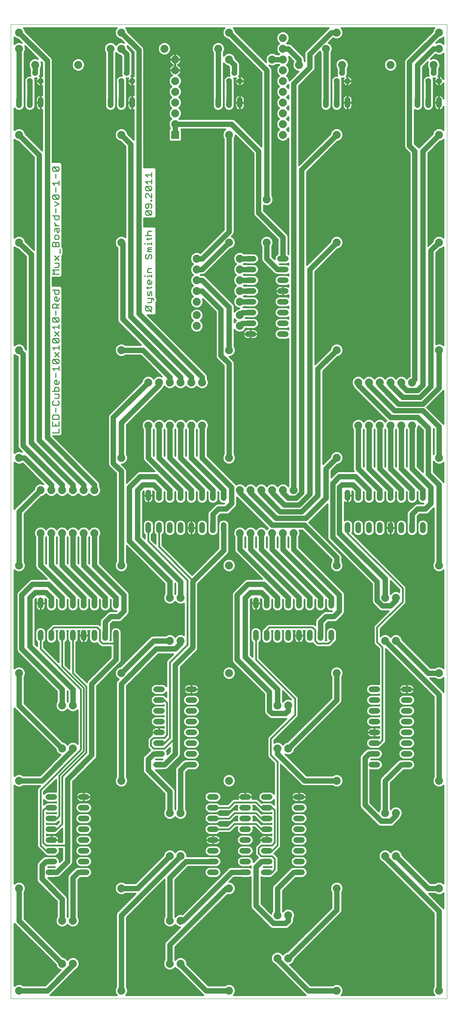
<source format=gtl>
G75*
G70*
%OFA0B0*%
%FSLAX24Y24*%
%IPPOS*%
%LPD*%
%AMOC8*
5,1,8,0,0,1.08239X$1,22.5*
%
%ADD10C,0.0000*%
%ADD11C,0.0110*%
%ADD12C,0.0520*%
%ADD13C,0.0740*%
%ADD14R,0.0740X0.0740*%
%ADD15OC8,0.0520*%
%ADD16C,0.0500*%
%ADD17C,0.0160*%
D10*
X001786Y000748D02*
X001786Y091248D01*
X042286Y091248D01*
X042286Y000748D01*
X001786Y000748D01*
D11*
X005640Y053303D02*
X006231Y053303D01*
X006231Y053696D01*
X006231Y053947D02*
X006231Y054341D01*
X006231Y054592D02*
X006231Y054887D01*
X006133Y054986D01*
X005739Y054986D01*
X005640Y054887D01*
X005640Y054592D01*
X006231Y054592D01*
X005936Y054144D02*
X005936Y053947D01*
X006231Y053947D02*
X005640Y053947D01*
X005640Y054341D01*
X005936Y055236D02*
X005936Y055630D01*
X006133Y055881D02*
X006231Y055979D01*
X006231Y056176D01*
X006133Y056275D01*
X006133Y056525D02*
X006231Y056624D01*
X006231Y056919D01*
X005837Y056919D01*
X005837Y057170D02*
X005837Y057465D01*
X005936Y057564D01*
X006133Y057564D01*
X006231Y057465D01*
X006231Y057170D01*
X005640Y057170D01*
X005837Y056525D02*
X006133Y056525D01*
X005739Y056275D02*
X005640Y056176D01*
X005640Y055979D01*
X005739Y055881D01*
X006133Y055881D01*
X006133Y057814D02*
X005936Y057814D01*
X005837Y057913D01*
X005837Y058110D01*
X005936Y058208D01*
X006034Y058208D01*
X006034Y057814D01*
X006133Y057814D02*
X006231Y057913D01*
X006231Y058110D01*
X005936Y058459D02*
X005936Y058853D01*
X005837Y059104D02*
X005640Y059300D01*
X006231Y059300D01*
X006231Y059104D02*
X006231Y059497D01*
X006133Y059748D02*
X005739Y060142D01*
X006133Y060142D01*
X006231Y060043D01*
X006231Y059846D01*
X006133Y059748D01*
X005739Y059748D01*
X005640Y059846D01*
X005640Y060043D01*
X005739Y060142D01*
X005837Y060393D02*
X006231Y060786D01*
X006231Y061037D02*
X006231Y061431D01*
X006231Y061234D02*
X005640Y061234D01*
X005837Y061037D01*
X005837Y060786D02*
X006231Y060393D01*
X006133Y061682D02*
X005739Y062075D01*
X006133Y062075D01*
X006231Y061977D01*
X006231Y061780D01*
X006133Y061682D01*
X005739Y061682D01*
X005640Y061780D01*
X005640Y061977D01*
X005739Y062075D01*
X005837Y062326D02*
X006231Y062720D01*
X006231Y062971D02*
X006231Y063364D01*
X006231Y063168D02*
X005640Y063168D01*
X005837Y062971D01*
X005837Y062720D02*
X006231Y062326D01*
X006133Y063615D02*
X005739Y064009D01*
X006133Y064009D01*
X006231Y063910D01*
X006231Y063714D01*
X006133Y063615D01*
X005739Y063615D01*
X005640Y063714D01*
X005640Y063910D01*
X005739Y064009D01*
X005936Y064260D02*
X005936Y064653D01*
X006034Y064904D02*
X006034Y065200D01*
X005936Y065298D01*
X005739Y065298D01*
X005640Y065200D01*
X005640Y064904D01*
X006231Y064904D01*
X006034Y065101D02*
X006231Y065298D01*
X006133Y065549D02*
X005936Y065549D01*
X005837Y065647D01*
X005837Y065844D01*
X005936Y065942D01*
X006034Y065942D01*
X006034Y065549D01*
X006133Y065549D02*
X006231Y065647D01*
X006231Y065844D01*
X006133Y066193D02*
X005936Y066193D01*
X005837Y066292D01*
X005837Y066587D01*
X005640Y066587D02*
X006231Y066587D01*
X006231Y066292D01*
X006133Y066193D01*
X006231Y068053D02*
X005640Y068053D01*
X005837Y068250D01*
X005640Y068446D01*
X006231Y068446D01*
X006133Y068697D02*
X006231Y068796D01*
X006231Y069091D01*
X005837Y069091D01*
X005837Y069342D02*
X006231Y069736D01*
X006329Y069986D02*
X006329Y070380D01*
X006231Y070631D02*
X006231Y070926D01*
X006133Y071025D01*
X006034Y071025D01*
X005936Y070926D01*
X005936Y070631D01*
X006231Y070631D02*
X005640Y070631D01*
X005640Y070926D01*
X005739Y071025D01*
X005837Y071025D01*
X005936Y070926D01*
X005936Y071275D02*
X006133Y071275D01*
X006231Y071374D01*
X006231Y071571D01*
X006133Y071669D01*
X005936Y071669D01*
X005837Y071571D01*
X005837Y071374D01*
X005936Y071275D01*
X006133Y071920D02*
X006034Y072018D01*
X006034Y072314D01*
X005936Y072314D02*
X006231Y072314D01*
X006231Y072018D01*
X006133Y071920D01*
X005837Y072018D02*
X005837Y072215D01*
X005936Y072314D01*
X006034Y072564D02*
X005837Y072761D01*
X005837Y072860D01*
X005936Y073102D02*
X005837Y073200D01*
X005837Y073495D01*
X005640Y073495D02*
X006231Y073495D01*
X006231Y073200D01*
X006133Y073102D01*
X005936Y073102D01*
X005837Y072564D02*
X006231Y072564D01*
X005936Y073746D02*
X005936Y074140D01*
X005837Y074391D02*
X006231Y074587D01*
X005837Y074784D01*
X005739Y075035D02*
X005640Y075134D01*
X005640Y075330D01*
X005739Y075429D01*
X006133Y075035D01*
X006231Y075134D01*
X006231Y075330D01*
X006133Y075429D01*
X005739Y075429D01*
X005936Y075680D02*
X005936Y076073D01*
X005837Y076324D02*
X005640Y076521D01*
X006231Y076521D01*
X006231Y076324D02*
X006231Y076718D01*
X005936Y076969D02*
X005936Y077362D01*
X006133Y077613D02*
X005739Y078007D01*
X006133Y078007D01*
X006231Y077909D01*
X006231Y077712D01*
X006133Y077613D01*
X005739Y077613D01*
X005640Y077712D01*
X005640Y077909D01*
X005739Y078007D01*
X005739Y075035D02*
X006133Y075035D01*
X005837Y069736D02*
X006231Y069342D01*
X006133Y068697D02*
X005837Y068697D01*
X014167Y067874D02*
X014265Y067874D01*
X014462Y067874D02*
X014856Y067874D01*
X014856Y067972D02*
X014856Y067775D01*
X014659Y067525D02*
X014659Y067131D01*
X014561Y067131D02*
X014462Y067229D01*
X014462Y067426D01*
X014561Y067525D01*
X014659Y067525D01*
X014856Y067426D02*
X014856Y067229D01*
X014758Y067131D01*
X014561Y067131D01*
X014462Y066898D02*
X014462Y066701D01*
X014364Y066800D02*
X014758Y066800D01*
X014856Y066898D01*
X014758Y066450D02*
X014659Y066352D01*
X014659Y066155D01*
X014561Y066057D01*
X014462Y066155D01*
X014462Y066450D01*
X014758Y066450D02*
X014856Y066352D01*
X014856Y066057D01*
X014856Y065806D02*
X014856Y065511D01*
X014758Y065412D01*
X014462Y065412D01*
X014265Y065143D02*
X014856Y064553D01*
X014758Y064651D02*
X014856Y064750D01*
X014856Y064946D01*
X014758Y065045D01*
X014364Y065045D01*
X014265Y064946D01*
X014265Y064750D01*
X014364Y064651D01*
X014758Y064651D01*
X015053Y065609D02*
X015053Y065707D01*
X014954Y065806D01*
X014462Y065806D01*
X014462Y067775D02*
X014462Y067874D01*
X014462Y068205D02*
X014462Y068500D01*
X014561Y068599D01*
X014856Y068599D01*
X014856Y068205D02*
X014462Y068205D01*
X014462Y069494D02*
X014561Y069593D01*
X014561Y069789D01*
X014659Y069888D01*
X014758Y069888D01*
X014856Y069789D01*
X014856Y069593D01*
X014758Y069494D01*
X014462Y069494D02*
X014364Y069494D01*
X014265Y069593D01*
X014265Y069789D01*
X014364Y069888D01*
X014462Y070139D02*
X014462Y070237D01*
X014561Y070336D01*
X014462Y070434D01*
X014561Y070532D01*
X014856Y070532D01*
X014856Y070336D02*
X014561Y070336D01*
X014462Y070139D02*
X014856Y070139D01*
X014856Y070783D02*
X014856Y070980D01*
X014856Y070882D02*
X014462Y070882D01*
X014462Y070783D01*
X014265Y070882D02*
X014167Y070882D01*
X014462Y071213D02*
X014462Y071410D01*
X014364Y071311D02*
X014758Y071311D01*
X014856Y071410D01*
X014856Y071643D02*
X014265Y071643D01*
X014462Y071741D02*
X014462Y071938D01*
X014561Y072036D01*
X014856Y072036D01*
X014561Y071643D02*
X014462Y071741D01*
X014364Y073553D02*
X014265Y073651D01*
X014265Y073848D01*
X014364Y073946D01*
X014758Y073553D01*
X014856Y073651D01*
X014856Y073848D01*
X014758Y073946D01*
X014364Y073946D01*
X014364Y074197D02*
X014462Y074197D01*
X014561Y074296D01*
X014561Y074591D01*
X014758Y074591D02*
X014364Y074591D01*
X014265Y074493D01*
X014265Y074296D01*
X014364Y074197D01*
X014758Y074197D02*
X014856Y074296D01*
X014856Y074493D01*
X014758Y074591D01*
X014758Y074842D02*
X014758Y074940D01*
X014856Y074940D01*
X014856Y074842D01*
X014758Y074842D01*
X014856Y075164D02*
X014462Y075558D01*
X014364Y075558D01*
X014265Y075459D01*
X014265Y075262D01*
X014364Y075164D01*
X014856Y075164D02*
X014856Y075558D01*
X014758Y075809D02*
X014364Y076202D01*
X014758Y076202D01*
X014856Y076104D01*
X014856Y075907D01*
X014758Y075809D01*
X014364Y075809D01*
X014265Y075907D01*
X014265Y076104D01*
X014364Y076202D01*
X014462Y076453D02*
X014265Y076650D01*
X014856Y076650D01*
X014856Y076453D02*
X014856Y076847D01*
X014856Y077098D02*
X014856Y077491D01*
X014856Y077294D02*
X014265Y077294D01*
X014462Y077098D01*
X014364Y073553D02*
X014758Y073553D01*
D12*
X013036Y083738D02*
X013036Y084258D01*
X012036Y084258D02*
X012036Y083738D01*
X011036Y083738D02*
X011036Y084258D01*
X004536Y084258D02*
X004536Y083738D01*
X003536Y083738D02*
X003536Y084258D01*
X002536Y084258D02*
X002536Y083738D01*
X014536Y047758D02*
X014536Y047238D01*
X015536Y047238D02*
X015536Y047758D01*
X016536Y047758D02*
X016536Y047238D01*
X017536Y047238D02*
X017536Y047758D01*
X018536Y047758D02*
X018536Y047238D01*
X019536Y047238D02*
X019536Y047758D01*
X020536Y047758D02*
X020536Y047238D01*
X021536Y047238D02*
X021536Y047758D01*
X021536Y044758D02*
X021536Y044238D01*
X020536Y044238D02*
X020536Y044758D01*
X019536Y044758D02*
X019536Y044238D01*
X018536Y044238D02*
X018536Y044758D01*
X017536Y044758D02*
X017536Y044238D01*
X016536Y044238D02*
X016536Y044758D01*
X015536Y044758D02*
X015536Y044238D01*
X014536Y044238D02*
X014536Y044758D01*
X011536Y037758D02*
X011536Y037238D01*
X010536Y037238D02*
X010536Y037758D01*
X009536Y037758D02*
X009536Y037238D01*
X008536Y037238D02*
X008536Y037758D01*
X007536Y037758D02*
X007536Y037238D01*
X006536Y037238D02*
X006536Y037758D01*
X005536Y037758D02*
X005536Y037238D01*
X004536Y037238D02*
X004536Y037758D01*
X004536Y034758D02*
X004536Y034238D01*
X005536Y034238D02*
X005536Y034758D01*
X006536Y034758D02*
X006536Y034238D01*
X007536Y034238D02*
X007536Y034758D01*
X008536Y034758D02*
X008536Y034238D01*
X009536Y034238D02*
X009536Y034758D01*
X010536Y034758D02*
X010536Y034238D01*
X011536Y034238D02*
X011536Y034758D01*
X015276Y029498D02*
X015796Y029498D01*
X015796Y028498D02*
X015276Y028498D01*
X015276Y027498D02*
X015796Y027498D01*
X015796Y026498D02*
X015276Y026498D01*
X015276Y025498D02*
X015796Y025498D01*
X015796Y024498D02*
X015276Y024498D01*
X015276Y023498D02*
X015796Y023498D01*
X015796Y022498D02*
X015276Y022498D01*
X018276Y022498D02*
X018796Y022498D01*
X018796Y023498D02*
X018276Y023498D01*
X018276Y024498D02*
X018796Y024498D01*
X018796Y025498D02*
X018276Y025498D01*
X018276Y026498D02*
X018796Y026498D01*
X018796Y027498D02*
X018276Y027498D01*
X018276Y028498D02*
X018796Y028498D01*
X018796Y029498D02*
X018276Y029498D01*
X020276Y019498D02*
X020796Y019498D01*
X020796Y018498D02*
X020276Y018498D01*
X020276Y017498D02*
X020796Y017498D01*
X020796Y016498D02*
X020276Y016498D01*
X020276Y015498D02*
X020796Y015498D01*
X020796Y014498D02*
X020276Y014498D01*
X020276Y013498D02*
X020796Y013498D01*
X020796Y012498D02*
X020276Y012498D01*
X023276Y012498D02*
X023796Y012498D01*
X023796Y013498D02*
X023276Y013498D01*
X023276Y014498D02*
X023796Y014498D01*
X023796Y015498D02*
X023276Y015498D01*
X023276Y016498D02*
X023796Y016498D01*
X023796Y017498D02*
X023276Y017498D01*
X023276Y018498D02*
X023796Y018498D01*
X023796Y019498D02*
X023276Y019498D01*
X025276Y019498D02*
X025796Y019498D01*
X025796Y018498D02*
X025276Y018498D01*
X025276Y017498D02*
X025796Y017498D01*
X025796Y016498D02*
X025276Y016498D01*
X025276Y015498D02*
X025796Y015498D01*
X025796Y014498D02*
X025276Y014498D01*
X025276Y013498D02*
X025796Y013498D01*
X025796Y012498D02*
X025276Y012498D01*
X028276Y012498D02*
X028796Y012498D01*
X028796Y013498D02*
X028276Y013498D01*
X028276Y014498D02*
X028796Y014498D01*
X028796Y015498D02*
X028276Y015498D01*
X028276Y016498D02*
X028796Y016498D01*
X028796Y017498D02*
X028276Y017498D01*
X028276Y018498D02*
X028796Y018498D01*
X028796Y019498D02*
X028276Y019498D01*
X035276Y022498D02*
X035796Y022498D01*
X035796Y023498D02*
X035276Y023498D01*
X035276Y024498D02*
X035796Y024498D01*
X035796Y025498D02*
X035276Y025498D01*
X035276Y026498D02*
X035796Y026498D01*
X035796Y027498D02*
X035276Y027498D01*
X035276Y028498D02*
X035796Y028498D01*
X035796Y029498D02*
X035276Y029498D01*
X038276Y029498D02*
X038796Y029498D01*
X038796Y028498D02*
X038276Y028498D01*
X038276Y027498D02*
X038796Y027498D01*
X038796Y026498D02*
X038276Y026498D01*
X038276Y025498D02*
X038796Y025498D01*
X038796Y024498D02*
X038276Y024498D01*
X038276Y023498D02*
X038796Y023498D01*
X038796Y022498D02*
X038276Y022498D01*
X031536Y034238D02*
X031536Y034758D01*
X030536Y034758D02*
X030536Y034238D01*
X029536Y034238D02*
X029536Y034758D01*
X028536Y034758D02*
X028536Y034238D01*
X027536Y034238D02*
X027536Y034758D01*
X026536Y034758D02*
X026536Y034238D01*
X025536Y034238D02*
X025536Y034758D01*
X024536Y034758D02*
X024536Y034238D01*
X024536Y037238D02*
X024536Y037758D01*
X025536Y037758D02*
X025536Y037238D01*
X026536Y037238D02*
X026536Y037758D01*
X027536Y037758D02*
X027536Y037238D01*
X028536Y037238D02*
X028536Y037758D01*
X029536Y037758D02*
X029536Y037238D01*
X030536Y037238D02*
X030536Y037758D01*
X031536Y037758D02*
X031536Y037238D01*
X033036Y044238D02*
X033036Y044758D01*
X034036Y044758D02*
X034036Y044238D01*
X035036Y044238D02*
X035036Y044758D01*
X036036Y044758D02*
X036036Y044238D01*
X037036Y044238D02*
X037036Y044758D01*
X038036Y044758D02*
X038036Y044238D01*
X039036Y044238D02*
X039036Y044758D01*
X040036Y044758D02*
X040036Y044238D01*
X040036Y047238D02*
X040036Y047758D01*
X039036Y047758D02*
X039036Y047238D01*
X038036Y047238D02*
X038036Y047758D01*
X037036Y047758D02*
X037036Y047238D01*
X036036Y047238D02*
X036036Y047758D01*
X035036Y047758D02*
X035036Y047238D01*
X034036Y047238D02*
X034036Y047758D01*
X033036Y047758D02*
X033036Y047238D01*
X027296Y062498D02*
X026776Y062498D01*
X026776Y063498D02*
X027296Y063498D01*
X027296Y064498D02*
X026776Y064498D01*
X026776Y065498D02*
X027296Y065498D01*
X027296Y066498D02*
X026776Y066498D01*
X026776Y067498D02*
X027296Y067498D01*
X027296Y068498D02*
X026776Y068498D01*
X026776Y069498D02*
X027296Y069498D01*
X024296Y069498D02*
X023776Y069498D01*
X023776Y068498D02*
X024296Y068498D01*
X024296Y067498D02*
X023776Y067498D01*
X023776Y066498D02*
X024296Y066498D01*
X024296Y065498D02*
X023776Y065498D01*
X023776Y064498D02*
X024296Y064498D01*
X024296Y063498D02*
X023776Y063498D01*
X023776Y062498D02*
X024296Y062498D01*
X023036Y083738D02*
X023036Y084258D01*
X022036Y084258D02*
X022036Y083738D01*
X021036Y083738D02*
X021036Y084258D01*
X031036Y084258D02*
X031036Y083738D01*
X032036Y083738D02*
X032036Y084258D01*
X033036Y084258D02*
X033036Y083738D01*
X039536Y083738D02*
X039536Y084258D01*
X040536Y084258D02*
X040536Y083738D01*
X041536Y083738D02*
X041536Y084258D01*
X008796Y019498D02*
X008276Y019498D01*
X008276Y018498D02*
X008796Y018498D01*
X008796Y017498D02*
X008276Y017498D01*
X008276Y016498D02*
X008796Y016498D01*
X008796Y015498D02*
X008276Y015498D01*
X008276Y014498D02*
X008796Y014498D01*
X008796Y013498D02*
X008276Y013498D01*
X008276Y012498D02*
X008796Y012498D01*
X005796Y012498D02*
X005276Y012498D01*
X005276Y013498D02*
X005796Y013498D01*
X005796Y014498D02*
X005276Y014498D01*
X005276Y015498D02*
X005796Y015498D01*
X005796Y016498D02*
X005276Y016498D01*
X005276Y017498D02*
X005796Y017498D01*
X005796Y018498D02*
X005276Y018498D01*
X005276Y019498D02*
X005796Y019498D01*
D13*
X006536Y023998D03*
X007536Y023998D03*
X007536Y027998D03*
X006536Y027998D03*
X002536Y030998D03*
X002536Y040998D03*
X004536Y043998D03*
X005536Y043998D03*
X006536Y043998D03*
X007536Y043998D03*
X008536Y043998D03*
X009536Y043998D03*
X012036Y040998D03*
X009536Y047998D03*
X008536Y047998D03*
X007536Y047998D03*
X006536Y047998D03*
X005536Y047998D03*
X004536Y047998D03*
X002536Y050998D03*
X002536Y060998D03*
X002536Y070998D03*
X002536Y080998D03*
X004036Y087498D03*
X002536Y088998D03*
X002536Y090498D03*
X008036Y087498D03*
X011036Y088998D03*
X012036Y088998D03*
X012036Y090498D03*
X016036Y088998D03*
X017036Y087998D03*
X017036Y086998D03*
X017036Y085998D03*
X017036Y084998D03*
X017036Y083998D03*
X017036Y082998D03*
X017036Y081998D03*
X021036Y088998D03*
X022036Y087998D03*
X022036Y090498D03*
X026036Y087998D03*
X027036Y087998D03*
X027036Y088998D03*
X027036Y089998D03*
X028536Y087498D03*
X027036Y086998D03*
X027036Y085998D03*
X027036Y084998D03*
X027036Y083998D03*
X027036Y082998D03*
X027036Y081998D03*
X027036Y080998D03*
X025536Y074998D03*
X025536Y070998D03*
X023036Y069498D03*
X023036Y068498D03*
X023036Y067498D03*
X023036Y066498D03*
X023036Y065498D03*
X023036Y064248D03*
X023036Y063248D03*
X022036Y060998D03*
X019536Y057998D03*
X018536Y057998D03*
X017536Y057998D03*
X016536Y057998D03*
X015536Y057998D03*
X014536Y057998D03*
X014536Y053998D03*
X015536Y053998D03*
X016536Y053998D03*
X017536Y053998D03*
X018536Y053998D03*
X019536Y053998D03*
X022036Y050998D03*
X023036Y047998D03*
X024036Y047998D03*
X025036Y047998D03*
X026036Y047998D03*
X027036Y047998D03*
X028036Y047998D03*
X028036Y043998D03*
X027036Y043998D03*
X026036Y043998D03*
X025036Y043998D03*
X024036Y043998D03*
X023036Y043998D03*
X022036Y040998D03*
X017536Y037998D03*
X016536Y037998D03*
X016536Y033998D03*
X017536Y033998D03*
X022036Y030998D03*
X026536Y027998D03*
X027536Y027998D03*
X027536Y023998D03*
X026536Y023998D03*
X022036Y020998D03*
X017536Y017998D03*
X016536Y017998D03*
X016536Y013998D03*
X017536Y013998D03*
X017536Y007998D03*
X016536Y007998D03*
X016536Y003998D03*
X017536Y003998D03*
X022036Y001498D03*
X026536Y004498D03*
X027536Y004498D03*
X027536Y008498D03*
X026536Y008498D03*
X022036Y010998D03*
X032036Y010998D03*
X036536Y013998D03*
X037536Y013998D03*
X037536Y017998D03*
X036536Y017998D03*
X032036Y020998D03*
X032036Y030998D03*
X036536Y033998D03*
X037536Y033998D03*
X037536Y037998D03*
X036536Y037998D03*
X032036Y040998D03*
X032036Y050998D03*
X034036Y053998D03*
X035036Y053998D03*
X036036Y053998D03*
X037036Y053998D03*
X038036Y053998D03*
X039036Y053998D03*
X041536Y050998D03*
X039036Y057998D03*
X038036Y057998D03*
X037036Y057998D03*
X036036Y057998D03*
X035036Y057998D03*
X034036Y057998D03*
X032036Y060998D03*
X032036Y070998D03*
X032036Y080998D03*
X032536Y087498D03*
X031036Y088998D03*
X032036Y090498D03*
X037036Y087498D03*
X041036Y087498D03*
X041536Y088998D03*
X041536Y090498D03*
X041536Y080998D03*
X041536Y070998D03*
X041536Y060998D03*
X041536Y040998D03*
X041536Y030998D03*
X041536Y020998D03*
X041536Y010998D03*
X041536Y001498D03*
X032036Y001498D03*
X012036Y001498D03*
X007536Y003998D03*
X006536Y003998D03*
X006536Y007998D03*
X007536Y007998D03*
X012036Y010998D03*
X012036Y020998D03*
X012036Y030998D03*
X002536Y020998D03*
X002536Y010998D03*
X002536Y001498D03*
X012036Y050998D03*
X012036Y060998D03*
X012036Y070998D03*
X012036Y080998D03*
X019036Y069498D03*
X019036Y068498D03*
X019036Y067498D03*
X019036Y066498D03*
X019036Y065498D03*
X019036Y064248D03*
X019036Y063248D03*
X022036Y070998D03*
X022036Y080998D03*
D14*
X017036Y080998D03*
D15*
X013036Y085998D03*
X012536Y086748D03*
X012036Y085998D03*
X004536Y085998D03*
X004036Y086748D03*
X003536Y085998D03*
X022036Y085998D03*
X022536Y086748D03*
X023036Y085998D03*
X032036Y085998D03*
X032536Y086748D03*
X033036Y085998D03*
X040536Y085998D03*
X041036Y086748D03*
X041536Y085998D03*
D16*
X041036Y086748D02*
X041036Y087498D01*
X039536Y087498D02*
X041036Y088998D01*
X041536Y088998D01*
X041536Y090498D02*
X038786Y087748D01*
X038786Y079998D01*
X039286Y079498D01*
X039286Y058248D01*
X039036Y057998D01*
X039536Y057248D02*
X038536Y057248D01*
X038036Y057748D01*
X038036Y057998D01*
X037036Y057998D02*
X037036Y057748D01*
X038161Y056623D01*
X039786Y056623D01*
X040786Y057623D01*
X040786Y070248D01*
X041536Y070998D01*
X040036Y079498D02*
X040036Y057748D01*
X039536Y057248D01*
X040036Y055998D02*
X037786Y055998D01*
X036036Y057748D01*
X036036Y057998D01*
X035036Y057998D02*
X035036Y057748D01*
X037411Y055373D01*
X040036Y055373D01*
X041536Y053873D01*
X041536Y050998D01*
X040536Y049498D02*
X041536Y048498D01*
X041536Y040998D01*
X039036Y044498D02*
X039036Y045748D01*
X039536Y046248D01*
X040286Y046248D01*
X040786Y046748D01*
X040786Y048248D01*
X039036Y049998D01*
X039036Y053998D01*
X039536Y054748D02*
X040536Y053748D01*
X040536Y049498D01*
X040036Y047998D02*
X038036Y049998D01*
X038036Y053998D01*
X037036Y053998D02*
X037036Y049998D01*
X039036Y047998D01*
X039036Y047498D01*
X040036Y047498D02*
X040036Y047998D01*
X038036Y047998D02*
X038036Y047498D01*
X038036Y047998D02*
X036036Y049998D01*
X036036Y053998D01*
X035036Y053998D02*
X035036Y049998D01*
X037036Y047998D01*
X037036Y047498D01*
X036036Y047498D02*
X036036Y047998D01*
X034036Y049998D01*
X034036Y053998D01*
X037036Y054748D02*
X034036Y057748D01*
X034036Y057998D01*
X032036Y060998D02*
X030286Y059248D01*
X030286Y047498D01*
X028786Y045998D01*
X026786Y045998D01*
X025036Y047748D01*
X025036Y047998D01*
X026036Y047998D02*
X026036Y047748D01*
X027161Y046623D01*
X028536Y046623D01*
X029536Y047623D01*
X029536Y068498D01*
X032036Y070998D01*
X028786Y077748D02*
X028786Y047748D01*
X028286Y047248D01*
X027536Y047248D01*
X027036Y047748D01*
X027036Y047998D01*
X028036Y047998D02*
X028036Y085748D01*
X029536Y087248D01*
X029536Y088498D01*
X031536Y090498D01*
X032036Y090498D01*
X031036Y088998D02*
X031036Y083998D01*
X032036Y083998D02*
X032036Y085998D01*
X032536Y086748D02*
X032536Y087498D01*
X032036Y080998D02*
X028786Y077748D01*
X025536Y074998D02*
X025536Y086998D01*
X022036Y090498D01*
X021036Y088998D02*
X021036Y083998D01*
X022036Y083998D02*
X022036Y085998D01*
X022536Y086748D02*
X022536Y087498D01*
X022036Y087998D01*
X022286Y081998D02*
X024786Y079498D01*
X024786Y073748D01*
X027036Y071498D01*
X027036Y069498D01*
X027036Y068498D02*
X026536Y068498D01*
X025536Y069498D01*
X025536Y070998D01*
X024036Y069498D02*
X023036Y069498D01*
X023036Y068498D02*
X024036Y068498D01*
X024036Y067498D02*
X023036Y067498D01*
X023036Y066498D02*
X024036Y066498D01*
X024036Y065498D02*
X023036Y065498D01*
X023286Y064498D02*
X023036Y064248D01*
X023286Y064498D02*
X024036Y064498D01*
X024036Y063498D02*
X023286Y063498D01*
X023036Y063248D01*
X022036Y064998D02*
X022036Y060998D01*
X021286Y060498D02*
X022036Y059748D01*
X022036Y050998D01*
X019536Y050998D02*
X022286Y048248D01*
X022286Y046748D01*
X021786Y046248D01*
X021036Y046248D01*
X020536Y045748D01*
X020536Y044498D01*
X021536Y044498D02*
X021536Y042373D01*
X018723Y039560D01*
X018661Y039498D01*
X018661Y033373D01*
X017036Y031748D01*
X017036Y024998D01*
X017036Y023498D01*
X016036Y022498D01*
X015536Y022498D01*
X015536Y023498D02*
X015036Y023498D01*
X014536Y022998D01*
X014536Y021998D01*
X016536Y019998D01*
X016536Y017998D01*
X017536Y017998D02*
X017536Y021998D01*
X018036Y022498D01*
X018536Y022498D01*
X017536Y013998D02*
X012036Y008498D01*
X012036Y001498D01*
X007536Y003873D02*
X005161Y001498D01*
X002536Y001498D01*
X006536Y003998D02*
X002536Y007998D01*
X002536Y010998D01*
X004661Y011873D02*
X006536Y009998D01*
X006536Y007998D01*
X007536Y007998D02*
X007536Y011998D01*
X008036Y012498D01*
X008536Y012498D01*
X007036Y013498D02*
X007036Y014998D01*
X007036Y021123D01*
X009286Y023373D01*
X009286Y029998D01*
X011536Y032248D01*
X011536Y033748D01*
X011536Y034498D01*
X010536Y034498D02*
X010536Y035748D01*
X011036Y036248D01*
X011786Y036248D01*
X012286Y036748D01*
X012286Y038248D01*
X009536Y040998D01*
X009536Y043998D01*
X008536Y043998D02*
X008536Y040998D01*
X011536Y037998D01*
X011536Y037498D01*
X010536Y037498D02*
X010536Y037998D01*
X007536Y040998D01*
X007536Y043998D01*
X006536Y043998D02*
X006536Y040998D01*
X009536Y037998D01*
X009536Y037498D01*
X008536Y037498D02*
X008536Y037998D01*
X005536Y040998D01*
X005536Y043998D01*
X004536Y043998D02*
X004536Y040998D01*
X007536Y037998D01*
X007536Y037498D01*
X006536Y037498D02*
X006536Y037998D01*
X005286Y039248D01*
X003786Y039248D01*
X002786Y038248D01*
X002786Y033248D01*
X006536Y029498D01*
X006536Y027998D01*
X007536Y027998D02*
X007536Y029498D01*
X003536Y033498D01*
X003536Y037998D01*
X004036Y038498D01*
X005036Y038498D01*
X005536Y037998D01*
X005536Y037498D01*
X002536Y040998D02*
X002536Y045998D01*
X004536Y047998D01*
X005536Y047998D02*
X005536Y048498D01*
X003036Y050998D01*
X002536Y050998D01*
X002911Y052123D02*
X002911Y060623D01*
X002536Y060998D01*
X005161Y052873D02*
X005161Y087873D01*
X002536Y090498D01*
X002536Y088998D02*
X002536Y083998D01*
X003536Y083998D02*
X003536Y085998D01*
X004036Y086748D02*
X004036Y087498D01*
X002536Y080998D02*
X004411Y079123D01*
X004411Y052623D01*
X008536Y048498D01*
X008536Y047998D01*
X007536Y047998D02*
X007536Y048498D01*
X003661Y052373D01*
X003661Y069873D01*
X002536Y070998D01*
X011036Y083998D02*
X011036Y088998D01*
X012036Y088998D02*
X012536Y088498D01*
X012536Y086748D01*
X012036Y085998D02*
X012036Y083998D01*
X012036Y080998D02*
X012911Y080123D01*
X012911Y064123D01*
X018536Y058498D01*
X018536Y057998D01*
X017536Y057998D02*
X017536Y058498D01*
X012161Y063873D01*
X012161Y070873D01*
X012036Y070998D01*
X013661Y064373D02*
X013661Y088873D01*
X012036Y090498D01*
X017036Y081998D02*
X017036Y080998D01*
X017036Y081998D02*
X022286Y081998D01*
X022036Y080998D02*
X022036Y071998D01*
X019536Y069498D01*
X019036Y069498D01*
X019036Y068498D02*
X019536Y068498D01*
X022036Y070998D01*
X019536Y067498D02*
X019036Y067498D01*
X019536Y067498D02*
X022036Y064998D01*
X021286Y064748D02*
X019536Y066498D01*
X019036Y066498D01*
X021286Y064748D02*
X021286Y060498D01*
X019536Y058498D02*
X019536Y057998D01*
X019536Y058498D02*
X013661Y064373D01*
X014036Y060998D02*
X012036Y060998D01*
X014036Y060998D02*
X016536Y058498D01*
X016536Y057998D01*
X015536Y057998D02*
X015536Y057748D01*
X012036Y054248D01*
X012036Y050998D01*
X011286Y050498D02*
X012036Y049748D01*
X012036Y040998D01*
X012786Y043248D02*
X012786Y048248D01*
X013786Y049248D01*
X015286Y049248D01*
X016536Y047998D01*
X016536Y047498D01*
X017536Y047498D02*
X017536Y047998D01*
X014536Y050998D01*
X014536Y053998D01*
X015536Y053998D02*
X015536Y050998D01*
X018536Y047998D01*
X018536Y047498D01*
X019536Y047498D02*
X019536Y047998D01*
X016536Y050998D01*
X016536Y053998D01*
X017536Y053998D02*
X017536Y050998D01*
X020536Y047998D01*
X020536Y047498D01*
X021536Y047498D02*
X021536Y047998D01*
X018536Y050998D01*
X018536Y053998D01*
X019536Y053998D02*
X019536Y050998D01*
X023036Y047998D02*
X023036Y047748D01*
X026036Y044748D01*
X029036Y044748D01*
X032036Y041748D01*
X032036Y040998D01*
X031661Y043623D02*
X035786Y039498D01*
X035786Y037748D01*
X036286Y037248D01*
X037036Y037248D01*
X037536Y037748D01*
X037536Y037998D01*
X036536Y037998D02*
X036536Y039748D01*
X032286Y043998D01*
X032286Y048248D01*
X032536Y048498D01*
X033536Y048498D01*
X034036Y047998D01*
X034036Y047498D01*
X035036Y047498D02*
X035036Y047998D01*
X033786Y049248D01*
X032286Y049248D01*
X031661Y048623D01*
X031661Y043623D01*
X029161Y045373D02*
X031036Y047248D01*
X031036Y049998D01*
X032036Y050998D01*
X029161Y045373D02*
X026411Y045373D01*
X024036Y047748D01*
X024036Y047998D01*
X024036Y043998D02*
X024036Y042498D01*
X028536Y037998D01*
X028536Y037498D01*
X027536Y037498D02*
X027536Y037998D01*
X023036Y042498D01*
X023036Y043998D01*
X025036Y043998D02*
X025036Y042498D01*
X029536Y037998D01*
X029536Y037498D01*
X030536Y037498D02*
X030536Y037998D01*
X026036Y042498D01*
X026036Y043998D01*
X027036Y043998D02*
X027036Y042498D01*
X031536Y037998D01*
X031536Y037498D01*
X032286Y036748D02*
X031786Y036248D01*
X031036Y036248D01*
X030536Y035748D01*
X030536Y034498D01*
X032286Y036748D02*
X032286Y038248D01*
X028036Y042498D01*
X028036Y043998D01*
X025286Y039248D02*
X026536Y037998D01*
X026536Y037498D01*
X025536Y037498D02*
X025536Y037998D01*
X025036Y038498D01*
X024036Y038498D01*
X023536Y037998D01*
X023536Y032498D01*
X026536Y029498D01*
X026536Y027998D01*
X025786Y027498D02*
X026036Y027248D01*
X027286Y027248D01*
X027536Y027498D01*
X027536Y027998D01*
X025786Y027498D02*
X025786Y029248D01*
X022786Y032248D01*
X022786Y038248D01*
X023786Y039248D01*
X025286Y039248D01*
X032036Y030998D02*
X032036Y028498D01*
X027536Y023998D01*
X026536Y023998D02*
X026536Y023498D01*
X029036Y020998D01*
X032036Y020998D01*
X034661Y023123D02*
X034661Y018748D01*
X036161Y017248D01*
X037036Y017248D01*
X037536Y017748D01*
X037536Y017998D01*
X036536Y017998D02*
X036536Y020998D01*
X038036Y022498D01*
X038536Y022498D01*
X041536Y020998D02*
X041536Y028998D01*
X036536Y033998D01*
X037536Y033998D02*
X040536Y030998D01*
X041536Y030998D01*
X035536Y023498D02*
X035036Y023498D01*
X034661Y023123D01*
X036536Y013998D02*
X036536Y013873D01*
X041536Y008873D01*
X041536Y001498D01*
X041536Y010998D02*
X040536Y010998D01*
X037536Y013998D01*
X032036Y010998D02*
X032036Y008998D01*
X027536Y004498D01*
X026536Y004498D02*
X026536Y004373D01*
X029411Y001498D01*
X032036Y001498D01*
X027286Y007748D02*
X026161Y007748D01*
X024536Y009373D01*
X024536Y012998D01*
X025036Y013498D01*
X025536Y013498D01*
X026536Y010998D02*
X028036Y012498D01*
X028536Y012498D01*
X026536Y010998D02*
X026536Y008498D01*
X027536Y008498D02*
X027536Y007998D01*
X027286Y007748D01*
X023536Y012498D02*
X022286Y012498D01*
X017786Y007998D01*
X017536Y007998D01*
X016536Y007998D02*
X016536Y011998D01*
X018036Y013498D01*
X020536Y013498D01*
X021786Y010998D02*
X022036Y010998D01*
X021786Y010998D02*
X016536Y005748D01*
X016536Y003998D01*
X017536Y003998D02*
X017536Y003873D01*
X019911Y001498D01*
X022036Y001498D01*
X013536Y010998D02*
X016536Y013998D01*
X013536Y010998D02*
X012036Y010998D01*
X007536Y003998D02*
X007536Y003873D01*
X004661Y011873D02*
X004661Y013123D01*
X005036Y013498D01*
X005536Y013498D01*
X005536Y012498D02*
X006036Y012498D01*
X007036Y013498D01*
X004661Y020998D02*
X007536Y023873D01*
X007536Y023998D01*
X006536Y023998D02*
X002536Y027998D01*
X002536Y030998D01*
X002536Y020998D02*
X004661Y020998D01*
X012036Y020998D02*
X012036Y029998D01*
X015286Y033248D01*
X017036Y033248D01*
X017536Y033748D01*
X017536Y033998D01*
X016536Y033998D02*
X015036Y033998D01*
X012036Y030998D01*
X016536Y037998D02*
X016536Y039498D01*
X012786Y043248D01*
X013536Y043498D02*
X013536Y047998D01*
X014036Y048498D01*
X015036Y048498D01*
X015536Y047998D01*
X015536Y047498D01*
X013536Y043498D02*
X017536Y039498D01*
X017536Y037998D01*
X011286Y050498D02*
X011286Y054748D01*
X014536Y057998D01*
X005161Y052873D02*
X009536Y048498D01*
X009536Y047998D01*
X006536Y047998D02*
X006536Y048498D01*
X002911Y052123D01*
X026036Y087998D02*
X027036Y087998D01*
X027036Y088998D02*
X027536Y088998D01*
X028536Y087998D01*
X028536Y087498D01*
X039536Y087498D02*
X039536Y083998D01*
X040536Y083998D02*
X040536Y085998D01*
X040536Y083998D02*
X040536Y083748D01*
X041536Y080998D02*
X040036Y079498D01*
X041536Y060998D02*
X041536Y057498D01*
X040036Y055998D01*
X039536Y054748D02*
X037036Y054748D01*
D17*
X036633Y054458D02*
X036536Y054360D01*
X036381Y054515D01*
X036157Y054608D01*
X035915Y054608D01*
X035690Y054515D01*
X035536Y054360D01*
X035381Y054515D01*
X035157Y054608D01*
X034915Y054608D01*
X034690Y054515D01*
X034536Y054360D01*
X034381Y054515D01*
X034157Y054608D01*
X033915Y054608D01*
X033690Y054515D01*
X033519Y054343D01*
X033426Y054119D01*
X033426Y053876D01*
X033519Y053652D01*
X033546Y053625D01*
X033546Y050095D01*
X033546Y049900D01*
X033613Y049738D01*
X032188Y049738D01*
X032008Y049663D01*
X031871Y049525D01*
X031526Y049181D01*
X031526Y049795D01*
X032119Y050388D01*
X032157Y050388D01*
X032381Y050481D01*
X032553Y050652D01*
X032646Y050876D01*
X032646Y051119D01*
X032553Y051343D01*
X032381Y051515D01*
X032157Y051608D01*
X031915Y051608D01*
X031690Y051515D01*
X031519Y051343D01*
X031426Y051119D01*
X031426Y051081D01*
X030776Y050431D01*
X030776Y059045D01*
X032119Y060388D01*
X032157Y060388D01*
X032381Y060481D01*
X032553Y060652D01*
X032646Y060876D01*
X032646Y061119D01*
X032553Y061343D01*
X032381Y061515D01*
X032157Y061608D01*
X031915Y061608D01*
X031690Y061515D01*
X031519Y061343D01*
X031426Y061119D01*
X031426Y061081D01*
X030026Y059681D01*
X030026Y068295D01*
X032119Y070388D01*
X032157Y070388D01*
X032381Y070481D01*
X032553Y070652D01*
X032646Y070876D01*
X032646Y071119D01*
X032553Y071343D01*
X032381Y071515D01*
X032157Y071608D01*
X031915Y071608D01*
X031690Y071515D01*
X031519Y071343D01*
X031426Y071119D01*
X031426Y071081D01*
X029276Y068931D01*
X029276Y077545D01*
X032119Y080388D01*
X032157Y080388D01*
X032381Y080481D01*
X032553Y080652D01*
X032646Y080876D01*
X032646Y081119D01*
X032553Y081343D01*
X032381Y081515D01*
X032157Y081608D01*
X031915Y081608D01*
X031690Y081515D01*
X031519Y081343D01*
X031426Y081119D01*
X031426Y081081D01*
X028526Y078181D01*
X028526Y085545D01*
X029951Y086970D01*
X030026Y087150D01*
X030026Y087345D01*
X030026Y088295D01*
X030479Y088748D01*
X030519Y088652D01*
X030546Y088625D01*
X030546Y084381D01*
X030536Y084357D01*
X030536Y083638D01*
X030612Y083455D01*
X030753Y083314D01*
X030936Y083238D01*
X031135Y083238D01*
X031319Y083314D01*
X031460Y083455D01*
X031536Y083638D01*
X031612Y083455D01*
X031753Y083314D01*
X031936Y083238D01*
X032135Y083238D01*
X032319Y083314D01*
X032460Y083455D01*
X032536Y083638D01*
X032536Y084357D01*
X032526Y084381D01*
X032526Y085781D01*
X032536Y085791D01*
X032536Y086205D01*
X032493Y086248D01*
X032664Y086248D01*
X032596Y086180D01*
X032596Y085998D01*
X033035Y085998D01*
X033035Y085998D01*
X032596Y085998D01*
X032596Y085816D01*
X032854Y085558D01*
X033036Y085558D01*
X033218Y085558D01*
X033476Y085816D01*
X033476Y085998D01*
X033476Y086180D01*
X033218Y086438D01*
X033036Y086438D01*
X033036Y085998D01*
X033036Y085998D01*
X033476Y085998D01*
X033036Y085998D01*
X033036Y085998D01*
X033036Y086438D01*
X032933Y086438D01*
X033036Y086541D01*
X033036Y086955D01*
X033026Y086965D01*
X033026Y087125D01*
X033053Y087152D01*
X033146Y087376D01*
X033146Y087619D01*
X033053Y087843D01*
X032881Y088015D01*
X032657Y088108D01*
X032415Y088108D01*
X032190Y088015D01*
X032019Y087843D01*
X031926Y087619D01*
X031926Y087376D01*
X032019Y087152D01*
X032046Y087125D01*
X032046Y086965D01*
X032036Y086955D01*
X032036Y086541D01*
X032079Y086498D01*
X031829Y086498D01*
X031536Y086205D01*
X031536Y085791D01*
X031546Y085781D01*
X031546Y084381D01*
X031536Y084357D01*
X031536Y083638D01*
X031536Y084357D01*
X031526Y084381D01*
X031526Y088625D01*
X031553Y088652D01*
X031646Y088876D01*
X031646Y089119D01*
X031553Y089343D01*
X031381Y089515D01*
X031286Y089555D01*
X031705Y089974D01*
X031915Y089888D01*
X032157Y089888D01*
X032381Y089981D01*
X032553Y090152D01*
X032646Y090376D01*
X032646Y090619D01*
X032553Y090843D01*
X032478Y090918D01*
X041093Y090918D01*
X041019Y090843D01*
X040926Y090619D01*
X040926Y090581D01*
X038371Y088025D01*
X038296Y087845D01*
X038296Y087650D01*
X038296Y079900D01*
X038371Y079720D01*
X038508Y079582D01*
X038796Y079295D01*
X038796Y058559D01*
X038690Y058515D01*
X038536Y058360D01*
X038381Y058515D01*
X038157Y058608D01*
X037915Y058608D01*
X037690Y058515D01*
X037536Y058360D01*
X037381Y058515D01*
X037157Y058608D01*
X036915Y058608D01*
X036690Y058515D01*
X036536Y058360D01*
X036381Y058515D01*
X036157Y058608D01*
X035915Y058608D01*
X035690Y058515D01*
X035536Y058360D01*
X035381Y058515D01*
X035157Y058608D01*
X034915Y058608D01*
X034690Y058515D01*
X034536Y058360D01*
X034381Y058515D01*
X034157Y058608D01*
X033915Y058608D01*
X033690Y058515D01*
X033519Y058343D01*
X033426Y058119D01*
X033426Y057876D01*
X033519Y057652D01*
X033564Y057607D01*
X033621Y057470D01*
X036621Y054470D01*
X036633Y054458D01*
X036602Y054427D02*
X036469Y054427D01*
X036505Y054585D02*
X036211Y054585D01*
X036347Y054744D02*
X030776Y054744D01*
X030776Y054903D02*
X036188Y054903D01*
X036030Y055061D02*
X030776Y055061D01*
X030776Y055220D02*
X035871Y055220D01*
X035713Y055378D02*
X030776Y055378D01*
X030776Y055537D02*
X035554Y055537D01*
X035395Y055695D02*
X030776Y055695D01*
X030776Y055854D02*
X035237Y055854D01*
X035078Y056012D02*
X030776Y056012D01*
X030776Y056171D02*
X034920Y056171D01*
X034761Y056329D02*
X030776Y056329D01*
X030776Y056488D02*
X034603Y056488D01*
X034444Y056646D02*
X030776Y056646D01*
X030776Y056805D02*
X034286Y056805D01*
X034127Y056964D02*
X030776Y056964D01*
X030776Y057122D02*
X033969Y057122D01*
X033810Y057281D02*
X030776Y057281D01*
X030776Y057439D02*
X033651Y057439D01*
X033568Y057598D02*
X030776Y057598D01*
X030776Y057756D02*
X033476Y057756D01*
X033426Y057915D02*
X030776Y057915D01*
X030776Y058073D02*
X033426Y058073D01*
X033473Y058232D02*
X030776Y058232D01*
X030776Y058390D02*
X033566Y058390D01*
X033773Y058549D02*
X030776Y058549D01*
X030776Y058708D02*
X038796Y058708D01*
X038796Y058866D02*
X030776Y058866D01*
X030776Y059025D02*
X038796Y059025D01*
X038796Y059183D02*
X030914Y059183D01*
X031073Y059342D02*
X038796Y059342D01*
X038796Y059500D02*
X031231Y059500D01*
X031390Y059659D02*
X038796Y059659D01*
X038796Y059817D02*
X031548Y059817D01*
X031707Y059976D02*
X038796Y059976D01*
X038796Y060134D02*
X031866Y060134D01*
X032024Y060293D02*
X038796Y060293D01*
X038796Y060452D02*
X032311Y060452D01*
X032511Y060610D02*
X038796Y060610D01*
X038796Y060769D02*
X032601Y060769D01*
X032646Y060927D02*
X038796Y060927D01*
X038796Y061086D02*
X032646Y061086D01*
X032594Y061244D02*
X038796Y061244D01*
X038796Y061403D02*
X032494Y061403D01*
X032269Y061561D02*
X038796Y061561D01*
X038796Y061720D02*
X030026Y061720D01*
X030026Y061878D02*
X038796Y061878D01*
X038796Y062037D02*
X030026Y062037D01*
X030026Y062196D02*
X038796Y062196D01*
X038796Y062354D02*
X030026Y062354D01*
X030026Y062513D02*
X038796Y062513D01*
X038796Y062671D02*
X030026Y062671D01*
X030026Y062830D02*
X038796Y062830D01*
X038796Y062988D02*
X030026Y062988D01*
X030026Y063147D02*
X038796Y063147D01*
X038796Y063305D02*
X030026Y063305D01*
X030026Y063464D02*
X038796Y063464D01*
X038796Y063622D02*
X030026Y063622D01*
X030026Y063781D02*
X038796Y063781D01*
X038796Y063939D02*
X030026Y063939D01*
X030026Y064098D02*
X038796Y064098D01*
X038796Y064257D02*
X030026Y064257D01*
X030026Y064415D02*
X038796Y064415D01*
X038796Y064574D02*
X030026Y064574D01*
X030026Y064732D02*
X038796Y064732D01*
X038796Y064891D02*
X030026Y064891D01*
X030026Y065049D02*
X038796Y065049D01*
X038796Y065208D02*
X030026Y065208D01*
X030026Y065366D02*
X038796Y065366D01*
X038796Y065525D02*
X030026Y065525D01*
X030026Y065683D02*
X038796Y065683D01*
X038796Y065842D02*
X030026Y065842D01*
X030026Y066001D02*
X038796Y066001D01*
X038796Y066159D02*
X030026Y066159D01*
X030026Y066318D02*
X038796Y066318D01*
X038796Y066476D02*
X030026Y066476D01*
X030026Y066635D02*
X038796Y066635D01*
X038796Y066793D02*
X030026Y066793D01*
X030026Y066952D02*
X038796Y066952D01*
X038796Y067110D02*
X030026Y067110D01*
X030026Y067269D02*
X038796Y067269D01*
X038796Y067427D02*
X030026Y067427D01*
X030026Y067586D02*
X038796Y067586D01*
X038796Y067745D02*
X030026Y067745D01*
X030026Y067903D02*
X038796Y067903D01*
X038796Y068062D02*
X030026Y068062D01*
X030026Y068220D02*
X038796Y068220D01*
X038796Y068379D02*
X030110Y068379D01*
X030268Y068537D02*
X038796Y068537D01*
X038796Y068696D02*
X030427Y068696D01*
X030585Y068854D02*
X038796Y068854D01*
X038796Y069013D02*
X030744Y069013D01*
X030902Y069171D02*
X038796Y069171D01*
X038796Y069330D02*
X031061Y069330D01*
X031220Y069489D02*
X038796Y069489D01*
X038796Y069647D02*
X031378Y069647D01*
X031537Y069806D02*
X038796Y069806D01*
X038796Y069964D02*
X031695Y069964D01*
X031854Y070123D02*
X038796Y070123D01*
X038796Y070281D02*
X032012Y070281D01*
X032283Y070440D02*
X038796Y070440D01*
X038796Y070598D02*
X032499Y070598D01*
X032596Y070757D02*
X038796Y070757D01*
X038796Y070915D02*
X032646Y070915D01*
X032646Y071074D02*
X038796Y071074D01*
X038796Y071232D02*
X032599Y071232D01*
X032505Y071391D02*
X038796Y071391D01*
X038796Y071550D02*
X032298Y071550D01*
X031774Y071550D02*
X029276Y071550D01*
X029276Y071708D02*
X038796Y071708D01*
X038796Y071867D02*
X029276Y071867D01*
X029276Y072025D02*
X038796Y072025D01*
X038796Y072184D02*
X029276Y072184D01*
X029276Y072342D02*
X038796Y072342D01*
X038796Y072501D02*
X029276Y072501D01*
X029276Y072659D02*
X038796Y072659D01*
X038796Y072818D02*
X029276Y072818D01*
X029276Y072976D02*
X038796Y072976D01*
X038796Y073135D02*
X029276Y073135D01*
X029276Y073294D02*
X038796Y073294D01*
X038796Y073452D02*
X029276Y073452D01*
X029276Y073611D02*
X038796Y073611D01*
X038796Y073769D02*
X029276Y073769D01*
X029276Y073928D02*
X038796Y073928D01*
X038796Y074086D02*
X029276Y074086D01*
X029276Y074245D02*
X038796Y074245D01*
X038796Y074403D02*
X029276Y074403D01*
X029276Y074562D02*
X038796Y074562D01*
X038796Y074720D02*
X029276Y074720D01*
X029276Y074879D02*
X038796Y074879D01*
X038796Y075038D02*
X029276Y075038D01*
X029276Y075196D02*
X038796Y075196D01*
X038796Y075355D02*
X029276Y075355D01*
X029276Y075513D02*
X038796Y075513D01*
X038796Y075672D02*
X029276Y075672D01*
X029276Y075830D02*
X038796Y075830D01*
X038796Y075989D02*
X029276Y075989D01*
X029276Y076147D02*
X038796Y076147D01*
X038796Y076306D02*
X029276Y076306D01*
X029276Y076464D02*
X038796Y076464D01*
X038796Y076623D02*
X029276Y076623D01*
X029276Y076781D02*
X038796Y076781D01*
X038796Y076940D02*
X029276Y076940D01*
X029276Y077099D02*
X038796Y077099D01*
X038796Y077257D02*
X029276Y077257D01*
X029276Y077416D02*
X038796Y077416D01*
X038796Y077574D02*
X029305Y077574D01*
X029464Y077733D02*
X038796Y077733D01*
X038796Y077891D02*
X029622Y077891D01*
X029781Y078050D02*
X038796Y078050D01*
X038796Y078208D02*
X029939Y078208D01*
X030098Y078367D02*
X038796Y078367D01*
X038796Y078525D02*
X030257Y078525D01*
X030415Y078684D02*
X038796Y078684D01*
X038796Y078843D02*
X030574Y078843D01*
X030732Y079001D02*
X038796Y079001D01*
X038796Y079160D02*
X030891Y079160D01*
X031049Y079318D02*
X038773Y079318D01*
X038614Y079477D02*
X031208Y079477D01*
X031366Y079635D02*
X038455Y079635D01*
X038340Y079794D02*
X031525Y079794D01*
X031683Y079952D02*
X038296Y079952D01*
X038296Y080111D02*
X031842Y080111D01*
X032001Y080269D02*
X038296Y080269D01*
X038296Y080428D02*
X032254Y080428D01*
X032487Y080587D02*
X038296Y080587D01*
X038296Y080745D02*
X032591Y080745D01*
X032646Y080904D02*
X038296Y080904D01*
X038296Y081062D02*
X032646Y081062D01*
X032604Y081221D02*
X038296Y081221D01*
X038296Y081379D02*
X032517Y081379D01*
X032326Y081538D02*
X038296Y081538D01*
X038296Y081696D02*
X028526Y081696D01*
X028526Y081538D02*
X031746Y081538D01*
X031555Y081379D02*
X028526Y081379D01*
X028526Y081221D02*
X031468Y081221D01*
X031407Y081062D02*
X028526Y081062D01*
X028526Y080904D02*
X031249Y080904D01*
X031090Y080745D02*
X028526Y080745D01*
X028526Y080587D02*
X030932Y080587D01*
X030773Y080428D02*
X028526Y080428D01*
X028526Y080269D02*
X030615Y080269D01*
X030456Y080111D02*
X028526Y080111D01*
X028526Y079952D02*
X030298Y079952D01*
X030139Y079794D02*
X028526Y079794D01*
X028526Y079635D02*
X029980Y079635D01*
X029822Y079477D02*
X028526Y079477D01*
X028526Y079318D02*
X029663Y079318D01*
X029505Y079160D02*
X028526Y079160D01*
X028526Y079001D02*
X029346Y079001D01*
X029188Y078843D02*
X028526Y078843D01*
X028526Y078684D02*
X029029Y078684D01*
X028871Y078525D02*
X028526Y078525D01*
X028526Y078367D02*
X028712Y078367D01*
X028554Y078208D02*
X028526Y078208D01*
X027546Y078208D02*
X026026Y078208D01*
X026026Y078050D02*
X027546Y078050D01*
X027546Y077891D02*
X026026Y077891D01*
X026026Y077733D02*
X027546Y077733D01*
X027546Y077574D02*
X026026Y077574D01*
X026026Y077416D02*
X027546Y077416D01*
X027546Y077257D02*
X026026Y077257D01*
X026026Y077099D02*
X027546Y077099D01*
X027546Y076940D02*
X026026Y076940D01*
X026026Y076781D02*
X027546Y076781D01*
X027546Y076623D02*
X026026Y076623D01*
X026026Y076464D02*
X027546Y076464D01*
X027546Y076306D02*
X026026Y076306D01*
X026026Y076147D02*
X027546Y076147D01*
X027546Y075989D02*
X026026Y075989D01*
X026026Y075830D02*
X027546Y075830D01*
X027546Y075672D02*
X026026Y075672D01*
X026026Y075513D02*
X027546Y075513D01*
X027546Y075355D02*
X026042Y075355D01*
X026053Y075343D02*
X026026Y075370D01*
X026026Y086900D01*
X026026Y087095D01*
X025951Y087275D01*
X025785Y087441D01*
X025915Y087388D01*
X026157Y087388D01*
X026381Y087481D01*
X026409Y087508D01*
X026663Y087508D01*
X026673Y087498D01*
X026519Y087343D01*
X026426Y087119D01*
X026426Y086876D01*
X026519Y086652D01*
X026673Y086498D01*
X026519Y086343D01*
X026426Y086119D01*
X026426Y085876D01*
X026519Y085652D01*
X026673Y085498D01*
X026519Y085343D01*
X026026Y085343D01*
X026026Y085501D02*
X026670Y085501D01*
X026519Y085343D02*
X026426Y085119D01*
X026426Y084876D01*
X026519Y084652D01*
X026673Y084498D01*
X026519Y084343D01*
X026426Y084119D01*
X026426Y083876D01*
X026519Y083652D01*
X026673Y083498D01*
X026519Y083343D01*
X026426Y083119D01*
X026426Y082876D01*
X026519Y082652D01*
X026673Y082498D01*
X026519Y082343D01*
X026426Y082119D01*
X026426Y081876D01*
X026519Y081652D01*
X026673Y081498D01*
X026519Y081343D01*
X026426Y081119D01*
X026426Y080876D01*
X026519Y080652D01*
X026690Y080481D01*
X026915Y080388D01*
X027157Y080388D01*
X027381Y080481D01*
X027546Y080645D01*
X027546Y069935D01*
X027526Y069944D01*
X027526Y071595D01*
X027451Y071775D01*
X027313Y071913D01*
X025276Y073951D01*
X025276Y074445D01*
X025415Y074388D01*
X025657Y074388D01*
X025881Y074481D01*
X026053Y074652D01*
X026146Y074876D01*
X026146Y075119D01*
X026053Y075343D01*
X026114Y075196D02*
X027546Y075196D01*
X027546Y075038D02*
X026146Y075038D01*
X026146Y074879D02*
X027546Y074879D01*
X027546Y074720D02*
X026081Y074720D01*
X025963Y074562D02*
X027546Y074562D01*
X027546Y074403D02*
X025695Y074403D01*
X025377Y074403D02*
X025276Y074403D01*
X025276Y074245D02*
X027546Y074245D01*
X027546Y074086D02*
X025276Y074086D01*
X025299Y073928D02*
X027546Y073928D01*
X027546Y073769D02*
X025457Y073769D01*
X025616Y073611D02*
X027546Y073611D01*
X027546Y073452D02*
X025775Y073452D01*
X025933Y073294D02*
X027546Y073294D01*
X027546Y073135D02*
X026092Y073135D01*
X026250Y072976D02*
X027546Y072976D01*
X027546Y072818D02*
X026409Y072818D01*
X026567Y072659D02*
X027546Y072659D01*
X027546Y072501D02*
X026726Y072501D01*
X026884Y072342D02*
X027546Y072342D01*
X027546Y072184D02*
X027043Y072184D01*
X027201Y072025D02*
X027546Y072025D01*
X027546Y071867D02*
X027360Y071867D01*
X027479Y071708D02*
X027546Y071708D01*
X027546Y071550D02*
X027526Y071550D01*
X027526Y071391D02*
X027546Y071391D01*
X027546Y071232D02*
X027526Y071232D01*
X027526Y071074D02*
X027546Y071074D01*
X027546Y070915D02*
X027526Y070915D01*
X027526Y070757D02*
X027546Y070757D01*
X027546Y070598D02*
X027526Y070598D01*
X027526Y070440D02*
X027546Y070440D01*
X027546Y070281D02*
X027526Y070281D01*
X027526Y070123D02*
X027546Y070123D01*
X027546Y069964D02*
X027526Y069964D01*
X027546Y069060D02*
X027546Y068935D01*
X027395Y068998D01*
X026729Y068998D01*
X026729Y068998D01*
X027395Y068998D01*
X027546Y069060D01*
X027546Y069013D02*
X027432Y069013D01*
X027546Y068060D02*
X027546Y067935D01*
X027395Y067998D01*
X026676Y067998D01*
X026493Y067922D01*
X026352Y067781D01*
X026276Y067597D01*
X026276Y067398D01*
X026352Y067215D01*
X026493Y067074D01*
X026676Y066998D01*
X027395Y066998D01*
X027546Y067060D01*
X027546Y066870D01*
X027545Y066871D01*
X027383Y066938D01*
X027036Y066938D01*
X027036Y066498D01*
X027036Y066498D01*
X027036Y066938D01*
X026688Y066938D01*
X026527Y066871D01*
X026403Y066747D01*
X026336Y066585D01*
X026336Y066498D01*
X027035Y066498D01*
X027035Y066498D01*
X026336Y066498D01*
X026336Y066410D01*
X026403Y066249D01*
X026527Y066125D01*
X026688Y066058D01*
X027036Y066058D01*
X027383Y066058D01*
X027545Y066125D01*
X027546Y066126D01*
X027546Y065935D01*
X027395Y065998D01*
X026676Y065998D01*
X026493Y065922D01*
X026352Y065781D01*
X026276Y065597D01*
X026276Y065398D01*
X026352Y065215D01*
X026493Y065074D01*
X026676Y064998D01*
X026493Y064922D01*
X026352Y064781D01*
X026276Y064597D01*
X026276Y064398D01*
X026352Y064215D01*
X026493Y064074D01*
X026676Y063998D01*
X026493Y063922D01*
X026352Y063781D01*
X026276Y063597D01*
X026276Y063398D01*
X026352Y063215D01*
X026493Y063074D01*
X026676Y062998D01*
X026493Y062922D01*
X026352Y062781D01*
X026276Y062597D01*
X026276Y062398D01*
X026352Y062215D01*
X026493Y062074D01*
X026676Y061998D01*
X027395Y061998D01*
X027546Y062060D01*
X027546Y048370D01*
X027536Y048360D01*
X027381Y048515D01*
X027157Y048608D01*
X026915Y048608D01*
X026690Y048515D01*
X026536Y048360D01*
X026381Y048515D01*
X026157Y048608D01*
X025915Y048608D01*
X025690Y048515D01*
X025536Y048360D01*
X025381Y048515D01*
X025157Y048608D01*
X024915Y048608D01*
X024690Y048515D01*
X024536Y048360D01*
X024381Y048515D01*
X024157Y048608D01*
X023915Y048608D01*
X023690Y048515D01*
X023536Y048360D01*
X023381Y048515D01*
X023157Y048608D01*
X022915Y048608D01*
X022703Y048520D01*
X022701Y048525D01*
X022563Y048663D01*
X020026Y051201D01*
X020026Y053625D01*
X020053Y053652D01*
X020146Y053876D01*
X020146Y054119D01*
X020053Y054343D01*
X019881Y054515D01*
X019657Y054608D01*
X019415Y054608D01*
X019190Y054515D01*
X019036Y054360D01*
X018881Y054515D01*
X018657Y054608D01*
X018415Y054608D01*
X018190Y054515D01*
X018036Y054360D01*
X017881Y054515D01*
X017657Y054608D01*
X017415Y054608D01*
X017190Y054515D01*
X017036Y054360D01*
X016881Y054515D01*
X016657Y054608D01*
X016415Y054608D01*
X016190Y054515D01*
X016036Y054360D01*
X015881Y054515D01*
X015657Y054608D01*
X015415Y054608D01*
X015190Y054515D01*
X015036Y054360D01*
X014881Y054515D01*
X014657Y054608D01*
X014415Y054608D01*
X014190Y054515D01*
X014019Y054343D01*
X013926Y054119D01*
X013926Y053876D01*
X014019Y053652D01*
X014046Y053625D01*
X014046Y050900D01*
X014121Y050720D01*
X014258Y050582D01*
X014258Y050582D01*
X015103Y049738D01*
X013688Y049738D01*
X013508Y049663D01*
X013371Y049525D01*
X012526Y048681D01*
X012526Y049650D01*
X012526Y049845D01*
X012451Y050025D01*
X012089Y050388D01*
X012157Y050388D01*
X012381Y050481D01*
X012553Y050652D01*
X012646Y050876D01*
X012646Y051119D01*
X012553Y051343D01*
X012526Y051370D01*
X012526Y054045D01*
X015813Y057332D01*
X015951Y057470D01*
X016008Y057607D01*
X016036Y057635D01*
X016190Y057481D01*
X016415Y057388D01*
X016657Y057388D01*
X016881Y057481D01*
X017036Y057635D01*
X017190Y057481D01*
X017415Y057388D01*
X017657Y057388D01*
X017881Y057481D01*
X018036Y057635D01*
X018190Y057481D01*
X018415Y057388D01*
X018657Y057388D01*
X018881Y057481D01*
X019036Y057635D01*
X019190Y057481D01*
X019415Y057388D01*
X019657Y057388D01*
X019881Y057481D01*
X020053Y057652D01*
X020146Y057876D01*
X020146Y058119D01*
X020053Y058343D01*
X020026Y058370D01*
X020026Y058595D01*
X019951Y058775D01*
X019813Y058913D01*
X014469Y064258D01*
X014797Y064258D01*
X014915Y064258D01*
X015084Y064258D01*
X015172Y064294D01*
X015239Y064362D01*
X015276Y064450D01*
X015276Y065415D01*
X015303Y065442D01*
X015348Y065550D01*
X015348Y065766D01*
X015303Y065874D01*
X015276Y065901D01*
X015276Y072296D01*
X015239Y072384D01*
X015172Y072451D01*
X015084Y072488D01*
X014151Y072488D01*
X014151Y073258D01*
X014305Y073258D01*
X014422Y073258D01*
X014816Y073258D01*
X015084Y073258D01*
X015172Y073294D01*
X015239Y073362D01*
X015276Y073450D01*
X015276Y077796D01*
X015239Y077884D01*
X015172Y077951D01*
X015084Y077988D01*
X014151Y077988D01*
X014151Y088970D01*
X014076Y089150D01*
X013938Y089288D01*
X012646Y090581D01*
X012646Y090619D01*
X012553Y090843D01*
X012478Y090918D01*
X021593Y090918D01*
X021519Y090843D01*
X021426Y090619D01*
X021426Y090376D01*
X021519Y090152D01*
X021690Y089981D01*
X021915Y089888D01*
X021953Y089888D01*
X025046Y086795D01*
X025046Y079931D01*
X022563Y082413D01*
X022383Y082488D01*
X022188Y082488D01*
X017409Y082488D01*
X017399Y082498D01*
X017553Y082652D01*
X017646Y082876D01*
X017646Y083119D01*
X017553Y083343D01*
X017399Y083498D01*
X017553Y083652D01*
X017646Y083876D01*
X017646Y084119D01*
X017553Y084343D01*
X017399Y084498D01*
X017553Y084652D01*
X017646Y084876D01*
X017646Y085119D01*
X017553Y085343D01*
X020546Y085343D01*
X020546Y085501D02*
X017402Y085501D01*
X017399Y085498D02*
X017553Y085652D01*
X017646Y085876D01*
X017646Y086119D01*
X017553Y086343D01*
X017381Y086515D01*
X017344Y086530D01*
X017347Y086532D01*
X017502Y086686D01*
X017586Y086888D01*
X017586Y086978D01*
X017056Y086978D01*
X017056Y087018D01*
X017016Y087018D01*
X017016Y087448D01*
X017016Y087978D01*
X016486Y087978D01*
X016486Y087888D01*
X016570Y087686D01*
X016724Y087532D01*
X016806Y087498D01*
X016724Y087464D01*
X016570Y087309D01*
X016486Y087107D01*
X016486Y087018D01*
X017016Y087018D01*
X017016Y086978D01*
X016486Y086978D01*
X016486Y086888D01*
X016570Y086686D01*
X016724Y086532D01*
X016727Y086530D01*
X016690Y086515D01*
X016519Y086343D01*
X016426Y086119D01*
X016426Y085876D01*
X016519Y085652D01*
X016673Y085498D01*
X016519Y085343D01*
X014151Y085343D01*
X014151Y085501D02*
X016670Y085501D01*
X016519Y085343D02*
X016426Y085119D01*
X016426Y084876D01*
X016519Y084652D01*
X016673Y084498D01*
X016519Y084343D01*
X016426Y084119D01*
X016426Y083876D01*
X016519Y083652D01*
X016673Y083498D01*
X016519Y083343D01*
X016426Y083119D01*
X016426Y082876D01*
X016519Y082652D01*
X016673Y082498D01*
X016519Y082343D01*
X016426Y082119D01*
X016426Y081876D01*
X016519Y081652D01*
X016546Y081625D01*
X016546Y081578D01*
X016530Y081571D01*
X016462Y081504D01*
X016426Y081416D01*
X016426Y080580D01*
X016462Y080492D01*
X016530Y080424D01*
X016618Y080388D01*
X017454Y080388D01*
X017542Y080424D01*
X017609Y080492D01*
X017646Y080580D01*
X017646Y081416D01*
X017609Y081504D01*
X017605Y081508D01*
X021683Y081508D01*
X021519Y081343D01*
X021426Y081119D01*
X021426Y080876D01*
X021519Y080652D01*
X021546Y080625D01*
X021546Y072201D01*
X019366Y070021D01*
X019157Y070108D01*
X018915Y070108D01*
X018690Y070015D01*
X018519Y069843D01*
X018426Y069619D01*
X018426Y069376D01*
X018519Y069152D01*
X018673Y068998D01*
X018519Y068843D01*
X018426Y068619D01*
X018426Y068376D01*
X018519Y068152D01*
X018673Y067998D01*
X018519Y067843D01*
X018426Y067619D01*
X018426Y067376D01*
X018519Y067152D01*
X018673Y066998D01*
X018519Y066843D01*
X018426Y066619D01*
X018426Y066376D01*
X018519Y066152D01*
X018673Y065998D01*
X018519Y065843D01*
X018426Y065619D01*
X018426Y065376D01*
X018519Y065152D01*
X018690Y064981D01*
X018915Y064888D01*
X019157Y064888D01*
X019381Y064981D01*
X019553Y065152D01*
X019646Y065376D01*
X019646Y065619D01*
X019592Y065748D01*
X020796Y064545D01*
X020796Y060400D01*
X020871Y060220D01*
X021008Y060082D01*
X021546Y059545D01*
X021546Y051370D01*
X021519Y051343D01*
X021426Y051119D01*
X021426Y050876D01*
X021519Y050652D01*
X021690Y050481D01*
X021915Y050388D01*
X022157Y050388D01*
X022381Y050481D01*
X022553Y050652D01*
X022646Y050876D01*
X022646Y051119D01*
X022553Y051343D01*
X022526Y051370D01*
X022526Y059650D01*
X022526Y059845D01*
X022451Y060025D01*
X022089Y060388D01*
X022157Y060388D01*
X022381Y060481D01*
X022553Y060652D01*
X022646Y060876D01*
X022646Y061119D01*
X022553Y061343D01*
X022526Y061370D01*
X022526Y062895D01*
X022690Y062731D01*
X022915Y062638D01*
X023157Y062638D01*
X023381Y062731D01*
X023553Y062902D01*
X023597Y063008D01*
X023652Y063008D01*
X023676Y062998D01*
X024395Y062998D01*
X024579Y063074D01*
X024720Y063215D01*
X024796Y063398D01*
X024796Y063597D01*
X024720Y063781D01*
X026352Y063781D01*
X026286Y063622D02*
X024785Y063622D01*
X024796Y063464D02*
X026276Y063464D01*
X026314Y063305D02*
X024757Y063305D01*
X024652Y063147D02*
X026420Y063147D01*
X026653Y062988D02*
X023589Y062988D01*
X023688Y062938D02*
X023527Y062871D01*
X023403Y062747D01*
X023336Y062585D01*
X023336Y062498D01*
X024035Y062498D01*
X024035Y062498D01*
X023336Y062498D01*
X023336Y062410D01*
X023403Y062249D01*
X023527Y062125D01*
X023688Y062058D01*
X024036Y062058D01*
X024383Y062058D01*
X024545Y062125D01*
X024669Y062249D01*
X024736Y062410D01*
X024736Y062498D01*
X024736Y062585D01*
X024669Y062747D01*
X024545Y062871D01*
X024383Y062938D01*
X024036Y062938D01*
X024036Y062498D01*
X024036Y062498D01*
X024736Y062498D01*
X024036Y062498D01*
X024036Y062498D01*
X024036Y062938D01*
X023688Y062938D01*
X023486Y062830D02*
X023480Y062830D01*
X023371Y062671D02*
X023238Y062671D01*
X023336Y062513D02*
X022526Y062513D01*
X022526Y062671D02*
X022834Y062671D01*
X022591Y062830D02*
X022526Y062830D01*
X022526Y062354D02*
X023359Y062354D01*
X023456Y062196D02*
X022526Y062196D01*
X022526Y062037D02*
X026582Y062037D01*
X026371Y062196D02*
X024616Y062196D01*
X024713Y062354D02*
X026294Y062354D01*
X026276Y062513D02*
X024736Y062513D01*
X024700Y062671D02*
X026307Y062671D01*
X026401Y062830D02*
X024586Y062830D01*
X024036Y062830D02*
X024036Y062830D01*
X024036Y062671D02*
X024036Y062671D01*
X024036Y062513D02*
X024036Y062513D01*
X024036Y062497D02*
X024036Y062058D01*
X024036Y062497D01*
X024036Y062497D01*
X024036Y062354D02*
X024036Y062354D01*
X024036Y062196D02*
X024036Y062196D01*
X024720Y063781D02*
X024579Y063922D01*
X024395Y063998D01*
X024579Y064074D01*
X024720Y064215D01*
X024796Y064398D01*
X024796Y064597D01*
X024720Y064781D01*
X024579Y064922D01*
X024395Y064998D01*
X024579Y065074D01*
X024720Y065215D01*
X024796Y065398D01*
X024796Y065597D01*
X024720Y065781D01*
X024579Y065922D01*
X024395Y065998D01*
X024579Y066074D01*
X024720Y066215D01*
X024796Y066398D01*
X024796Y066597D01*
X024720Y066781D01*
X024579Y066922D01*
X024395Y066998D01*
X024579Y067074D01*
X024720Y067215D01*
X024796Y067398D01*
X024796Y067597D01*
X024720Y067781D01*
X024579Y067922D01*
X024395Y067998D01*
X024579Y068074D01*
X024720Y068215D01*
X024796Y068398D01*
X024796Y068597D01*
X024720Y068781D01*
X024579Y068922D01*
X024395Y068998D01*
X024579Y069074D01*
X024720Y069215D01*
X024796Y069398D01*
X024796Y069597D01*
X024720Y069781D01*
X024579Y069922D01*
X024395Y069998D01*
X023676Y069998D01*
X023652Y069988D01*
X023409Y069988D01*
X023381Y070015D01*
X023157Y070108D01*
X022915Y070108D01*
X022690Y070015D01*
X022519Y069843D01*
X022426Y069619D01*
X022426Y069376D01*
X022519Y069152D01*
X022673Y068998D01*
X022519Y068843D01*
X022426Y068619D01*
X022426Y068376D01*
X022519Y068152D01*
X022673Y067998D01*
X022519Y067843D01*
X022426Y067619D01*
X022426Y067376D01*
X022519Y067152D01*
X022673Y066998D01*
X022519Y066843D01*
X022426Y066619D01*
X022426Y066376D01*
X022519Y066152D01*
X022673Y065998D01*
X022519Y065843D01*
X022426Y065619D01*
X022426Y065376D01*
X022519Y065152D01*
X022690Y064981D01*
X022915Y064888D01*
X022983Y064888D01*
X022953Y064858D01*
X022915Y064858D01*
X022690Y064765D01*
X022526Y064600D01*
X022526Y064900D01*
X022526Y065095D01*
X022451Y065275D01*
X019951Y067775D01*
X019813Y067913D01*
X019633Y067988D01*
X019409Y067988D01*
X019399Y067998D01*
X019409Y068008D01*
X019633Y068008D01*
X019813Y068082D01*
X019951Y068220D01*
X022491Y068220D01*
X022426Y068379D02*
X020110Y068379D01*
X020268Y068537D02*
X022426Y068537D01*
X022458Y068696D02*
X020427Y068696D01*
X020585Y068854D02*
X022530Y068854D01*
X022658Y069013D02*
X020744Y069013D01*
X020902Y069171D02*
X022511Y069171D01*
X022445Y069330D02*
X021061Y069330D01*
X021220Y069489D02*
X022426Y069489D01*
X022437Y069647D02*
X021378Y069647D01*
X021537Y069806D02*
X022503Y069806D01*
X022640Y069964D02*
X021695Y069964D01*
X021854Y070123D02*
X025046Y070123D01*
X025046Y070281D02*
X022012Y070281D01*
X022119Y070388D02*
X022157Y070388D01*
X022381Y070481D01*
X022553Y070652D01*
X022646Y070876D01*
X022646Y071119D01*
X022553Y071343D01*
X022381Y071515D01*
X022286Y071555D01*
X022313Y071582D01*
X022313Y071582D01*
X022451Y071720D01*
X022526Y071900D01*
X022526Y080625D01*
X022553Y080652D01*
X022646Y080876D01*
X022646Y080945D01*
X024296Y079295D01*
X024296Y073845D01*
X024296Y073650D01*
X024371Y073470D01*
X026546Y071295D01*
X026546Y069944D01*
X026493Y069922D01*
X026352Y069781D01*
X026276Y069597D01*
X026276Y069451D01*
X026026Y069701D01*
X026026Y070625D01*
X026053Y070652D01*
X026146Y070876D01*
X026146Y071119D01*
X026053Y071343D01*
X025881Y071515D01*
X025657Y071608D01*
X025415Y071608D01*
X025190Y071515D01*
X025019Y071343D01*
X024926Y071119D01*
X024926Y070876D01*
X025019Y070652D01*
X025046Y070625D01*
X025046Y069595D01*
X025046Y069400D01*
X025121Y069220D01*
X026121Y068220D01*
X024722Y068220D01*
X024788Y068379D02*
X025962Y068379D01*
X025803Y068537D02*
X024796Y068537D01*
X024755Y068696D02*
X025645Y068696D01*
X025486Y068854D02*
X024646Y068854D01*
X024432Y069013D02*
X025328Y069013D01*
X025169Y069171D02*
X024677Y069171D01*
X024768Y069330D02*
X025075Y069330D01*
X025046Y069489D02*
X024796Y069489D01*
X024775Y069647D02*
X025046Y069647D01*
X025046Y069806D02*
X024695Y069806D01*
X024477Y069964D02*
X025046Y069964D01*
X025046Y070440D02*
X022283Y070440D01*
X022119Y070388D02*
X019951Y068220D01*
X019951Y068220D01*
X019763Y068062D02*
X022609Y068062D01*
X022579Y067903D02*
X019824Y067903D01*
X019982Y067745D02*
X022478Y067745D01*
X022426Y067586D02*
X020141Y067586D01*
X020299Y067427D02*
X022426Y067427D01*
X022470Y067269D02*
X020458Y067269D01*
X020616Y067110D02*
X022561Y067110D01*
X022627Y066952D02*
X020775Y066952D01*
X020933Y066793D02*
X022498Y066793D01*
X022432Y066635D02*
X021092Y066635D01*
X021250Y066476D02*
X022426Y066476D01*
X022450Y066318D02*
X021409Y066318D01*
X021568Y066159D02*
X022516Y066159D01*
X022670Y066001D02*
X021726Y066001D01*
X021885Y065842D02*
X022518Y065842D01*
X022453Y065683D02*
X022043Y065683D01*
X022202Y065525D02*
X022426Y065525D01*
X022430Y065366D02*
X022360Y065366D01*
X022479Y065208D02*
X022496Y065208D01*
X022526Y065049D02*
X022622Y065049D01*
X022526Y064891D02*
X022907Y064891D01*
X022658Y064732D02*
X022526Y064732D01*
X022526Y063895D02*
X022673Y063748D01*
X022526Y063600D01*
X022526Y063895D01*
X022526Y063781D02*
X022640Y063781D01*
X022548Y063622D02*
X022526Y063622D01*
X023388Y064988D02*
X023409Y065008D01*
X023652Y065008D01*
X023676Y064998D01*
X024395Y064998D01*
X023676Y064998D01*
X023652Y064988D01*
X023388Y064988D01*
X023409Y065988D02*
X023399Y065998D01*
X023409Y066008D01*
X023652Y066008D01*
X023676Y065998D01*
X024395Y065998D01*
X023676Y065998D01*
X023652Y065988D01*
X023409Y065988D01*
X023401Y066001D02*
X023670Y066001D01*
X024402Y066001D02*
X027546Y066001D01*
X027036Y066058D02*
X027036Y066497D01*
X027036Y066497D01*
X027036Y066058D01*
X027036Y066159D02*
X027036Y066159D01*
X027036Y066318D02*
X027036Y066318D01*
X027036Y066476D02*
X027036Y066476D01*
X027036Y066635D02*
X027036Y066635D01*
X027036Y066793D02*
X027036Y066793D01*
X027546Y066952D02*
X024506Y066952D01*
X024395Y066998D02*
X023676Y066998D01*
X024395Y066998D01*
X024616Y067110D02*
X026456Y067110D01*
X026329Y067269D02*
X024742Y067269D01*
X024796Y067427D02*
X026276Y067427D01*
X026276Y067586D02*
X024796Y067586D01*
X024735Y067745D02*
X026337Y067745D01*
X026474Y067903D02*
X024598Y067903D01*
X024549Y068062D02*
X026308Y068062D01*
X026258Y068082D02*
X026438Y068008D01*
X026652Y068008D01*
X026676Y067998D01*
X027395Y067998D01*
X027546Y068060D01*
X026449Y066793D02*
X024707Y066793D01*
X024780Y066635D02*
X026356Y066635D01*
X026336Y066476D02*
X024796Y066476D01*
X024762Y066318D02*
X026374Y066318D01*
X026492Y066159D02*
X024664Y066159D01*
X024659Y065842D02*
X026413Y065842D01*
X026312Y065683D02*
X024760Y065683D01*
X024796Y065525D02*
X026276Y065525D01*
X026289Y065366D02*
X024783Y065366D01*
X024713Y065208D02*
X026359Y065208D01*
X026552Y065049D02*
X024520Y065049D01*
X024610Y064891D02*
X026462Y064891D01*
X026332Y064732D02*
X024740Y064732D01*
X024796Y064574D02*
X026276Y064574D01*
X026276Y064415D02*
X024796Y064415D01*
X024737Y064257D02*
X026335Y064257D01*
X026469Y064098D02*
X024603Y064098D01*
X024536Y063939D02*
X026536Y063939D01*
X026676Y063998D02*
X027395Y063998D01*
X027546Y063935D01*
X027546Y064060D01*
X027395Y063998D01*
X026676Y063998D01*
X026676Y064998D02*
X027395Y064998D01*
X027546Y064935D01*
X027546Y065060D01*
X027395Y064998D01*
X026676Y064998D01*
X027520Y065049D02*
X027546Y065049D01*
X027536Y063939D02*
X027546Y063939D01*
X027546Y063060D02*
X027546Y062935D01*
X027395Y062998D01*
X026676Y062998D01*
X027395Y062998D01*
X027546Y063060D01*
X027546Y062988D02*
X027418Y062988D01*
X027490Y062037D02*
X027546Y062037D01*
X027546Y061878D02*
X022526Y061878D01*
X022526Y061720D02*
X027546Y061720D01*
X027546Y061561D02*
X022526Y061561D01*
X022526Y061403D02*
X027546Y061403D01*
X027546Y061244D02*
X022594Y061244D01*
X022646Y061086D02*
X027546Y061086D01*
X027546Y060927D02*
X022646Y060927D01*
X022601Y060769D02*
X027546Y060769D01*
X027546Y060610D02*
X022511Y060610D01*
X022311Y060452D02*
X027546Y060452D01*
X027546Y060293D02*
X022184Y060293D01*
X022342Y060134D02*
X027546Y060134D01*
X027546Y059976D02*
X022472Y059976D01*
X022526Y059817D02*
X027546Y059817D01*
X027546Y059659D02*
X022526Y059659D01*
X022526Y059500D02*
X027546Y059500D01*
X027546Y059342D02*
X022526Y059342D01*
X022526Y059183D02*
X027546Y059183D01*
X027546Y059025D02*
X022526Y059025D01*
X022526Y058866D02*
X027546Y058866D01*
X027546Y058708D02*
X022526Y058708D01*
X022526Y058549D02*
X027546Y058549D01*
X027546Y058390D02*
X022526Y058390D01*
X022526Y058232D02*
X027546Y058232D01*
X027546Y058073D02*
X022526Y058073D01*
X022526Y057915D02*
X027546Y057915D01*
X027546Y057756D02*
X022526Y057756D01*
X022526Y057598D02*
X027546Y057598D01*
X027546Y057439D02*
X022526Y057439D01*
X022526Y057281D02*
X027546Y057281D01*
X027546Y057122D02*
X022526Y057122D01*
X022526Y056964D02*
X027546Y056964D01*
X027546Y056805D02*
X022526Y056805D01*
X022526Y056646D02*
X027546Y056646D01*
X027546Y056488D02*
X022526Y056488D01*
X022526Y056329D02*
X027546Y056329D01*
X027546Y056171D02*
X022526Y056171D01*
X022526Y056012D02*
X027546Y056012D01*
X027546Y055854D02*
X022526Y055854D01*
X022526Y055695D02*
X027546Y055695D01*
X027546Y055537D02*
X022526Y055537D01*
X022526Y055378D02*
X027546Y055378D01*
X027546Y055220D02*
X022526Y055220D01*
X022526Y055061D02*
X027546Y055061D01*
X027546Y054903D02*
X022526Y054903D01*
X022526Y054744D02*
X027546Y054744D01*
X027546Y054585D02*
X022526Y054585D01*
X022526Y054427D02*
X027546Y054427D01*
X027546Y054268D02*
X022526Y054268D01*
X022526Y054110D02*
X027546Y054110D01*
X027546Y053951D02*
X022526Y053951D01*
X022526Y053793D02*
X027546Y053793D01*
X027546Y053634D02*
X022526Y053634D01*
X022526Y053476D02*
X027546Y053476D01*
X027546Y053317D02*
X022526Y053317D01*
X022526Y053159D02*
X027546Y053159D01*
X027546Y053000D02*
X022526Y053000D01*
X022526Y052841D02*
X027546Y052841D01*
X027546Y052683D02*
X022526Y052683D01*
X022526Y052524D02*
X027546Y052524D01*
X027546Y052366D02*
X022526Y052366D01*
X022526Y052207D02*
X027546Y052207D01*
X027546Y052049D02*
X022526Y052049D01*
X022526Y051890D02*
X027546Y051890D01*
X027546Y051732D02*
X022526Y051732D01*
X022526Y051573D02*
X027546Y051573D01*
X027546Y051415D02*
X022526Y051415D01*
X022589Y051256D02*
X027546Y051256D01*
X027546Y051097D02*
X022646Y051097D01*
X022646Y050939D02*
X027546Y050939D01*
X027546Y050780D02*
X022606Y050780D01*
X022523Y050622D02*
X027546Y050622D01*
X027546Y050463D02*
X022339Y050463D01*
X021873Y049354D02*
X027546Y049354D01*
X027546Y049512D02*
X021715Y049512D01*
X021556Y049671D02*
X027546Y049671D01*
X027546Y049829D02*
X021397Y049829D01*
X021239Y049988D02*
X027546Y049988D01*
X027546Y050146D02*
X021080Y050146D01*
X020922Y050305D02*
X027546Y050305D01*
X027546Y049195D02*
X022032Y049195D01*
X022190Y049036D02*
X027546Y049036D01*
X027546Y048878D02*
X022349Y048878D01*
X022507Y048719D02*
X027546Y048719D01*
X027546Y048561D02*
X027271Y048561D01*
X027494Y048402D02*
X027546Y048402D01*
X026801Y048561D02*
X026271Y048561D01*
X026494Y048402D02*
X026578Y048402D01*
X025801Y048561D02*
X025271Y048561D01*
X025494Y048402D02*
X025578Y048402D01*
X024801Y048561D02*
X024271Y048561D01*
X024494Y048402D02*
X024578Y048402D01*
X023801Y048561D02*
X023271Y048561D01*
X023494Y048402D02*
X023578Y048402D01*
X023115Y046975D02*
X022776Y046975D01*
X022776Y046845D02*
X022776Y047315D01*
X025633Y044458D01*
X025536Y044360D01*
X025381Y044515D01*
X025157Y044608D01*
X024915Y044608D01*
X024690Y044515D01*
X024536Y044360D01*
X024381Y044515D01*
X024157Y044608D01*
X023915Y044608D01*
X023690Y044515D01*
X023536Y044360D01*
X023381Y044515D01*
X023157Y044608D01*
X022915Y044608D01*
X022690Y044515D01*
X022519Y044343D01*
X022426Y044119D01*
X022426Y043876D01*
X022519Y043652D01*
X022546Y043625D01*
X022546Y042400D01*
X022621Y042220D01*
X022758Y042082D01*
X025103Y039738D01*
X023688Y039738D01*
X023508Y039663D01*
X023371Y039525D01*
X022371Y038525D01*
X022296Y038345D01*
X022296Y038150D01*
X022296Y032150D01*
X022371Y031970D01*
X022508Y031832D01*
X025296Y029045D01*
X025296Y027400D01*
X025371Y027220D01*
X025508Y027082D01*
X025758Y026832D01*
X025938Y026758D01*
X026133Y026758D01*
X027343Y026758D01*
X025730Y025144D01*
X025640Y025054D01*
X025591Y024936D01*
X025591Y023436D01*
X025591Y023309D01*
X025640Y023191D01*
X026216Y022615D01*
X026216Y019785D01*
X026079Y019922D01*
X025895Y019998D01*
X025176Y019998D01*
X024993Y019922D01*
X024852Y019781D01*
X024776Y019597D01*
X024776Y019398D01*
X024852Y019215D01*
X024993Y019074D01*
X025176Y018998D01*
X025895Y018998D01*
X026079Y019074D01*
X026216Y019211D01*
X026216Y018785D01*
X026079Y018922D01*
X025895Y018998D01*
X025176Y018998D01*
X025044Y018943D01*
X024807Y019179D01*
X024717Y019269D01*
X024600Y019318D01*
X024198Y019318D01*
X024236Y019410D01*
X024236Y019498D01*
X024236Y019585D01*
X024169Y019747D01*
X024045Y019871D01*
X023883Y019938D01*
X023536Y019938D01*
X023536Y019498D01*
X023536Y019498D01*
X024236Y019498D01*
X023536Y019498D01*
X023536Y019498D01*
X023536Y019938D01*
X023188Y019938D01*
X023027Y019871D01*
X022903Y019747D01*
X022836Y019585D01*
X022836Y019498D01*
X023535Y019498D01*
X023535Y019498D01*
X022836Y019498D01*
X022836Y019410D01*
X022874Y019318D01*
X022600Y019318D01*
X022472Y019318D01*
X022355Y019269D01*
X021903Y018818D01*
X021183Y018818D01*
X021079Y018922D01*
X020895Y018998D01*
X021079Y019074D01*
X021220Y019215D01*
X021296Y019398D01*
X021296Y019597D01*
X021220Y019781D01*
X021079Y019922D01*
X020895Y019998D01*
X020176Y019998D01*
X019993Y019922D01*
X019852Y019781D01*
X019776Y019597D01*
X019776Y019398D01*
X019852Y019215D01*
X019993Y019074D01*
X020176Y018998D01*
X020895Y018998D01*
X020176Y018998D01*
X019993Y018922D01*
X019852Y018781D01*
X019776Y018597D01*
X019776Y018398D01*
X019852Y018215D01*
X019993Y018074D01*
X020176Y017998D01*
X019993Y017922D01*
X019852Y017781D01*
X019776Y017597D01*
X019776Y017398D01*
X019852Y017215D01*
X019993Y017074D01*
X020176Y016998D01*
X019993Y016922D01*
X019852Y016781D01*
X019776Y016597D01*
X019776Y016398D01*
X019852Y016215D01*
X019993Y016074D01*
X020176Y015998D01*
X020895Y015998D01*
X021079Y016074D01*
X021183Y016178D01*
X021972Y016178D01*
X022100Y016178D01*
X022217Y016226D01*
X022668Y016678D01*
X022809Y016678D01*
X022776Y016597D01*
X022776Y016398D01*
X022852Y016215D01*
X022993Y016074D01*
X023176Y015998D01*
X022993Y015922D01*
X022852Y015781D01*
X022776Y015597D01*
X022776Y015398D01*
X022852Y015215D01*
X022993Y015074D01*
X023176Y014998D01*
X022993Y014922D01*
X022852Y014781D01*
X022776Y014597D01*
X022776Y014398D01*
X022852Y014215D01*
X022993Y014074D01*
X023176Y013998D01*
X023895Y013998D01*
X024079Y014074D01*
X024220Y014215D01*
X024296Y014398D01*
X024296Y014597D01*
X024220Y014781D01*
X024079Y014922D01*
X023895Y014998D01*
X023176Y014998D01*
X023895Y014998D01*
X024079Y015074D01*
X024220Y015215D01*
X024296Y015398D01*
X024296Y015597D01*
X024220Y015781D01*
X024079Y015922D01*
X023895Y015998D01*
X023176Y015998D01*
X023895Y015998D01*
X024079Y016074D01*
X024220Y016215D01*
X024296Y016398D01*
X024296Y016597D01*
X024262Y016678D01*
X024403Y016678D01*
X024765Y016316D01*
X024842Y016239D01*
X024852Y016215D01*
X024993Y016074D01*
X025176Y015998D01*
X025895Y015998D01*
X025966Y016027D01*
X025966Y015904D01*
X025883Y015938D01*
X025536Y015938D01*
X025536Y015498D01*
X025536Y015498D01*
X025536Y015938D01*
X025188Y015938D01*
X025027Y015871D01*
X024903Y015747D01*
X024836Y015585D01*
X024836Y015498D01*
X025535Y015498D01*
X025535Y015498D01*
X024836Y015498D01*
X024836Y015410D01*
X024889Y015283D01*
X024855Y015269D01*
X024765Y015179D01*
X024515Y014929D01*
X024466Y014811D01*
X024466Y014684D01*
X024466Y014184D01*
X024515Y014066D01*
X024605Y013976D01*
X024713Y013868D01*
X024621Y013775D01*
X024296Y013451D01*
X024296Y013597D01*
X024220Y013781D01*
X024079Y013922D01*
X023895Y013998D01*
X023176Y013998D01*
X022993Y013922D01*
X022852Y013781D01*
X022776Y013597D01*
X022776Y013398D01*
X022852Y013215D01*
X022993Y013074D01*
X023176Y012998D01*
X023152Y012988D01*
X022188Y012988D01*
X022008Y012913D01*
X021871Y012775D01*
X017690Y008594D01*
X017657Y008608D01*
X017415Y008608D01*
X017190Y008515D01*
X017036Y008360D01*
X017026Y008370D01*
X017026Y011795D01*
X018239Y013008D01*
X020152Y013008D01*
X020176Y012998D01*
X019993Y012922D01*
X019852Y012781D01*
X019776Y012597D01*
X019776Y012398D01*
X019852Y012215D01*
X019993Y012074D01*
X020176Y011998D01*
X020895Y011998D01*
X021079Y012074D01*
X021220Y012215D01*
X021296Y012398D01*
X021296Y012597D01*
X021220Y012781D01*
X021079Y012922D01*
X020895Y012998D01*
X020176Y012998D01*
X020895Y012998D01*
X021079Y013074D01*
X021220Y013215D01*
X021296Y013398D01*
X021296Y013597D01*
X021220Y013781D01*
X021079Y013922D01*
X020895Y013998D01*
X021079Y014074D01*
X021220Y014215D01*
X021296Y014398D01*
X021296Y014597D01*
X021220Y014781D01*
X021079Y014922D01*
X020895Y014998D01*
X020176Y014998D01*
X019993Y014922D01*
X019852Y014781D01*
X019776Y014597D01*
X019776Y014398D01*
X019852Y014215D01*
X019993Y014074D01*
X020176Y013998D01*
X020895Y013998D01*
X020176Y013998D01*
X020152Y013988D01*
X018146Y013988D01*
X018146Y014119D01*
X018053Y014343D01*
X017881Y014515D01*
X017657Y014608D01*
X017415Y014608D01*
X017190Y014515D01*
X017036Y014360D01*
X016881Y014515D01*
X016657Y014608D01*
X016415Y014608D01*
X016190Y014515D01*
X016019Y014343D01*
X015926Y014119D01*
X015926Y014081D01*
X013333Y011488D01*
X012409Y011488D01*
X012381Y011515D01*
X012157Y011608D01*
X011915Y011608D01*
X011690Y011515D01*
X011519Y011343D01*
X011426Y011119D01*
X011426Y010876D01*
X011519Y010652D01*
X011690Y010481D01*
X011915Y010388D01*
X012157Y010388D01*
X012381Y010481D01*
X012409Y010508D01*
X013353Y010508D01*
X011621Y008775D01*
X011546Y008595D01*
X011546Y008400D01*
X011546Y001870D01*
X011519Y001843D01*
X011426Y001619D01*
X011426Y001376D01*
X011519Y001152D01*
X011593Y001078D01*
X005427Y001078D01*
X005438Y001082D01*
X005576Y001220D01*
X007805Y003449D01*
X007881Y003481D01*
X008053Y003652D01*
X008146Y003876D01*
X008146Y004119D01*
X008053Y004343D01*
X007881Y004515D01*
X007657Y004608D01*
X007415Y004608D01*
X007190Y004515D01*
X007036Y004360D01*
X006881Y004515D01*
X006657Y004608D01*
X006619Y004608D01*
X003026Y008201D01*
X003026Y010625D01*
X003053Y010652D01*
X003146Y010876D01*
X003146Y011119D01*
X003053Y011343D01*
X002881Y011515D01*
X002657Y011608D01*
X002415Y011608D01*
X002190Y011515D01*
X002116Y011440D01*
X002116Y020555D01*
X002190Y020481D01*
X002415Y020388D01*
X002657Y020388D01*
X002881Y020481D01*
X002909Y020508D01*
X004468Y020508D01*
X004355Y020394D01*
X004265Y020304D01*
X004216Y020186D01*
X004216Y015061D01*
X004216Y014934D01*
X004265Y014816D01*
X004765Y014316D01*
X004842Y014239D01*
X004852Y014215D01*
X004993Y014074D01*
X005176Y013998D01*
X005152Y013988D01*
X005133Y013988D01*
X004938Y013988D01*
X004758Y013913D01*
X004383Y013538D01*
X004246Y013400D01*
X004171Y013220D01*
X004171Y011970D01*
X004171Y011775D01*
X004246Y011595D01*
X006046Y009795D01*
X006046Y008370D01*
X006019Y008343D01*
X005926Y008119D01*
X005926Y007876D01*
X006019Y007652D01*
X006190Y007481D01*
X006415Y007388D01*
X006657Y007388D01*
X006881Y007481D01*
X007036Y007635D01*
X007190Y007481D01*
X007415Y007388D01*
X007657Y007388D01*
X007881Y007481D01*
X008053Y007652D01*
X008146Y007876D01*
X008146Y008119D01*
X008053Y008343D01*
X008026Y008370D01*
X008026Y011795D01*
X008229Y011998D01*
X008895Y011998D01*
X009079Y012074D01*
X009220Y012215D01*
X009296Y012398D01*
X009296Y012597D01*
X009220Y012781D01*
X009079Y012922D01*
X008895Y012998D01*
X009079Y013074D01*
X009220Y013215D01*
X009296Y013398D01*
X009296Y013597D01*
X009220Y013781D01*
X009079Y013922D01*
X008895Y013998D01*
X008176Y013998D01*
X007993Y013922D01*
X007852Y013781D01*
X007776Y013597D01*
X007776Y013398D01*
X007852Y013215D01*
X007993Y013074D01*
X008176Y012998D01*
X008895Y012998D01*
X008176Y012998D01*
X008152Y012988D01*
X007938Y012988D01*
X007758Y012913D01*
X007621Y012775D01*
X007121Y012275D01*
X007046Y012095D01*
X007046Y011900D01*
X007046Y008370D01*
X007036Y008360D01*
X007026Y008370D01*
X007026Y010095D01*
X006951Y010275D01*
X006813Y010413D01*
X005229Y011998D01*
X005895Y011998D01*
X005919Y012008D01*
X006133Y012008D01*
X006313Y012082D01*
X006451Y012220D01*
X007451Y013220D01*
X007526Y013400D01*
X007526Y013595D01*
X007526Y014900D01*
X007526Y020920D01*
X009701Y023095D01*
X009776Y023275D01*
X009776Y023470D01*
X009776Y029795D01*
X011951Y031970D01*
X012026Y032150D01*
X012026Y032345D01*
X012026Y033650D01*
X012026Y034114D01*
X012036Y034138D01*
X012036Y034857D01*
X011960Y035041D01*
X011819Y035182D01*
X011635Y035258D01*
X011436Y035258D01*
X011253Y035182D01*
X011112Y035041D01*
X011036Y034857D01*
X011026Y034881D01*
X011026Y035545D01*
X011239Y035758D01*
X011883Y035758D01*
X012063Y035832D01*
X012201Y035970D01*
X012201Y035970D01*
X012563Y036332D01*
X012563Y036332D01*
X012701Y036470D01*
X012776Y036650D01*
X012776Y038345D01*
X012701Y038525D01*
X012563Y038663D01*
X010026Y041201D01*
X010026Y043625D01*
X010053Y043652D01*
X010146Y043876D01*
X010146Y044119D01*
X010053Y044343D01*
X009881Y044515D01*
X009657Y044608D01*
X009415Y044608D01*
X009190Y044515D01*
X009036Y044360D01*
X008881Y044515D01*
X008657Y044608D01*
X008415Y044608D01*
X008190Y044515D01*
X008036Y044360D01*
X007881Y044515D01*
X007657Y044608D01*
X007415Y044608D01*
X007190Y044515D01*
X007036Y044360D01*
X006881Y044515D01*
X006657Y044608D01*
X006415Y044608D01*
X006190Y044515D01*
X006036Y044360D01*
X005881Y044515D01*
X005657Y044608D01*
X005415Y044608D01*
X005190Y044515D01*
X005036Y044360D01*
X004881Y044515D01*
X004657Y044608D01*
X004415Y044608D01*
X004190Y044515D01*
X004019Y044343D01*
X003926Y044119D01*
X003926Y043876D01*
X004019Y043652D01*
X004046Y043625D01*
X004046Y041095D01*
X004046Y040900D01*
X004121Y040720D01*
X005103Y039738D01*
X003688Y039738D01*
X003508Y039663D01*
X003371Y039525D01*
X002371Y038525D01*
X002296Y038345D01*
X002296Y038150D01*
X002296Y033150D01*
X002371Y032970D01*
X002508Y032832D01*
X006046Y029295D01*
X006046Y028370D01*
X006019Y028343D01*
X005926Y028119D01*
X005926Y027876D01*
X006019Y027652D01*
X006190Y027481D01*
X006415Y027388D01*
X006657Y027388D01*
X006881Y027481D01*
X007036Y027635D01*
X007190Y027481D01*
X007415Y027388D01*
X007657Y027388D01*
X007881Y027481D01*
X007966Y027565D01*
X007966Y024430D01*
X007881Y024515D01*
X007657Y024608D01*
X007415Y024608D01*
X007190Y024515D01*
X007036Y024360D01*
X006881Y024515D01*
X006657Y024608D01*
X006619Y024608D01*
X003026Y028201D01*
X003026Y030625D01*
X003053Y030652D01*
X003146Y030876D01*
X003146Y031119D01*
X003053Y031343D01*
X002881Y031515D01*
X002657Y031608D01*
X002415Y031608D01*
X002190Y031515D01*
X002116Y031440D01*
X002116Y040555D01*
X002190Y040481D01*
X002415Y040388D01*
X002657Y040388D01*
X002881Y040481D01*
X003053Y040652D01*
X003146Y040876D01*
X003146Y041119D01*
X003053Y041343D01*
X003026Y041370D01*
X003026Y045795D01*
X004619Y047388D01*
X004657Y047388D01*
X004881Y047481D01*
X005036Y047635D01*
X005190Y047481D01*
X005415Y047388D01*
X005657Y047388D01*
X005881Y047481D01*
X006036Y047635D01*
X006190Y047481D01*
X006415Y047388D01*
X006657Y047388D01*
X006881Y047481D01*
X007036Y047635D01*
X007190Y047481D01*
X007415Y047388D01*
X007657Y047388D01*
X007881Y047481D01*
X008036Y047635D01*
X008190Y047481D01*
X008415Y047388D01*
X008657Y047388D01*
X008881Y047481D01*
X009036Y047635D01*
X009190Y047481D01*
X009415Y047388D01*
X009657Y047388D01*
X009881Y047481D01*
X010053Y047652D01*
X010146Y047876D01*
X010146Y048119D01*
X010053Y048343D01*
X010026Y048370D01*
X010026Y048595D01*
X009951Y048775D01*
X009813Y048913D01*
X005719Y053008D01*
X006172Y053008D01*
X006290Y053008D01*
X006334Y053008D01*
X006422Y053044D01*
X006489Y053112D01*
X006526Y053200D01*
X006526Y053244D01*
X006526Y053755D01*
X006526Y053889D01*
X006526Y054400D01*
X006526Y054533D01*
X006526Y054828D01*
X006526Y054946D01*
X006526Y055921D01*
X006526Y056117D01*
X006526Y056235D01*
X006526Y056565D01*
X006526Y056860D01*
X006526Y056978D01*
X006526Y057111D01*
X006526Y057406D01*
X006526Y057524D01*
X006526Y057854D01*
X006526Y057972D01*
X006526Y058168D01*
X006526Y059045D01*
X006526Y059556D01*
X006526Y059788D01*
X006526Y059905D01*
X006526Y060102D01*
X006526Y060334D01*
X006526Y060451D01*
X006526Y060728D01*
X006526Y060845D01*
X006526Y060978D01*
X006526Y061489D01*
X006526Y061721D01*
X006526Y061839D01*
X006526Y062036D01*
X006526Y062267D01*
X006526Y062385D01*
X006526Y062661D01*
X006526Y062779D01*
X006526Y063109D01*
X006526Y063226D01*
X006526Y063655D01*
X006526Y063772D01*
X006526Y063969D01*
X006526Y064846D01*
X006526Y064963D01*
X006526Y065239D01*
X006526Y065357D01*
X006526Y065589D01*
X006526Y065706D01*
X006526Y065903D01*
X006526Y066233D01*
X006526Y066350D01*
X006526Y066646D01*
X006526Y066796D01*
X006489Y066884D01*
X006422Y066951D01*
X006334Y066988D01*
X005651Y066988D01*
X005651Y067758D01*
X005699Y067758D01*
X006290Y067758D01*
X006334Y067758D01*
X006422Y067794D01*
X006489Y067862D01*
X006526Y067950D01*
X006526Y067994D01*
X006526Y068111D01*
X006526Y068388D01*
X006526Y068505D01*
X006526Y069032D01*
X006526Y069150D01*
X006526Y069283D01*
X006526Y069401D01*
X006526Y069677D01*
X006526Y069766D01*
X006579Y069819D01*
X006624Y069928D01*
X006624Y070439D01*
X006579Y070547D01*
X006526Y070601D01*
X006526Y070985D01*
X006526Y071315D01*
X006526Y071432D01*
X006526Y071512D01*
X006526Y071629D01*
X006526Y071629D01*
X006526Y071960D01*
X006526Y072077D01*
X006526Y072372D01*
X006526Y072506D01*
X006526Y072623D01*
X006526Y073437D01*
X006526Y073554D01*
X006526Y074540D01*
X006529Y074550D01*
X006527Y074587D01*
X006529Y074625D01*
X006526Y074635D01*
X006526Y075075D01*
X006526Y075192D01*
X006526Y075389D01*
X006526Y076266D01*
X006526Y076777D01*
X006526Y077653D01*
X006526Y077770D01*
X006526Y077967D01*
X006526Y078296D01*
X006489Y078384D01*
X006422Y078451D01*
X006334Y078488D01*
X005651Y078488D01*
X005651Y087970D01*
X005576Y088150D01*
X005438Y088288D01*
X003146Y090581D01*
X003146Y090619D01*
X003053Y090843D01*
X002978Y090918D01*
X011593Y090918D01*
X011519Y090843D01*
X011426Y090619D01*
X011426Y090376D01*
X011519Y090152D01*
X011690Y089981D01*
X011915Y089888D01*
X011953Y089888D01*
X012287Y089554D01*
X012157Y089608D01*
X011915Y089608D01*
X011690Y089515D01*
X011536Y089360D01*
X011381Y089515D01*
X011157Y089608D01*
X010915Y089608D01*
X010690Y089515D01*
X010519Y089343D01*
X010426Y089119D01*
X010426Y088876D01*
X010519Y088652D01*
X010546Y088625D01*
X010546Y084381D01*
X010536Y084357D01*
X010536Y083638D01*
X010612Y083455D01*
X010753Y083314D01*
X010936Y083238D01*
X011135Y083238D01*
X011319Y083314D01*
X011460Y083455D01*
X011536Y083638D01*
X011612Y083455D01*
X011753Y083314D01*
X011936Y083238D01*
X012135Y083238D01*
X012319Y083314D01*
X012460Y083455D01*
X012536Y083638D01*
X012536Y084357D01*
X012526Y084381D01*
X012526Y085781D01*
X012536Y085791D01*
X012536Y086205D01*
X012493Y086248D01*
X012664Y086248D01*
X012596Y086180D01*
X012596Y085998D01*
X013035Y085998D01*
X013035Y085998D01*
X012596Y085998D01*
X012596Y085816D01*
X012854Y085558D01*
X013036Y085558D01*
X013171Y085558D01*
X013171Y084678D01*
X013123Y084698D01*
X013036Y084698D01*
X013036Y083998D01*
X013036Y083998D01*
X013036Y084698D01*
X012948Y084698D01*
X012787Y084631D01*
X012663Y084507D01*
X012596Y084345D01*
X012596Y083998D01*
X013035Y083998D01*
X013035Y083998D01*
X012596Y083998D01*
X012596Y083650D01*
X012663Y083489D01*
X012787Y083365D01*
X012948Y083298D01*
X013036Y083298D01*
X013123Y083298D01*
X013171Y083317D01*
X013171Y080556D01*
X012646Y081081D01*
X012646Y081119D01*
X012553Y081343D01*
X012381Y081515D01*
X012157Y081608D01*
X011915Y081608D01*
X011690Y081515D01*
X011519Y081343D01*
X011426Y081119D01*
X011426Y080876D01*
X011519Y080652D01*
X011690Y080481D01*
X011915Y080388D01*
X011953Y080388D01*
X012421Y079920D01*
X012421Y071475D01*
X012381Y071515D01*
X012157Y071608D01*
X011915Y071608D01*
X011690Y071515D01*
X011519Y071343D01*
X011426Y071119D01*
X011426Y070876D01*
X011519Y070652D01*
X011671Y070500D01*
X011671Y063775D01*
X011746Y063595D01*
X011883Y063457D01*
X013853Y061488D01*
X012409Y061488D01*
X012381Y061515D01*
X012157Y061608D01*
X011915Y061608D01*
X011690Y061515D01*
X011519Y061343D01*
X011426Y061119D01*
X011426Y060876D01*
X011519Y060652D01*
X011690Y060481D01*
X011915Y060388D01*
X012157Y060388D01*
X012381Y060481D01*
X012409Y060508D01*
X013833Y060508D01*
X015787Y058554D01*
X015657Y058608D01*
X015415Y058608D01*
X015190Y058515D01*
X015036Y058360D01*
X014881Y058515D01*
X014657Y058608D01*
X014415Y058608D01*
X014190Y058515D01*
X014019Y058343D01*
X013926Y058119D01*
X013926Y058081D01*
X010871Y055025D01*
X010796Y054845D01*
X010796Y054650D01*
X010796Y050400D01*
X010871Y050220D01*
X011008Y050082D01*
X011546Y049545D01*
X011546Y041370D01*
X011519Y041343D01*
X011426Y041119D01*
X011426Y040876D01*
X011519Y040652D01*
X011690Y040481D01*
X011915Y040388D01*
X012157Y040388D01*
X012381Y040481D01*
X012553Y040652D01*
X012646Y040876D01*
X012646Y041119D01*
X012553Y041343D01*
X012526Y041370D01*
X012526Y042815D01*
X016046Y039295D01*
X016046Y038370D01*
X016019Y038343D01*
X015926Y038119D01*
X015926Y037876D01*
X016019Y037652D01*
X016190Y037481D01*
X016415Y037388D01*
X016657Y037388D01*
X016881Y037481D01*
X017036Y037635D01*
X017190Y037481D01*
X017415Y037388D01*
X017657Y037388D01*
X017841Y037464D01*
X017841Y034532D01*
X017657Y034608D01*
X017415Y034608D01*
X017190Y034515D01*
X017036Y034360D01*
X016881Y034515D01*
X016657Y034608D01*
X016415Y034608D01*
X016190Y034515D01*
X016163Y034488D01*
X014938Y034488D01*
X014758Y034413D01*
X014621Y034275D01*
X011953Y031608D01*
X011915Y031608D01*
X011690Y031515D01*
X011519Y031343D01*
X011426Y031119D01*
X011426Y030876D01*
X011519Y030652D01*
X011690Y030481D01*
X011786Y030441D01*
X011621Y030275D01*
X011546Y030095D01*
X011546Y029900D01*
X011546Y021370D01*
X011519Y021343D01*
X011426Y021119D01*
X011426Y020876D01*
X011519Y020652D01*
X011690Y020481D01*
X011915Y020388D01*
X012157Y020388D01*
X012381Y020481D01*
X012553Y020652D01*
X012646Y020876D01*
X012646Y021119D01*
X012553Y021343D01*
X012526Y021370D01*
X012526Y029795D01*
X015489Y032758D01*
X016843Y032758D01*
X016355Y032269D01*
X016265Y032179D01*
X016216Y032061D01*
X016216Y029785D01*
X016079Y029922D01*
X015895Y029998D01*
X015176Y029998D01*
X014993Y029922D01*
X014852Y029781D01*
X014776Y029597D01*
X014776Y029398D01*
X014852Y029215D01*
X014993Y029074D01*
X015176Y028998D01*
X014993Y028922D01*
X014852Y028781D01*
X014776Y028597D01*
X014776Y028398D01*
X014852Y028215D01*
X014993Y028074D01*
X015176Y027998D01*
X014993Y027922D01*
X014852Y027781D01*
X014776Y027597D01*
X014776Y027398D01*
X014852Y027215D01*
X014993Y027074D01*
X015176Y026998D01*
X014993Y026922D01*
X014852Y026781D01*
X014776Y026597D01*
X014776Y026398D01*
X014852Y026215D01*
X014993Y026074D01*
X015176Y025998D01*
X015895Y025998D01*
X015966Y026027D01*
X015966Y025904D01*
X015883Y025938D01*
X015536Y025938D01*
X015536Y025498D01*
X015536Y025498D01*
X015536Y025938D01*
X015188Y025938D01*
X015027Y025871D01*
X014903Y025747D01*
X014836Y025585D01*
X014836Y025498D01*
X015535Y025498D01*
X015535Y025498D01*
X014836Y025498D01*
X014836Y025410D01*
X014889Y025283D01*
X014855Y025269D01*
X014765Y025179D01*
X014605Y025019D01*
X014605Y025019D01*
X014515Y024929D01*
X014466Y024811D01*
X014466Y024311D01*
X014466Y024184D01*
X014515Y024066D01*
X014713Y023868D01*
X014258Y023413D01*
X014121Y023275D01*
X014046Y023095D01*
X014046Y022095D01*
X014046Y021900D01*
X014121Y021720D01*
X016046Y019795D01*
X016046Y018370D01*
X016019Y018343D01*
X015926Y018119D01*
X015926Y017876D01*
X016019Y017652D01*
X016190Y017481D01*
X016415Y017388D01*
X016657Y017388D01*
X016881Y017481D01*
X017036Y017635D01*
X017190Y017481D01*
X017415Y017388D01*
X017657Y017388D01*
X017881Y017481D01*
X018053Y017652D01*
X018146Y017876D01*
X018146Y018119D01*
X018053Y018343D01*
X018026Y018370D01*
X018026Y021795D01*
X018229Y021998D01*
X018895Y021998D01*
X019079Y022074D01*
X019220Y022215D01*
X019296Y022398D01*
X019296Y022597D01*
X019220Y022781D01*
X019079Y022922D01*
X018895Y022998D01*
X019079Y023074D01*
X019220Y023215D01*
X019296Y023398D01*
X019296Y023597D01*
X019220Y023781D01*
X019079Y023922D01*
X018895Y023998D01*
X018176Y023998D01*
X017993Y023922D01*
X017852Y023781D01*
X017776Y023597D01*
X017776Y023398D01*
X017852Y023215D01*
X017993Y023074D01*
X018176Y022998D01*
X018895Y022998D01*
X018176Y022998D01*
X018152Y022988D01*
X017938Y022988D01*
X017758Y022913D01*
X017621Y022775D01*
X017258Y022413D01*
X017121Y022275D01*
X017046Y022095D01*
X017046Y018370D01*
X017036Y018360D01*
X017026Y018370D01*
X017026Y020095D01*
X016951Y020275D01*
X016813Y020413D01*
X015229Y021998D01*
X015895Y021998D01*
X015919Y022008D01*
X016133Y022008D01*
X016313Y022082D01*
X016451Y022220D01*
X017451Y023220D01*
X017526Y023400D01*
X017526Y023595D01*
X017526Y024900D01*
X017526Y031545D01*
X019076Y033095D01*
X019151Y033275D01*
X019151Y033470D01*
X019151Y039295D01*
X021951Y042095D01*
X022026Y042275D01*
X022026Y042470D01*
X022026Y044114D01*
X022036Y044138D01*
X022036Y044857D01*
X021960Y045041D01*
X021819Y045182D01*
X021635Y045258D01*
X021436Y045258D01*
X021253Y045182D01*
X021112Y045041D01*
X021036Y044857D01*
X021026Y044881D01*
X021026Y045545D01*
X021239Y045758D01*
X021883Y045758D01*
X022063Y045832D01*
X022201Y045970D01*
X022701Y046470D01*
X022776Y046650D01*
X022776Y046845D01*
X022776Y046817D02*
X023274Y046817D01*
X023432Y046658D02*
X022776Y046658D01*
X022713Y046500D02*
X023591Y046500D01*
X023750Y046341D02*
X022572Y046341D01*
X022414Y046183D02*
X023908Y046183D01*
X024067Y046024D02*
X022255Y046024D01*
X022097Y045866D02*
X024225Y045866D01*
X024384Y045707D02*
X021188Y045707D01*
X021030Y045548D02*
X024542Y045548D01*
X024701Y045390D02*
X021026Y045390D01*
X021026Y045231D02*
X021373Y045231D01*
X021144Y045073D02*
X021026Y045073D01*
X021026Y044914D02*
X021060Y044914D01*
X021036Y044857D02*
X021036Y044138D01*
X020960Y043955D01*
X020819Y043814D01*
X020635Y043738D01*
X020436Y043738D01*
X020253Y043814D01*
X020112Y043955D01*
X020036Y044138D01*
X019960Y043955D01*
X019819Y043814D01*
X019635Y043738D01*
X019436Y043738D01*
X019253Y043814D01*
X019112Y043955D01*
X019036Y044138D01*
X019036Y044857D01*
X019112Y045041D01*
X019253Y045182D01*
X019436Y045258D01*
X019635Y045258D01*
X019819Y045182D01*
X019960Y045041D01*
X020036Y044857D01*
X020036Y044138D01*
X020036Y044857D01*
X020046Y044881D01*
X020046Y045845D01*
X020121Y046025D01*
X020258Y046163D01*
X020758Y046663D01*
X020938Y046738D01*
X021133Y046738D01*
X021583Y046738D01*
X021583Y046738D01*
X021436Y046738D01*
X021253Y046814D01*
X021112Y046955D01*
X021036Y047138D01*
X021036Y047805D01*
X021036Y047805D01*
X021036Y047138D01*
X020960Y046955D01*
X020819Y046814D01*
X020635Y046738D01*
X020436Y046738D01*
X020253Y046814D01*
X020112Y046955D01*
X020036Y047138D01*
X020036Y047805D01*
X020036Y047805D01*
X020036Y047138D01*
X019960Y046955D01*
X019819Y046814D01*
X019635Y046738D01*
X019436Y046738D01*
X019253Y046814D01*
X019112Y046955D01*
X019036Y047138D01*
X019036Y047805D01*
X019036Y047805D01*
X019036Y047138D01*
X018960Y046955D01*
X018819Y046814D01*
X018635Y046738D01*
X018436Y046738D01*
X018253Y046814D01*
X018112Y046955D01*
X018036Y047138D01*
X018036Y047805D01*
X018036Y047805D01*
X018036Y047138D01*
X017960Y046955D01*
X017819Y046814D01*
X017635Y046738D01*
X017436Y046738D01*
X017253Y046814D01*
X017112Y046955D01*
X017036Y047138D01*
X017036Y047805D01*
X017036Y047805D01*
X017036Y047138D01*
X016960Y046955D01*
X016819Y046814D01*
X016635Y046738D01*
X016436Y046738D01*
X016253Y046814D01*
X016112Y046955D01*
X016036Y047138D01*
X016036Y047805D01*
X016036Y047805D01*
X016036Y047138D01*
X015960Y046955D01*
X015819Y046814D01*
X015635Y046738D01*
X015436Y046738D01*
X015253Y046814D01*
X015112Y046955D01*
X015036Y047138D01*
X015036Y047805D01*
X014962Y047879D01*
X014976Y047845D01*
X014976Y047498D01*
X014536Y047498D01*
X014536Y047498D01*
X014976Y047498D01*
X014976Y047150D01*
X014909Y046989D01*
X014785Y046865D01*
X014623Y046798D01*
X014536Y046798D01*
X014536Y047497D01*
X014536Y047497D01*
X014536Y046798D01*
X014448Y046798D01*
X014287Y046865D01*
X014163Y046989D01*
X014096Y047150D01*
X014096Y047498D01*
X014535Y047498D01*
X014535Y047498D01*
X014096Y047498D01*
X014096Y047845D01*
X014110Y047879D01*
X014026Y047795D01*
X014026Y043701D01*
X014216Y043511D01*
X014216Y043851D01*
X014112Y043955D01*
X014036Y044138D01*
X014036Y044857D01*
X014112Y045041D01*
X014253Y045182D01*
X014436Y045258D01*
X014635Y045258D01*
X014819Y045182D01*
X014960Y045041D01*
X015036Y044857D01*
X015036Y044138D01*
X014960Y043955D01*
X014856Y043851D01*
X014856Y043380D01*
X015216Y043020D01*
X015216Y043851D01*
X015112Y043955D01*
X015036Y044138D01*
X015036Y044857D01*
X015112Y045041D01*
X015253Y045182D01*
X015436Y045258D01*
X015635Y045258D01*
X015819Y045182D01*
X015960Y045041D01*
X016036Y044857D01*
X016036Y044138D01*
X016112Y043955D01*
X016253Y043814D01*
X016436Y043738D01*
X016635Y043738D01*
X016819Y043814D01*
X016960Y043955D01*
X017036Y044138D01*
X017112Y043955D01*
X017253Y043814D01*
X017436Y043738D01*
X017635Y043738D01*
X017819Y043814D01*
X017960Y043955D01*
X018036Y044138D01*
X018036Y044857D01*
X017960Y045041D01*
X017819Y045182D01*
X017635Y045258D01*
X017436Y045258D01*
X017253Y045182D01*
X017112Y045041D01*
X017036Y044857D01*
X017036Y044138D01*
X017036Y044857D01*
X016960Y045041D01*
X016819Y045182D01*
X016635Y045258D01*
X016436Y045258D01*
X016253Y045182D01*
X016112Y045041D01*
X016036Y044857D01*
X016036Y044138D01*
X015960Y043955D01*
X015856Y043851D01*
X015856Y042880D01*
X018603Y040133D01*
X021046Y042576D01*
X021046Y044114D01*
X021036Y044138D01*
X021036Y044857D01*
X021036Y044756D02*
X021036Y044756D01*
X021036Y044597D02*
X021036Y044597D01*
X021036Y044439D02*
X021036Y044439D01*
X021036Y044280D02*
X021036Y044280D01*
X021029Y044122D02*
X021043Y044122D01*
X021046Y043963D02*
X020963Y043963D01*
X021046Y043804D02*
X020796Y043804D01*
X021046Y043646D02*
X015856Y043646D01*
X015856Y043804D02*
X016275Y043804D01*
X016108Y043963D02*
X015963Y043963D01*
X016029Y044122D02*
X016043Y044122D01*
X016036Y044280D02*
X016036Y044280D01*
X016036Y044439D02*
X016036Y044439D01*
X016036Y044597D02*
X016036Y044597D01*
X016036Y044756D02*
X016036Y044756D01*
X016012Y044914D02*
X016060Y044914D01*
X016144Y045073D02*
X015928Y045073D01*
X015699Y045231D02*
X016373Y045231D01*
X016699Y045231D02*
X017373Y045231D01*
X017144Y045073D02*
X016928Y045073D01*
X017012Y044914D02*
X017060Y044914D01*
X017036Y044756D02*
X017036Y044756D01*
X017036Y044597D02*
X017036Y044597D01*
X017036Y044439D02*
X017036Y044439D01*
X017036Y044280D02*
X017036Y044280D01*
X017029Y044122D02*
X017043Y044122D01*
X017108Y043963D02*
X016963Y043963D01*
X016796Y043804D02*
X017275Y043804D01*
X017796Y043804D02*
X018432Y043804D01*
X018448Y043798D02*
X018287Y043865D01*
X018163Y043989D01*
X018096Y044150D01*
X018096Y044498D01*
X018535Y044498D01*
X018535Y044498D01*
X018096Y044498D01*
X018096Y044845D01*
X018163Y045007D01*
X018287Y045131D01*
X018448Y045198D01*
X018536Y045198D01*
X018536Y044498D01*
X018536Y044498D01*
X018976Y044498D01*
X018976Y044845D01*
X018909Y045007D01*
X018785Y045131D01*
X018623Y045198D01*
X018536Y045198D01*
X018536Y044498D01*
X018536Y044498D01*
X018976Y044498D01*
X018976Y044150D01*
X018909Y043989D01*
X018785Y043865D01*
X018623Y043798D01*
X018536Y043798D01*
X018536Y044497D01*
X018536Y044497D01*
X018536Y043798D01*
X018448Y043798D01*
X018536Y043804D02*
X018536Y043804D01*
X018640Y043804D02*
X019275Y043804D01*
X019108Y043963D02*
X018883Y043963D01*
X018964Y044122D02*
X019043Y044122D01*
X019036Y044280D02*
X018976Y044280D01*
X018976Y044439D02*
X019036Y044439D01*
X019036Y044597D02*
X018976Y044597D01*
X018976Y044756D02*
X019036Y044756D01*
X019060Y044914D02*
X018947Y044914D01*
X018843Y045073D02*
X019144Y045073D01*
X019373Y045231D02*
X017699Y045231D01*
X017928Y045073D02*
X018229Y045073D01*
X018124Y044914D02*
X018012Y044914D01*
X018036Y044756D02*
X018096Y044756D01*
X018096Y044597D02*
X018036Y044597D01*
X018036Y044439D02*
X018096Y044439D01*
X018096Y044280D02*
X018036Y044280D01*
X018029Y044122D02*
X018108Y044122D01*
X018188Y043963D02*
X017963Y043963D01*
X018536Y043963D02*
X018536Y043963D01*
X018536Y044122D02*
X018536Y044122D01*
X018536Y044280D02*
X018536Y044280D01*
X018536Y044439D02*
X018536Y044439D01*
X018536Y044597D02*
X018536Y044597D01*
X018536Y044756D02*
X018536Y044756D01*
X018536Y044914D02*
X018536Y044914D01*
X018536Y045073D02*
X018536Y045073D01*
X018822Y046817D02*
X019250Y046817D01*
X019103Y046975D02*
X018968Y046975D01*
X019034Y047134D02*
X019038Y047134D01*
X019036Y047292D02*
X019036Y047292D01*
X019036Y047451D02*
X019036Y047451D01*
X019036Y047610D02*
X019036Y047610D01*
X019036Y047768D02*
X019036Y047768D01*
X019822Y046817D02*
X020250Y046817D01*
X020103Y046975D02*
X019968Y046975D01*
X020034Y047134D02*
X020038Y047134D01*
X020036Y047292D02*
X020036Y047292D01*
X020036Y047451D02*
X020036Y047451D01*
X020036Y047610D02*
X020036Y047610D01*
X020036Y047768D02*
X020036Y047768D01*
X020822Y046817D02*
X021250Y046817D01*
X021103Y046975D02*
X020968Y046975D01*
X021034Y047134D02*
X021038Y047134D01*
X021036Y047292D02*
X021036Y047292D01*
X021036Y047451D02*
X021036Y047451D01*
X021036Y047610D02*
X021036Y047610D01*
X021036Y047768D02*
X021036Y047768D01*
X020753Y046658D02*
X014026Y046658D01*
X014026Y046500D02*
X020595Y046500D01*
X020436Y046341D02*
X014026Y046341D01*
X014026Y046183D02*
X020278Y046183D01*
X020120Y046024D02*
X014026Y046024D01*
X014026Y045866D02*
X020054Y045866D01*
X020046Y045707D02*
X014026Y045707D01*
X014026Y045548D02*
X020046Y045548D01*
X020046Y045390D02*
X014026Y045390D01*
X014026Y045231D02*
X014373Y045231D01*
X014144Y045073D02*
X014026Y045073D01*
X014026Y044914D02*
X014060Y044914D01*
X014036Y044756D02*
X014026Y044756D01*
X014026Y044597D02*
X014036Y044597D01*
X014026Y044439D02*
X014036Y044439D01*
X014026Y044280D02*
X014036Y044280D01*
X014026Y044122D02*
X014043Y044122D01*
X014026Y043963D02*
X014108Y043963D01*
X014026Y043804D02*
X014216Y043804D01*
X014216Y043646D02*
X014081Y043646D01*
X014536Y043248D02*
X018161Y039623D01*
X018161Y033623D01*
X016536Y031998D01*
X016536Y024998D01*
X016036Y024498D01*
X015536Y024498D01*
X015036Y024998D02*
X016036Y024998D01*
X016286Y025248D01*
X016286Y028248D01*
X016036Y028498D01*
X015536Y028498D01*
X015895Y028998D02*
X015176Y028998D01*
X015895Y028998D01*
X016079Y028922D01*
X016216Y028785D01*
X016216Y029211D01*
X016079Y029074D01*
X015895Y028998D01*
X016045Y029060D02*
X016216Y029060D01*
X016216Y028901D02*
X016099Y028901D01*
X015966Y028027D02*
X015966Y027969D01*
X015895Y027998D01*
X015176Y027998D01*
X015895Y027998D01*
X015966Y028027D01*
X015966Y027027D02*
X015966Y026969D01*
X015895Y026998D01*
X015176Y026998D01*
X015895Y026998D01*
X015966Y027027D01*
X015966Y026999D02*
X015898Y026999D01*
X015536Y025889D02*
X015536Y025889D01*
X015536Y025731D02*
X015536Y025731D01*
X015536Y025572D02*
X015536Y025572D01*
X015071Y025889D02*
X012526Y025889D01*
X012526Y025731D02*
X014896Y025731D01*
X014836Y025572D02*
X012526Y025572D01*
X012526Y025413D02*
X014836Y025413D01*
X014840Y025255D02*
X012526Y025255D01*
X012526Y025096D02*
X014682Y025096D01*
X014765Y025179D02*
X014765Y025179D01*
X015036Y024998D02*
X014786Y024748D01*
X014786Y024248D01*
X015036Y023998D01*
X016036Y023998D01*
X017036Y024998D01*
X017526Y024938D02*
X018032Y024938D01*
X017993Y024922D02*
X017852Y024781D01*
X017776Y024597D01*
X017776Y024398D01*
X017852Y024215D01*
X017993Y024074D01*
X018176Y023998D01*
X018895Y023998D01*
X019079Y024074D01*
X019220Y024215D01*
X019296Y024398D01*
X019296Y024597D01*
X019220Y024781D01*
X019079Y024922D01*
X018895Y024998D01*
X018176Y024998D01*
X017993Y024922D01*
X017993Y025074D02*
X018176Y024998D01*
X018895Y024998D01*
X019079Y025074D01*
X019220Y025215D01*
X019296Y025398D01*
X019296Y025597D01*
X019220Y025781D01*
X019079Y025922D01*
X018895Y025998D01*
X018176Y025998D01*
X017993Y025922D01*
X017852Y025781D01*
X017776Y025597D01*
X017776Y025398D01*
X017852Y025215D01*
X017993Y025074D01*
X017970Y025096D02*
X017526Y025096D01*
X017526Y025255D02*
X017835Y025255D01*
X017776Y025413D02*
X017526Y025413D01*
X017526Y025572D02*
X017776Y025572D01*
X017831Y025731D02*
X017526Y025731D01*
X017526Y025889D02*
X017960Y025889D01*
X018056Y026048D02*
X017526Y026048D01*
X017526Y026206D02*
X017860Y026206D01*
X017852Y026215D02*
X017993Y026074D01*
X018176Y025998D01*
X018895Y025998D01*
X019079Y026074D01*
X019220Y026215D01*
X019296Y026398D01*
X019296Y026597D01*
X019220Y026781D01*
X019079Y026922D01*
X018895Y026998D01*
X018176Y026998D01*
X017993Y026922D01*
X017852Y026781D01*
X017776Y026597D01*
X017776Y026398D01*
X017852Y026215D01*
X017790Y026365D02*
X017526Y026365D01*
X017526Y026523D02*
X017776Y026523D01*
X017811Y026682D02*
X017526Y026682D01*
X017526Y026840D02*
X017911Y026840D01*
X017993Y027074D02*
X018176Y026998D01*
X018895Y026998D01*
X019079Y027074D01*
X019220Y027215D01*
X019296Y027398D01*
X019296Y027597D01*
X019220Y027781D01*
X019079Y027922D01*
X018895Y027998D01*
X018176Y027998D01*
X017993Y027922D01*
X017852Y027781D01*
X017776Y027597D01*
X017776Y027398D01*
X017852Y027215D01*
X017993Y027074D01*
X017909Y027157D02*
X017526Y027157D01*
X017526Y026999D02*
X018174Y026999D01*
X017810Y027316D02*
X017526Y027316D01*
X017526Y027475D02*
X017776Y027475D01*
X017791Y027633D02*
X017526Y027633D01*
X017526Y027792D02*
X017863Y027792D01*
X018062Y027950D02*
X017526Y027950D01*
X017526Y028109D02*
X017958Y028109D01*
X017993Y028074D02*
X018176Y027998D01*
X018895Y027998D01*
X019079Y028074D01*
X019220Y028215D01*
X019296Y028398D01*
X019296Y028597D01*
X019220Y028781D01*
X019079Y028922D01*
X018895Y028998D01*
X018176Y028998D01*
X017993Y028922D01*
X017852Y028781D01*
X017776Y028597D01*
X017776Y028398D01*
X017852Y028215D01*
X017993Y028074D01*
X017830Y028267D02*
X017526Y028267D01*
X017526Y028426D02*
X017776Y028426D01*
X017776Y028584D02*
X017526Y028584D01*
X017526Y028743D02*
X017836Y028743D01*
X017972Y028901D02*
X017526Y028901D01*
X017526Y029060D02*
X018183Y029060D01*
X018188Y029058D02*
X018536Y029058D01*
X018883Y029058D01*
X019045Y029125D01*
X019169Y029249D01*
X019236Y029410D01*
X019236Y029498D01*
X019236Y029585D01*
X019169Y029747D01*
X019045Y029871D01*
X018883Y029938D01*
X018536Y029938D01*
X018536Y029498D01*
X018536Y029498D01*
X019236Y029498D01*
X018536Y029498D01*
X018536Y029498D01*
X018536Y029938D01*
X018188Y029938D01*
X018027Y029871D01*
X017903Y029747D01*
X017836Y029585D01*
X017836Y029498D01*
X018535Y029498D01*
X018535Y029498D01*
X017836Y029498D01*
X017836Y029410D01*
X017903Y029249D01*
X018027Y029125D01*
X018188Y029058D01*
X017933Y029219D02*
X017526Y029219D01*
X017526Y029377D02*
X017850Y029377D01*
X017836Y029536D02*
X017526Y029536D01*
X017526Y029694D02*
X017881Y029694D01*
X018009Y029853D02*
X017526Y029853D01*
X017526Y030011D02*
X024329Y030011D01*
X024171Y030170D02*
X017526Y030170D01*
X017526Y030328D02*
X024012Y030328D01*
X023854Y030487D02*
X022388Y030487D01*
X022381Y030481D02*
X022553Y030652D01*
X022646Y030876D01*
X022646Y031119D01*
X022553Y031343D01*
X022381Y031515D01*
X022157Y031608D01*
X021915Y031608D01*
X021690Y031515D01*
X021519Y031343D01*
X021426Y031119D01*
X021426Y030876D01*
X021519Y030652D01*
X021690Y030481D01*
X021915Y030388D01*
X022157Y030388D01*
X022381Y030481D01*
X022546Y030645D02*
X023695Y030645D01*
X023537Y030804D02*
X022616Y030804D01*
X022646Y030962D02*
X023378Y030962D01*
X023220Y031121D02*
X022645Y031121D01*
X022579Y031280D02*
X023061Y031280D01*
X022903Y031438D02*
X022458Y031438D01*
X022184Y031597D02*
X022744Y031597D01*
X022586Y031755D02*
X017736Y031755D01*
X017578Y031597D02*
X021888Y031597D01*
X021614Y031438D02*
X017526Y031438D01*
X017526Y031280D02*
X021492Y031280D01*
X021427Y031121D02*
X017526Y031121D01*
X017526Y030962D02*
X021426Y030962D01*
X021456Y030804D02*
X017526Y030804D01*
X017526Y030645D02*
X021526Y030645D01*
X021684Y030487D02*
X017526Y030487D01*
X017895Y031914D02*
X022427Y031914D01*
X022328Y032072D02*
X018053Y032072D01*
X018212Y032231D02*
X022296Y032231D01*
X022296Y032389D02*
X018370Y032389D01*
X018529Y032548D02*
X022296Y032548D01*
X022296Y032706D02*
X018688Y032706D01*
X018846Y032865D02*
X022296Y032865D01*
X022296Y033024D02*
X019005Y033024D01*
X019112Y033182D02*
X022296Y033182D01*
X022296Y033341D02*
X019151Y033341D01*
X019151Y033499D02*
X022296Y033499D01*
X022296Y033658D02*
X019151Y033658D01*
X019151Y033816D02*
X022296Y033816D01*
X022296Y033975D02*
X019151Y033975D01*
X019151Y034133D02*
X022296Y034133D01*
X022296Y034292D02*
X019151Y034292D01*
X019151Y034450D02*
X022296Y034450D01*
X022296Y034609D02*
X019151Y034609D01*
X019151Y034768D02*
X022296Y034768D01*
X022296Y034926D02*
X019151Y034926D01*
X019151Y035085D02*
X022296Y035085D01*
X022296Y035243D02*
X019151Y035243D01*
X019151Y035402D02*
X022296Y035402D01*
X022296Y035560D02*
X019151Y035560D01*
X019151Y035719D02*
X022296Y035719D01*
X022296Y035877D02*
X019151Y035877D01*
X019151Y036036D02*
X022296Y036036D01*
X022296Y036194D02*
X019151Y036194D01*
X019151Y036353D02*
X022296Y036353D01*
X022296Y036511D02*
X019151Y036511D01*
X019151Y036670D02*
X022296Y036670D01*
X022296Y036829D02*
X019151Y036829D01*
X019151Y036987D02*
X022296Y036987D01*
X022296Y037146D02*
X019151Y037146D01*
X019151Y037304D02*
X022296Y037304D01*
X022296Y037463D02*
X019151Y037463D01*
X019151Y037621D02*
X022296Y037621D01*
X022296Y037780D02*
X019151Y037780D01*
X019151Y037938D02*
X022296Y037938D01*
X022296Y038097D02*
X019151Y038097D01*
X019151Y038255D02*
X022296Y038255D01*
X022324Y038414D02*
X019151Y038414D01*
X019151Y038573D02*
X022418Y038573D01*
X022576Y038731D02*
X019151Y038731D01*
X019151Y038890D02*
X022735Y038890D01*
X022893Y039048D02*
X019151Y039048D01*
X019151Y039207D02*
X023052Y039207D01*
X023210Y039365D02*
X019221Y039365D01*
X019380Y039524D02*
X023369Y039524D01*
X023555Y039682D02*
X019538Y039682D01*
X019697Y039841D02*
X025000Y039841D01*
X024841Y039999D02*
X019856Y039999D01*
X020014Y040158D02*
X024683Y040158D01*
X024524Y040317D02*
X020173Y040317D01*
X020331Y040475D02*
X021704Y040475D01*
X021690Y040481D02*
X021915Y040388D01*
X022157Y040388D01*
X022381Y040481D01*
X022553Y040652D01*
X022646Y040876D01*
X022646Y041119D01*
X022553Y041343D01*
X022381Y041515D01*
X022157Y041608D01*
X021915Y041608D01*
X021690Y041515D01*
X021519Y041343D01*
X021426Y041119D01*
X021426Y040876D01*
X021519Y040652D01*
X021690Y040481D01*
X021537Y040634D02*
X020490Y040634D01*
X020648Y040792D02*
X021461Y040792D01*
X021426Y040951D02*
X020807Y040951D01*
X020965Y041109D02*
X021426Y041109D01*
X021488Y041268D02*
X021124Y041268D01*
X021282Y041426D02*
X021602Y041426D01*
X021441Y041585D02*
X021859Y041585D01*
X021599Y041743D02*
X023097Y041743D01*
X023256Y041585D02*
X022212Y041585D01*
X022470Y041426D02*
X023414Y041426D01*
X023573Y041268D02*
X022584Y041268D01*
X022646Y041109D02*
X023731Y041109D01*
X023890Y040951D02*
X022646Y040951D01*
X022611Y040792D02*
X024049Y040792D01*
X024207Y040634D02*
X022534Y040634D01*
X022368Y040475D02*
X024366Y040475D01*
X024110Y037879D02*
X024096Y037845D01*
X024096Y037498D01*
X024535Y037498D01*
X024535Y037498D01*
X024096Y037498D01*
X024096Y037150D01*
X024163Y036989D01*
X024287Y036865D01*
X024448Y036798D01*
X024536Y036798D01*
X024623Y036798D01*
X024785Y036865D01*
X024909Y036989D01*
X024976Y037150D01*
X024976Y037498D01*
X024976Y037845D01*
X024962Y037879D01*
X025036Y037805D01*
X025036Y037138D01*
X025112Y036955D01*
X025253Y036814D01*
X025436Y036738D01*
X025635Y036738D01*
X025819Y036814D01*
X025960Y036955D01*
X026036Y037138D01*
X026112Y036955D01*
X026253Y036814D01*
X026436Y036738D01*
X026635Y036738D01*
X026819Y036814D01*
X026960Y036955D01*
X027036Y037138D01*
X027112Y036955D01*
X027253Y036814D01*
X027436Y036738D01*
X027635Y036738D01*
X027819Y036814D01*
X027960Y036955D01*
X028036Y037138D01*
X028112Y036955D01*
X028253Y036814D01*
X028436Y036738D01*
X028635Y036738D01*
X028819Y036814D01*
X028960Y036955D01*
X029036Y037138D01*
X029112Y036955D01*
X029253Y036814D01*
X029436Y036738D01*
X029635Y036738D01*
X029819Y036814D01*
X029960Y036955D01*
X030036Y037138D01*
X030112Y036955D01*
X030253Y036814D01*
X030436Y036738D01*
X030635Y036738D01*
X030819Y036814D01*
X030960Y036955D01*
X031036Y037138D01*
X031112Y036955D01*
X031253Y036814D01*
X031436Y036738D01*
X031583Y036738D01*
X031583Y036738D01*
X030938Y036738D01*
X030758Y036663D01*
X030621Y036525D01*
X030121Y036025D01*
X030046Y035845D01*
X030046Y035650D01*
X030046Y035440D01*
X029967Y035519D01*
X029850Y035568D01*
X025850Y035568D01*
X025722Y035568D01*
X025605Y035519D01*
X025355Y035269D01*
X025355Y035269D01*
X025278Y035192D01*
X025253Y035182D01*
X025112Y035041D01*
X025036Y034857D01*
X025036Y034138D01*
X025112Y033955D01*
X025253Y033814D01*
X025436Y033738D01*
X025635Y033738D01*
X025819Y033814D01*
X025960Y033955D01*
X026036Y034138D01*
X026112Y033955D01*
X026253Y033814D01*
X026436Y033738D01*
X026635Y033738D01*
X026819Y033814D01*
X026960Y033955D01*
X027036Y034138D01*
X027112Y033955D01*
X027253Y033814D01*
X027436Y033738D01*
X027635Y033738D01*
X027819Y033814D01*
X027960Y033955D01*
X028036Y034138D01*
X028036Y034857D01*
X028007Y034928D01*
X028130Y034928D01*
X028096Y034845D01*
X028096Y034498D01*
X028535Y034498D01*
X028535Y034498D01*
X028096Y034498D01*
X028096Y034150D01*
X028163Y033989D01*
X028287Y033865D01*
X028448Y033798D01*
X028536Y033798D01*
X028623Y033798D01*
X028785Y033865D01*
X028909Y033989D01*
X028976Y034150D01*
X028976Y034498D01*
X028976Y034845D01*
X028942Y034928D01*
X029065Y034928D01*
X029036Y034857D01*
X029036Y034138D01*
X029112Y033955D01*
X029253Y033814D01*
X029436Y033738D01*
X029635Y033738D01*
X029782Y033799D01*
X029855Y033726D01*
X030105Y033476D01*
X030222Y033428D01*
X030350Y033428D01*
X031350Y033428D01*
X031467Y033476D01*
X031557Y033566D01*
X031794Y033804D01*
X031819Y033814D01*
X031960Y033955D01*
X032036Y034138D01*
X032036Y034857D01*
X031960Y035041D01*
X031819Y035182D01*
X031635Y035258D01*
X031436Y035258D01*
X031253Y035182D01*
X031112Y035041D01*
X031036Y034857D01*
X031026Y034881D01*
X031026Y035545D01*
X031239Y035758D01*
X031688Y035758D01*
X031883Y035758D01*
X032063Y035832D01*
X032563Y036332D01*
X032701Y036470D01*
X032776Y036650D01*
X032776Y038150D01*
X032776Y038345D01*
X032701Y038525D01*
X028526Y042701D01*
X028526Y043625D01*
X028553Y043652D01*
X028646Y043876D01*
X028646Y044119D01*
X028588Y044258D01*
X028833Y044258D01*
X031546Y041545D01*
X031546Y041370D01*
X031519Y041343D01*
X031426Y041119D01*
X031426Y040876D01*
X031519Y040652D01*
X031690Y040481D01*
X031915Y040388D01*
X032157Y040388D01*
X032381Y040481D01*
X032553Y040652D01*
X032646Y040876D01*
X032646Y041119D01*
X032553Y041343D01*
X032526Y041370D01*
X032526Y041650D01*
X032526Y041845D01*
X032451Y042025D01*
X029479Y044998D01*
X031171Y046690D01*
X031171Y043720D01*
X031171Y043525D01*
X031246Y043345D01*
X035296Y039295D01*
X035296Y037650D01*
X035371Y037470D01*
X035508Y037332D01*
X036008Y036832D01*
X036188Y036758D01*
X036383Y036758D01*
X036843Y036758D01*
X035605Y035519D01*
X035515Y035429D01*
X035466Y035311D01*
X035466Y033936D01*
X035466Y033809D01*
X035515Y033691D01*
X035966Y033240D01*
X035966Y029969D01*
X035895Y029998D01*
X035176Y029998D01*
X034993Y029922D01*
X034852Y029781D01*
X034776Y029597D01*
X034776Y029398D01*
X034852Y029215D01*
X034993Y029074D01*
X035176Y028998D01*
X034993Y028922D01*
X034852Y028781D01*
X034776Y028597D01*
X034776Y028398D01*
X034852Y028215D01*
X034993Y028074D01*
X035176Y027998D01*
X034993Y027922D01*
X034852Y027781D01*
X034776Y027597D01*
X034776Y027398D01*
X034852Y027215D01*
X034993Y027074D01*
X035176Y026998D01*
X034993Y026922D01*
X034852Y026781D01*
X034776Y026597D01*
X034776Y026398D01*
X034852Y026215D01*
X034993Y026074D01*
X035176Y025998D01*
X035895Y025998D01*
X035966Y026027D01*
X035966Y025904D01*
X035883Y025938D01*
X035536Y025938D01*
X035536Y025498D01*
X035536Y025498D01*
X035536Y025938D01*
X035188Y025938D01*
X035027Y025871D01*
X034903Y025747D01*
X034836Y025585D01*
X034836Y025498D01*
X035535Y025498D01*
X035535Y025498D01*
X034836Y025498D01*
X034836Y025410D01*
X034903Y025249D01*
X035027Y025125D01*
X035188Y025058D01*
X035536Y025058D01*
X035883Y025058D01*
X035966Y025092D01*
X035966Y024969D01*
X035895Y024998D01*
X035176Y024998D01*
X034993Y024922D01*
X034852Y024781D01*
X034776Y024597D01*
X034776Y024398D01*
X034852Y024215D01*
X034993Y024074D01*
X035176Y023998D01*
X035152Y023988D01*
X034938Y023988D01*
X034758Y023913D01*
X034621Y023775D01*
X034246Y023400D01*
X034171Y023220D01*
X034171Y023025D01*
X034171Y018650D01*
X034246Y018470D01*
X034383Y018332D01*
X035883Y016832D01*
X036063Y016758D01*
X036258Y016758D01*
X037133Y016758D01*
X037313Y016832D01*
X037451Y016970D01*
X037951Y017470D01*
X038008Y017607D01*
X038053Y017652D01*
X038146Y017876D01*
X038146Y018119D01*
X038053Y018343D01*
X037881Y018515D01*
X037657Y018608D01*
X037415Y018608D01*
X037190Y018515D01*
X037036Y018360D01*
X037026Y018370D01*
X037026Y020795D01*
X038229Y021998D01*
X038895Y021998D01*
X039079Y022074D01*
X039220Y022215D01*
X039296Y022398D01*
X039296Y022597D01*
X039220Y022781D01*
X039079Y022922D01*
X038895Y022998D01*
X039079Y023074D01*
X039220Y023215D01*
X039296Y023398D01*
X039296Y023597D01*
X039220Y023781D01*
X039079Y023922D01*
X038895Y023998D01*
X038176Y023998D01*
X037993Y023922D01*
X037852Y023781D01*
X037776Y023597D01*
X037776Y023398D01*
X037852Y023215D01*
X037993Y023074D01*
X038176Y022998D01*
X038895Y022998D01*
X038176Y022998D01*
X038152Y022988D01*
X037938Y022988D01*
X037758Y022913D01*
X037621Y022775D01*
X036121Y021275D01*
X036046Y021095D01*
X036046Y020900D01*
X036046Y018370D01*
X036019Y018343D01*
X035942Y018159D01*
X035151Y018951D01*
X035151Y022008D01*
X035176Y021998D01*
X035895Y021998D01*
X036079Y022074D01*
X036220Y022215D01*
X036296Y022398D01*
X036296Y022597D01*
X036220Y022781D01*
X036079Y022922D01*
X035895Y022998D01*
X036079Y023074D01*
X036220Y023215D01*
X036296Y023398D01*
X036296Y023597D01*
X036220Y023781D01*
X036079Y023922D01*
X035895Y023998D01*
X035176Y023998D01*
X035895Y023998D01*
X036079Y024074D01*
X036220Y024215D01*
X036230Y024239D01*
X036307Y024316D01*
X036557Y024566D01*
X036606Y024684D01*
X036606Y024811D01*
X036606Y033235D01*
X041046Y028795D01*
X041046Y021370D01*
X041019Y021343D01*
X040926Y021119D01*
X040926Y020876D01*
X041019Y020652D01*
X041190Y020481D01*
X041415Y020388D01*
X041657Y020388D01*
X041881Y020481D01*
X041956Y020555D01*
X041956Y011440D01*
X041881Y011515D01*
X041657Y011608D01*
X041415Y011608D01*
X041190Y011515D01*
X041163Y011488D01*
X040739Y011488D01*
X038146Y014081D01*
X038146Y014119D01*
X038053Y014343D01*
X037881Y014515D01*
X037657Y014608D01*
X037415Y014608D01*
X037190Y014515D01*
X037036Y014360D01*
X036881Y014515D01*
X036657Y014608D01*
X036415Y014608D01*
X036190Y014515D01*
X036019Y014343D01*
X035926Y014119D01*
X035926Y013876D01*
X036019Y013652D01*
X036190Y013481D01*
X036267Y013449D01*
X041046Y008670D01*
X041046Y001870D01*
X041019Y001843D01*
X040926Y001619D01*
X040926Y001376D01*
X041019Y001152D01*
X041093Y001078D01*
X032478Y001078D01*
X032553Y001152D01*
X032646Y001376D01*
X032646Y001619D01*
X032553Y001843D01*
X032381Y002015D01*
X032157Y002108D01*
X031915Y002108D01*
X031690Y002015D01*
X031663Y001988D01*
X029614Y001988D01*
X027697Y003904D01*
X027881Y003981D01*
X028053Y004152D01*
X028146Y004376D01*
X028146Y004415D01*
X032313Y008582D01*
X032451Y008720D01*
X032526Y008900D01*
X032526Y010625D01*
X032553Y010652D01*
X032646Y010876D01*
X032646Y011119D01*
X032553Y011343D01*
X032381Y011515D01*
X032157Y011608D01*
X031915Y011608D01*
X031690Y011515D01*
X031519Y011343D01*
X031426Y011119D01*
X031426Y010876D01*
X031519Y010652D01*
X031546Y010625D01*
X031546Y009201D01*
X027453Y005108D01*
X027415Y005108D01*
X027190Y005015D01*
X027036Y004860D01*
X026881Y005015D01*
X026657Y005108D01*
X026415Y005108D01*
X026190Y005015D01*
X026019Y004843D01*
X025926Y004619D01*
X025926Y004376D01*
X026019Y004152D01*
X026190Y003981D01*
X026267Y003949D01*
X029133Y001082D01*
X029145Y001078D01*
X022478Y001078D01*
X022553Y001152D01*
X022646Y001376D01*
X022646Y001619D01*
X022553Y001843D01*
X022381Y002015D01*
X022157Y002108D01*
X021915Y002108D01*
X021690Y002015D01*
X021663Y001988D01*
X020114Y001988D01*
X018146Y003956D01*
X018146Y004119D01*
X018053Y004343D01*
X017881Y004515D01*
X017657Y004608D01*
X017415Y004608D01*
X017190Y004515D01*
X017036Y004360D01*
X017026Y004370D01*
X017026Y005545D01*
X021882Y010401D01*
X021915Y010388D01*
X022157Y010388D01*
X022381Y010481D01*
X022553Y010652D01*
X022646Y010876D01*
X022646Y011119D01*
X022553Y011343D01*
X022381Y011515D01*
X022157Y011608D01*
X022089Y011608D01*
X022489Y012008D01*
X023152Y012008D01*
X023176Y011998D01*
X023895Y011998D01*
X024046Y012060D01*
X024046Y009275D01*
X024121Y009095D01*
X024258Y008957D01*
X025883Y007332D01*
X026063Y007258D01*
X026258Y007258D01*
X027383Y007258D01*
X027563Y007332D01*
X027701Y007470D01*
X027951Y007720D01*
X028026Y007900D01*
X028026Y008095D01*
X028026Y008125D01*
X028053Y008152D01*
X028146Y008376D01*
X028146Y008619D01*
X028053Y008843D01*
X027881Y009015D01*
X027657Y009108D01*
X027415Y009108D01*
X027190Y009015D01*
X027036Y008860D01*
X027026Y008870D01*
X027026Y010795D01*
X028229Y011998D01*
X028895Y011998D01*
X029079Y012074D01*
X029220Y012215D01*
X029296Y012398D01*
X029296Y012597D01*
X029220Y012781D01*
X029079Y012922D01*
X028895Y012998D01*
X029079Y013074D01*
X029220Y013215D01*
X029296Y013398D01*
X029296Y013597D01*
X029220Y013781D01*
X029079Y013922D01*
X028895Y013998D01*
X028176Y013998D01*
X027993Y013922D01*
X027852Y013781D01*
X027776Y013597D01*
X027776Y013398D01*
X027852Y013215D01*
X027993Y013074D01*
X028176Y012998D01*
X028895Y012998D01*
X028176Y012998D01*
X028152Y012988D01*
X028133Y012988D01*
X027938Y012988D01*
X027758Y012913D01*
X026258Y011413D01*
X026121Y011275D01*
X026046Y011095D01*
X026046Y008870D01*
X026019Y008843D01*
X025942Y008659D01*
X025026Y009576D01*
X025026Y012060D01*
X025176Y011998D01*
X025895Y011998D01*
X026079Y012074D01*
X026220Y012215D01*
X026230Y012239D01*
X026467Y012476D01*
X026557Y012566D01*
X026606Y012684D01*
X026606Y013684D01*
X026606Y013811D01*
X026557Y013929D01*
X026307Y014179D01*
X026238Y014248D01*
X026307Y014316D01*
X026807Y014816D01*
X026856Y014934D01*
X026856Y015061D01*
X026856Y022485D01*
X028758Y020582D01*
X028938Y020508D01*
X029133Y020508D01*
X031663Y020508D01*
X031690Y020481D01*
X031915Y020388D01*
X032157Y020388D01*
X032381Y020481D01*
X032553Y020652D01*
X032646Y020876D01*
X032646Y021119D01*
X032553Y021343D01*
X032381Y021515D01*
X032157Y021608D01*
X031915Y021608D01*
X031690Y021515D01*
X031663Y021488D01*
X029239Y021488D01*
X027285Y023441D01*
X027415Y023388D01*
X027657Y023388D01*
X027881Y023481D01*
X028053Y023652D01*
X028146Y023876D01*
X028146Y023915D01*
X032451Y028220D01*
X032526Y028400D01*
X032526Y028595D01*
X032526Y030625D01*
X032553Y030652D01*
X032646Y030876D01*
X032646Y031119D01*
X032553Y031343D01*
X032381Y031515D01*
X032157Y031608D01*
X031915Y031608D01*
X031690Y031515D01*
X031519Y031343D01*
X031426Y031119D01*
X031426Y030876D01*
X031519Y030652D01*
X031546Y030625D01*
X031546Y028701D01*
X027453Y024608D01*
X027415Y024608D01*
X027190Y024515D01*
X027036Y024360D01*
X026881Y024515D01*
X026657Y024608D01*
X026415Y024608D01*
X026231Y024532D01*
X026231Y024740D01*
X028432Y026941D01*
X028481Y027059D01*
X028481Y027186D01*
X028481Y028686D01*
X028432Y028804D01*
X028342Y028894D01*
X024856Y032380D01*
X024856Y033851D01*
X024960Y033955D01*
X025036Y034138D01*
X025036Y034857D01*
X024960Y035041D01*
X024819Y035182D01*
X024635Y035258D01*
X024436Y035258D01*
X024253Y035182D01*
X024112Y035041D01*
X024036Y034857D01*
X024036Y034138D01*
X024112Y033955D01*
X024216Y033851D01*
X024216Y032511D01*
X024026Y032701D01*
X024026Y037795D01*
X024110Y037879D01*
X024096Y037780D02*
X024026Y037780D01*
X024026Y037621D02*
X024096Y037621D01*
X024096Y037463D02*
X024026Y037463D01*
X024026Y037304D02*
X024096Y037304D01*
X024098Y037146D02*
X024026Y037146D01*
X024026Y036987D02*
X024164Y036987D01*
X024026Y036829D02*
X024374Y036829D01*
X024536Y036829D02*
X024536Y036829D01*
X024536Y036798D02*
X024536Y037497D01*
X024536Y037497D01*
X024536Y036798D01*
X024698Y036829D02*
X025238Y036829D01*
X025099Y036987D02*
X024907Y036987D01*
X024974Y037146D02*
X025036Y037146D01*
X025036Y037304D02*
X024976Y037304D01*
X024976Y037463D02*
X025036Y037463D01*
X024976Y037498D02*
X024536Y037498D01*
X024976Y037498D01*
X024976Y037621D02*
X025036Y037621D01*
X025036Y037780D02*
X024976Y037780D01*
X024536Y037498D02*
X024536Y037498D01*
X024536Y037463D02*
X024536Y037463D01*
X024536Y037304D02*
X024536Y037304D01*
X024536Y037146D02*
X024536Y037146D01*
X024536Y036987D02*
X024536Y036987D01*
X024026Y036670D02*
X030775Y036670D01*
X030834Y036829D02*
X031238Y036829D01*
X031099Y036987D02*
X030973Y036987D01*
X031036Y037138D02*
X031036Y037805D01*
X031036Y037138D01*
X031036Y037146D02*
X031036Y037146D01*
X031036Y037304D02*
X031036Y037304D01*
X031036Y037463D02*
X031036Y037463D01*
X031036Y037621D02*
X031036Y037621D01*
X031036Y037780D02*
X031036Y037780D01*
X031036Y037805D02*
X031036Y037805D01*
X031703Y039524D02*
X035067Y039524D01*
X034908Y039682D02*
X031544Y039682D01*
X031386Y039841D02*
X034750Y039841D01*
X034591Y039999D02*
X031227Y039999D01*
X031069Y040158D02*
X034433Y040158D01*
X034274Y040317D02*
X030910Y040317D01*
X030752Y040475D02*
X031704Y040475D01*
X031537Y040634D02*
X030593Y040634D01*
X030434Y040792D02*
X031461Y040792D01*
X031426Y040951D02*
X030276Y040951D01*
X030117Y041109D02*
X031426Y041109D01*
X031488Y041268D02*
X029959Y041268D01*
X029800Y041426D02*
X031546Y041426D01*
X031506Y041585D02*
X029642Y041585D01*
X029483Y041743D02*
X031347Y041743D01*
X031189Y041902D02*
X029325Y041902D01*
X029166Y042061D02*
X031030Y042061D01*
X030872Y042219D02*
X029008Y042219D01*
X028849Y042378D02*
X030713Y042378D01*
X030555Y042536D02*
X028690Y042536D01*
X028532Y042695D02*
X030396Y042695D01*
X030237Y042853D02*
X028526Y042853D01*
X028526Y043012D02*
X030079Y043012D01*
X029920Y043170D02*
X028526Y043170D01*
X028526Y043329D02*
X029762Y043329D01*
X029603Y043487D02*
X028526Y043487D01*
X028547Y043646D02*
X029445Y043646D01*
X029286Y043804D02*
X028616Y043804D01*
X028646Y043963D02*
X029128Y043963D01*
X028969Y044122D02*
X028645Y044122D01*
X029562Y044914D02*
X031171Y044914D01*
X031171Y044756D02*
X029721Y044756D01*
X029879Y044597D02*
X031171Y044597D01*
X031171Y044439D02*
X030038Y044439D01*
X030196Y044280D02*
X031171Y044280D01*
X031171Y044122D02*
X030355Y044122D01*
X030514Y043963D02*
X031171Y043963D01*
X031171Y043804D02*
X030672Y043804D01*
X030831Y043646D02*
X031171Y043646D01*
X031187Y043487D02*
X030989Y043487D01*
X031148Y043329D02*
X031262Y043329D01*
X031306Y043170D02*
X031420Y043170D01*
X031465Y043012D02*
X031579Y043012D01*
X031623Y042853D02*
X031737Y042853D01*
X031782Y042695D02*
X031896Y042695D01*
X031940Y042536D02*
X032055Y042536D01*
X032099Y042378D02*
X032213Y042378D01*
X032258Y042219D02*
X032372Y042219D01*
X032416Y042061D02*
X032530Y042061D01*
X032502Y041902D02*
X032689Y041902D01*
X032847Y041743D02*
X032526Y041743D01*
X032526Y041585D02*
X033006Y041585D01*
X033164Y041426D02*
X032526Y041426D01*
X032584Y041268D02*
X033323Y041268D01*
X033481Y041109D02*
X032646Y041109D01*
X032646Y040951D02*
X033640Y040951D01*
X033799Y040792D02*
X032611Y040792D01*
X032534Y040634D02*
X033957Y040634D01*
X034116Y040475D02*
X032368Y040475D01*
X031861Y039365D02*
X035225Y039365D01*
X035296Y039207D02*
X032020Y039207D01*
X032178Y039048D02*
X035296Y039048D01*
X035296Y038890D02*
X032337Y038890D01*
X032496Y038731D02*
X035296Y038731D01*
X035296Y038573D02*
X032654Y038573D01*
X032747Y038414D02*
X035296Y038414D01*
X035296Y038255D02*
X032776Y038255D01*
X032776Y038097D02*
X035296Y038097D01*
X035296Y037938D02*
X032776Y037938D01*
X032776Y037780D02*
X035296Y037780D01*
X035308Y037621D02*
X032776Y037621D01*
X032776Y037463D02*
X035378Y037463D01*
X035536Y037304D02*
X032776Y037304D01*
X032776Y037146D02*
X035695Y037146D01*
X035854Y036987D02*
X032776Y036987D01*
X032776Y036829D02*
X036018Y036829D01*
X036439Y036353D02*
X032584Y036353D01*
X032718Y036511D02*
X036597Y036511D01*
X036756Y036670D02*
X032776Y036670D01*
X032425Y036194D02*
X036280Y036194D01*
X036121Y036036D02*
X032267Y036036D01*
X032108Y035877D02*
X035963Y035877D01*
X035804Y035719D02*
X031200Y035719D01*
X031041Y035560D02*
X035646Y035560D01*
X035503Y035402D02*
X031026Y035402D01*
X031026Y035243D02*
X031401Y035243D01*
X031671Y035243D02*
X035466Y035243D01*
X035466Y035085D02*
X031916Y035085D01*
X032007Y034926D02*
X035466Y034926D01*
X035466Y034768D02*
X032036Y034768D01*
X032036Y034609D02*
X035466Y034609D01*
X035466Y034450D02*
X032036Y034450D01*
X032036Y034292D02*
X035466Y034292D01*
X035466Y034133D02*
X032034Y034133D01*
X031968Y033975D02*
X035466Y033975D01*
X035466Y033816D02*
X031821Y033816D01*
X031648Y033658D02*
X035548Y033658D01*
X035707Y033499D02*
X031490Y033499D01*
X031286Y033748D02*
X030286Y033748D01*
X030036Y033998D01*
X030036Y034998D01*
X029786Y035248D01*
X025786Y035248D01*
X025536Y034998D01*
X025536Y034498D01*
X026036Y034450D02*
X026036Y034450D01*
X026036Y034292D02*
X026036Y034292D01*
X026036Y034138D02*
X026036Y034857D01*
X026065Y034928D01*
X026007Y034928D01*
X026036Y034857D01*
X026036Y034138D01*
X026034Y034133D02*
X026038Y034133D01*
X026104Y033975D02*
X025968Y033975D01*
X025821Y033816D02*
X026250Y033816D01*
X026036Y034609D02*
X026036Y034609D01*
X026036Y034768D02*
X026036Y034768D01*
X026007Y034926D02*
X026064Y034926D01*
X025704Y035560D02*
X024026Y035560D01*
X024026Y035402D02*
X025487Y035402D01*
X025329Y035243D02*
X024671Y035243D01*
X024401Y035243D02*
X024026Y035243D01*
X024026Y035085D02*
X024156Y035085D01*
X024064Y034926D02*
X024026Y034926D01*
X024026Y034768D02*
X024036Y034768D01*
X024026Y034609D02*
X024036Y034609D01*
X024026Y034450D02*
X024036Y034450D01*
X024026Y034292D02*
X024036Y034292D01*
X024026Y034133D02*
X024038Y034133D01*
X024026Y033975D02*
X024104Y033975D01*
X024026Y033816D02*
X024216Y033816D01*
X024216Y033658D02*
X024026Y033658D01*
X024026Y033499D02*
X024216Y033499D01*
X024216Y033341D02*
X024026Y033341D01*
X024026Y033182D02*
X024216Y033182D01*
X024216Y033024D02*
X024026Y033024D01*
X024026Y032865D02*
X024216Y032865D01*
X024216Y032706D02*
X024026Y032706D01*
X024179Y032548D02*
X024216Y032548D01*
X024536Y032248D02*
X028161Y028623D01*
X028161Y027123D01*
X025911Y024873D01*
X025911Y023373D01*
X026536Y022748D01*
X026536Y014998D01*
X026036Y014498D01*
X025536Y014498D01*
X025036Y014998D02*
X026036Y014998D01*
X026286Y015248D01*
X026286Y018248D01*
X026036Y018498D01*
X025536Y018498D01*
X025036Y018498D01*
X024536Y018998D01*
X022536Y018998D01*
X022036Y018498D01*
X020536Y018498D01*
X020895Y017998D02*
X020176Y017998D01*
X020895Y017998D01*
X021079Y017922D01*
X021183Y017818D01*
X021903Y017818D01*
X022265Y018179D01*
X022355Y018269D01*
X022472Y018318D01*
X022809Y018318D01*
X022776Y018398D01*
X022776Y018597D01*
X022809Y018678D01*
X022668Y018678D01*
X022307Y018316D01*
X022217Y018226D01*
X022100Y018178D01*
X021183Y018178D01*
X021079Y018074D01*
X020895Y017998D01*
X020982Y017962D02*
X022047Y017962D01*
X022206Y018120D02*
X021126Y018120D01*
X021088Y018913D02*
X021999Y018913D01*
X022157Y019072D02*
X021074Y019072D01*
X021226Y019230D02*
X022316Y019230D01*
X022845Y019389D02*
X021292Y019389D01*
X021296Y019547D02*
X022836Y019547D01*
X022886Y019706D02*
X021251Y019706D01*
X021136Y019864D02*
X023020Y019864D01*
X023536Y019864D02*
X023536Y019864D01*
X023536Y019706D02*
X023536Y019706D01*
X023536Y019547D02*
X023536Y019547D01*
X022776Y018596D02*
X022587Y018596D01*
X022428Y018438D02*
X022776Y018438D01*
X022379Y018279D02*
X022270Y018279D01*
X022536Y017998D02*
X024536Y017998D01*
X025036Y017498D01*
X025536Y017498D01*
X025895Y017998D02*
X025176Y017998D01*
X025044Y017943D01*
X024717Y018269D01*
X024600Y018318D01*
X024472Y018318D01*
X024262Y018318D01*
X024296Y018398D01*
X024296Y018597D01*
X024262Y018678D01*
X024403Y018678D01*
X024842Y018239D01*
X024852Y018215D01*
X024993Y018074D01*
X025176Y017998D01*
X025895Y017998D01*
X025966Y017969D01*
X025966Y018027D01*
X025895Y017998D01*
X026088Y018913D02*
X026216Y018913D01*
X026216Y019072D02*
X026074Y019072D01*
X026136Y019864D02*
X026216Y019864D01*
X026216Y020023D02*
X018026Y020023D01*
X018026Y020182D02*
X026216Y020182D01*
X026216Y020340D02*
X018026Y020340D01*
X018026Y020499D02*
X021672Y020499D01*
X021690Y020481D02*
X021915Y020388D01*
X022157Y020388D01*
X022381Y020481D01*
X022553Y020652D01*
X022646Y020876D01*
X022646Y021119D01*
X022553Y021343D01*
X022381Y021515D01*
X022157Y021608D01*
X021915Y021608D01*
X021690Y021515D01*
X021519Y021343D01*
X021426Y021119D01*
X021426Y020876D01*
X021519Y020652D01*
X021690Y020481D01*
X021517Y020657D02*
X018026Y020657D01*
X018026Y020816D02*
X021451Y020816D01*
X021426Y020974D02*
X018026Y020974D01*
X018026Y021133D02*
X021432Y021133D01*
X021497Y021291D02*
X018026Y021291D01*
X018026Y021450D02*
X021625Y021450D01*
X022446Y021450D02*
X026216Y021450D01*
X026216Y021608D02*
X018026Y021608D01*
X018026Y021767D02*
X026216Y021767D01*
X026216Y021926D02*
X018157Y021926D01*
X017722Y022877D02*
X017108Y022877D01*
X017266Y023035D02*
X018086Y023035D01*
X017873Y023194D02*
X017425Y023194D01*
X017506Y023352D02*
X017795Y023352D01*
X017776Y023511D02*
X017526Y023511D01*
X017526Y023669D02*
X017806Y023669D01*
X017899Y023828D02*
X017526Y023828D01*
X017526Y023987D02*
X018149Y023987D01*
X017921Y024145D02*
X017526Y024145D01*
X017526Y024304D02*
X017815Y024304D01*
X017776Y024462D02*
X017526Y024462D01*
X017526Y024621D02*
X017786Y024621D01*
X017851Y024779D02*
X017526Y024779D01*
X016546Y024055D02*
X016546Y023701D01*
X016296Y023451D01*
X016296Y023597D01*
X016235Y023744D01*
X016546Y024055D01*
X016546Y023987D02*
X016477Y023987D01*
X016546Y023828D02*
X016319Y023828D01*
X016266Y023669D02*
X016515Y023669D01*
X016356Y023511D02*
X016296Y023511D01*
X015843Y022998D02*
X015229Y022998D01*
X015229Y022998D01*
X015843Y022998D01*
X015843Y022998D01*
X016315Y022084D02*
X017046Y022084D01*
X017046Y021926D02*
X015301Y021926D01*
X015460Y021767D02*
X017046Y021767D01*
X017046Y021608D02*
X015618Y021608D01*
X015777Y021450D02*
X017046Y021450D01*
X017046Y021291D02*
X015935Y021291D01*
X016094Y021133D02*
X017046Y021133D01*
X017046Y020974D02*
X016252Y020974D01*
X016411Y020816D02*
X017046Y020816D01*
X017046Y020657D02*
X016569Y020657D01*
X016728Y020499D02*
X017046Y020499D01*
X017046Y020340D02*
X016887Y020340D01*
X016990Y020182D02*
X017046Y020182D01*
X017046Y020023D02*
X017026Y020023D01*
X017026Y019864D02*
X017046Y019864D01*
X017046Y019706D02*
X017026Y019706D01*
X017026Y019547D02*
X017046Y019547D01*
X017046Y019389D02*
X017026Y019389D01*
X017026Y019230D02*
X017046Y019230D01*
X017046Y019072D02*
X017026Y019072D01*
X017026Y018913D02*
X017046Y018913D01*
X017046Y018755D02*
X017026Y018755D01*
X017026Y018596D02*
X017046Y018596D01*
X017046Y018438D02*
X017026Y018438D01*
X016887Y017486D02*
X017185Y017486D01*
X017887Y017486D02*
X019776Y017486D01*
X019796Y017645D02*
X018046Y017645D01*
X018116Y017803D02*
X019874Y017803D01*
X020090Y017962D02*
X018146Y017962D01*
X018145Y018120D02*
X019946Y018120D01*
X019825Y018279D02*
X018080Y018279D01*
X018026Y018438D02*
X019776Y018438D01*
X019776Y018596D02*
X018026Y018596D01*
X018026Y018755D02*
X019841Y018755D01*
X019984Y018913D02*
X018026Y018913D01*
X018026Y019072D02*
X019998Y019072D01*
X019845Y019230D02*
X018026Y019230D01*
X018026Y019389D02*
X019780Y019389D01*
X019776Y019547D02*
X018026Y019547D01*
X018026Y019706D02*
X019821Y019706D01*
X019935Y019864D02*
X018026Y019864D01*
X019089Y022084D02*
X026216Y022084D01*
X026216Y022243D02*
X019231Y022243D01*
X019296Y022401D02*
X026216Y022401D01*
X026216Y022560D02*
X019296Y022560D01*
X019246Y022718D02*
X026113Y022718D01*
X025954Y022877D02*
X019124Y022877D01*
X018986Y023035D02*
X025796Y023035D01*
X025639Y023194D02*
X019199Y023194D01*
X019277Y023352D02*
X025591Y023352D01*
X025591Y023511D02*
X019296Y023511D01*
X019266Y023669D02*
X025591Y023669D01*
X025591Y023828D02*
X019173Y023828D01*
X018922Y023987D02*
X025591Y023987D01*
X025591Y024145D02*
X019150Y024145D01*
X019257Y024304D02*
X025591Y024304D01*
X025591Y024462D02*
X019296Y024462D01*
X019286Y024621D02*
X025591Y024621D01*
X025591Y024779D02*
X019220Y024779D01*
X019040Y024938D02*
X025591Y024938D01*
X025682Y025096D02*
X019102Y025096D01*
X019236Y025255D02*
X025841Y025255D01*
X025999Y025413D02*
X019296Y025413D01*
X019296Y025572D02*
X026158Y025572D01*
X026316Y025731D02*
X019241Y025731D01*
X019112Y025889D02*
X026475Y025889D01*
X026633Y026048D02*
X019016Y026048D01*
X019211Y026206D02*
X026792Y026206D01*
X026950Y026365D02*
X019282Y026365D01*
X019296Y026523D02*
X027109Y026523D01*
X027267Y026682D02*
X019261Y026682D01*
X019160Y026840D02*
X025750Y026840D01*
X025592Y026999D02*
X018898Y026999D01*
X019163Y027157D02*
X025433Y027157D01*
X025331Y027316D02*
X019262Y027316D01*
X019296Y027475D02*
X025296Y027475D01*
X025296Y027633D02*
X019281Y027633D01*
X019209Y027792D02*
X025296Y027792D01*
X025296Y027950D02*
X019010Y027950D01*
X019114Y028109D02*
X025296Y028109D01*
X025296Y028267D02*
X019242Y028267D01*
X019296Y028426D02*
X025296Y028426D01*
X025296Y028584D02*
X019296Y028584D01*
X019236Y028743D02*
X025296Y028743D01*
X025296Y028901D02*
X019099Y028901D01*
X018889Y029060D02*
X025281Y029060D01*
X025122Y029219D02*
X019139Y029219D01*
X019222Y029377D02*
X024964Y029377D01*
X024805Y029536D02*
X019236Y029536D01*
X019191Y029694D02*
X024647Y029694D01*
X024488Y029853D02*
X019063Y029853D01*
X018536Y029853D02*
X018536Y029853D01*
X018536Y029694D02*
X018536Y029694D01*
X018536Y029536D02*
X018536Y029536D01*
X018536Y029497D02*
X018536Y029058D01*
X018536Y029497D01*
X018536Y029497D01*
X018536Y029377D02*
X018536Y029377D01*
X018536Y029219D02*
X018536Y029219D01*
X018536Y029060D02*
X018536Y029060D01*
X016316Y032231D02*
X014962Y032231D01*
X015120Y032389D02*
X016475Y032389D01*
X016634Y032548D02*
X015279Y032548D01*
X015438Y032706D02*
X016792Y032706D01*
X016220Y032072D02*
X014803Y032072D01*
X014645Y031914D02*
X016216Y031914D01*
X016216Y031755D02*
X014486Y031755D01*
X014328Y031597D02*
X016216Y031597D01*
X016216Y031438D02*
X014169Y031438D01*
X014011Y031280D02*
X016216Y031280D01*
X016216Y031121D02*
X013852Y031121D01*
X013694Y030962D02*
X016216Y030962D01*
X016216Y030804D02*
X013535Y030804D01*
X013376Y030645D02*
X016216Y030645D01*
X016216Y030487D02*
X013218Y030487D01*
X013059Y030328D02*
X016216Y030328D01*
X016216Y030170D02*
X012901Y030170D01*
X012742Y030011D02*
X016216Y030011D01*
X016216Y029853D02*
X016148Y029853D01*
X015026Y029060D02*
X012526Y029060D01*
X012526Y029219D02*
X014850Y029219D01*
X014785Y029377D02*
X012526Y029377D01*
X012526Y029536D02*
X014776Y029536D01*
X014816Y029694D02*
X012526Y029694D01*
X012584Y029853D02*
X014924Y029853D01*
X014972Y028901D02*
X012526Y028901D01*
X012526Y028743D02*
X014836Y028743D01*
X014776Y028584D02*
X012526Y028584D01*
X012526Y028426D02*
X014776Y028426D01*
X014830Y028267D02*
X012526Y028267D01*
X012526Y028109D02*
X014958Y028109D01*
X015062Y027950D02*
X012526Y027950D01*
X012526Y027792D02*
X014863Y027792D01*
X014791Y027633D02*
X012526Y027633D01*
X012526Y027475D02*
X014776Y027475D01*
X014810Y027316D02*
X012526Y027316D01*
X012526Y027157D02*
X014909Y027157D01*
X015174Y026999D02*
X012526Y026999D01*
X012526Y026840D02*
X014911Y026840D01*
X014811Y026682D02*
X012526Y026682D01*
X012526Y026523D02*
X014776Y026523D01*
X014790Y026365D02*
X012526Y026365D01*
X012526Y026206D02*
X014860Y026206D01*
X015056Y026048D02*
X012526Y026048D01*
X012526Y024938D02*
X014523Y024938D01*
X014466Y024779D02*
X012526Y024779D01*
X012526Y024621D02*
X014466Y024621D01*
X014466Y024462D02*
X012526Y024462D01*
X012526Y024304D02*
X014466Y024304D01*
X014482Y024145D02*
X012526Y024145D01*
X012526Y023987D02*
X014595Y023987D01*
X014673Y023828D02*
X012526Y023828D01*
X012526Y023669D02*
X014515Y023669D01*
X014356Y023511D02*
X012526Y023511D01*
X012526Y023352D02*
X014198Y023352D01*
X014087Y023194D02*
X012526Y023194D01*
X012526Y023035D02*
X014046Y023035D01*
X014046Y022877D02*
X012526Y022877D01*
X012526Y022718D02*
X014046Y022718D01*
X014046Y022560D02*
X012526Y022560D01*
X012526Y022401D02*
X014046Y022401D01*
X014046Y022243D02*
X012526Y022243D01*
X012526Y022084D02*
X014046Y022084D01*
X014046Y021926D02*
X012526Y021926D01*
X012526Y021767D02*
X014101Y021767D01*
X014232Y021608D02*
X012526Y021608D01*
X012526Y021450D02*
X014391Y021450D01*
X014549Y021291D02*
X012575Y021291D01*
X012640Y021133D02*
X014708Y021133D01*
X014866Y020974D02*
X012646Y020974D01*
X012621Y020816D02*
X015025Y020816D01*
X015184Y020657D02*
X012555Y020657D01*
X012399Y020499D02*
X015342Y020499D01*
X015501Y020340D02*
X007526Y020340D01*
X007526Y020182D02*
X015659Y020182D01*
X015818Y020023D02*
X007526Y020023D01*
X007526Y019864D02*
X008020Y019864D01*
X008027Y019871D02*
X007903Y019747D01*
X007836Y019585D01*
X007836Y019498D01*
X008535Y019498D01*
X008535Y019498D01*
X007836Y019498D01*
X007836Y019410D01*
X007903Y019249D01*
X008027Y019125D01*
X008188Y019058D01*
X008536Y019058D01*
X008883Y019058D01*
X009045Y019125D01*
X009169Y019249D01*
X009236Y019410D01*
X009236Y019498D01*
X009236Y019585D01*
X009169Y019747D01*
X009045Y019871D01*
X008883Y019938D01*
X008536Y019938D01*
X008536Y019498D01*
X008536Y019498D01*
X009236Y019498D01*
X008536Y019498D01*
X008536Y019498D01*
X008536Y019938D01*
X008188Y019938D01*
X008027Y019871D01*
X007886Y019706D02*
X007526Y019706D01*
X007526Y019547D02*
X007836Y019547D01*
X007845Y019389D02*
X007526Y019389D01*
X007526Y019230D02*
X007921Y019230D01*
X008155Y019072D02*
X007526Y019072D01*
X007526Y018913D02*
X007984Y018913D01*
X007993Y018922D02*
X007852Y018781D01*
X007776Y018597D01*
X007776Y018398D01*
X007852Y018215D01*
X007993Y018074D01*
X008176Y017998D01*
X007993Y017922D01*
X007852Y017781D01*
X007776Y017597D01*
X007776Y017398D01*
X007852Y017215D01*
X007993Y017074D01*
X008176Y016998D01*
X007993Y016922D01*
X007852Y016781D01*
X007776Y016597D01*
X007776Y016398D01*
X007852Y016215D01*
X007993Y016074D01*
X008176Y015998D01*
X007993Y015922D01*
X007852Y015781D01*
X007776Y015597D01*
X007776Y015398D01*
X007852Y015215D01*
X007993Y015074D01*
X008176Y014998D01*
X007993Y014922D01*
X007852Y014781D01*
X007776Y014597D01*
X007776Y014398D01*
X007852Y014215D01*
X007993Y014074D01*
X008176Y013998D01*
X008895Y013998D01*
X009079Y014074D01*
X009220Y014215D01*
X009296Y014398D01*
X009296Y014597D01*
X009220Y014781D01*
X009079Y014922D01*
X008895Y014998D01*
X008176Y014998D01*
X008895Y014998D01*
X009079Y015074D01*
X009220Y015215D01*
X009296Y015398D01*
X009296Y015597D01*
X009220Y015781D01*
X009079Y015922D01*
X008895Y015998D01*
X008176Y015998D01*
X008895Y015998D01*
X009079Y016074D01*
X009220Y016215D01*
X009296Y016398D01*
X009296Y016597D01*
X009220Y016781D01*
X009079Y016922D01*
X008895Y016998D01*
X008176Y016998D01*
X008895Y016998D01*
X009079Y017074D01*
X009220Y017215D01*
X009296Y017398D01*
X009296Y017597D01*
X009220Y017781D01*
X009079Y017922D01*
X008895Y017998D01*
X008176Y017998D01*
X008895Y017998D01*
X009079Y018074D01*
X009220Y018215D01*
X009296Y018398D01*
X009296Y018597D01*
X009220Y018781D01*
X009079Y018922D01*
X008895Y018998D01*
X008176Y018998D01*
X007993Y018922D01*
X007841Y018755D02*
X007526Y018755D01*
X007526Y018596D02*
X007776Y018596D01*
X007776Y018438D02*
X007526Y018438D01*
X007526Y018279D02*
X007825Y018279D01*
X007946Y018120D02*
X007526Y018120D01*
X007526Y017962D02*
X008090Y017962D01*
X007874Y017803D02*
X007526Y017803D01*
X007526Y017645D02*
X007796Y017645D01*
X007776Y017486D02*
X007526Y017486D01*
X007526Y017328D02*
X007805Y017328D01*
X007897Y017169D02*
X007526Y017169D01*
X007526Y017011D02*
X008145Y017011D01*
X007923Y016852D02*
X007526Y016852D01*
X007526Y016694D02*
X007816Y016694D01*
X007776Y016535D02*
X007526Y016535D01*
X007526Y016376D02*
X007785Y016376D01*
X007851Y016218D02*
X007526Y016218D01*
X007526Y016059D02*
X008028Y016059D01*
X007972Y015901D02*
X007526Y015901D01*
X007526Y015742D02*
X007836Y015742D01*
X007776Y015584D02*
X007526Y015584D01*
X007526Y015425D02*
X007776Y015425D01*
X007830Y015267D02*
X007526Y015267D01*
X007526Y015108D02*
X007958Y015108D01*
X008060Y014950D02*
X007526Y014950D01*
X007526Y014791D02*
X007862Y014791D01*
X007791Y014633D02*
X007526Y014633D01*
X007526Y014474D02*
X007776Y014474D01*
X007810Y014315D02*
X007526Y014315D01*
X007526Y014157D02*
X007910Y014157D01*
X008175Y013998D02*
X007526Y013998D01*
X007526Y013840D02*
X007911Y013840D01*
X007811Y013681D02*
X007526Y013681D01*
X007526Y013523D02*
X007776Y013523D01*
X007790Y013364D02*
X007511Y013364D01*
X007437Y013206D02*
X007861Y013206D01*
X008057Y013047D02*
X007278Y013047D01*
X007120Y012889D02*
X007734Y012889D01*
X007575Y012730D02*
X006961Y012730D01*
X006803Y012571D02*
X007417Y012571D01*
X007258Y012413D02*
X006644Y012413D01*
X006485Y012254D02*
X007112Y012254D01*
X007046Y012096D02*
X006327Y012096D01*
X007046Y011779D02*
X005448Y011779D01*
X005289Y011937D02*
X007046Y011937D01*
X007046Y011620D02*
X005606Y011620D01*
X005765Y011462D02*
X007046Y011462D01*
X007046Y011303D02*
X005924Y011303D01*
X006082Y011145D02*
X007046Y011145D01*
X007046Y010986D02*
X006241Y010986D01*
X006399Y010827D02*
X007046Y010827D01*
X007046Y010669D02*
X006558Y010669D01*
X006716Y010510D02*
X007046Y010510D01*
X007046Y010352D02*
X006875Y010352D01*
X006985Y010193D02*
X007046Y010193D01*
X007046Y010035D02*
X007026Y010035D01*
X007026Y009876D02*
X007046Y009876D01*
X007046Y009718D02*
X007026Y009718D01*
X007026Y009559D02*
X007046Y009559D01*
X007046Y009401D02*
X007026Y009401D01*
X007026Y009242D02*
X007046Y009242D01*
X007046Y009084D02*
X007026Y009084D01*
X007026Y008925D02*
X007046Y008925D01*
X007046Y008766D02*
X007026Y008766D01*
X007026Y008608D02*
X007046Y008608D01*
X007046Y008449D02*
X007026Y008449D01*
X006899Y007498D02*
X007173Y007498D01*
X007899Y007498D02*
X011546Y007498D01*
X011546Y007340D02*
X003887Y007340D01*
X003729Y007498D02*
X006173Y007498D01*
X006017Y007657D02*
X003570Y007657D01*
X003411Y007815D02*
X005951Y007815D01*
X005926Y007974D02*
X003253Y007974D01*
X003094Y008132D02*
X005931Y008132D01*
X005997Y008291D02*
X003026Y008291D01*
X003026Y008449D02*
X006046Y008449D01*
X006046Y008608D02*
X003026Y008608D01*
X003026Y008766D02*
X006046Y008766D01*
X006046Y008925D02*
X003026Y008925D01*
X003026Y009084D02*
X006046Y009084D01*
X006046Y009242D02*
X003026Y009242D01*
X003026Y009401D02*
X006046Y009401D01*
X006046Y009559D02*
X003026Y009559D01*
X003026Y009718D02*
X006046Y009718D01*
X005964Y009876D02*
X003026Y009876D01*
X003026Y010035D02*
X005806Y010035D01*
X005647Y010193D02*
X003026Y010193D01*
X003026Y010352D02*
X005489Y010352D01*
X005330Y010510D02*
X003026Y010510D01*
X003060Y010669D02*
X005172Y010669D01*
X005013Y010827D02*
X003126Y010827D01*
X003146Y010986D02*
X004855Y010986D01*
X004696Y011145D02*
X003135Y011145D01*
X003070Y011303D02*
X004538Y011303D01*
X004379Y011462D02*
X002935Y011462D01*
X002137Y011462D02*
X002116Y011462D01*
X002116Y011620D02*
X004235Y011620D01*
X004171Y011779D02*
X002116Y011779D01*
X002116Y011937D02*
X004171Y011937D01*
X004171Y012096D02*
X002116Y012096D01*
X002116Y012254D02*
X004171Y012254D01*
X004171Y012413D02*
X002116Y012413D01*
X002116Y012571D02*
X004171Y012571D01*
X004171Y012730D02*
X002116Y012730D01*
X002116Y012889D02*
X004171Y012889D01*
X004171Y013047D02*
X002116Y013047D01*
X002116Y013206D02*
X004171Y013206D01*
X004231Y013364D02*
X002116Y013364D01*
X002116Y013523D02*
X004368Y013523D01*
X004526Y013681D02*
X002116Y013681D01*
X002116Y013840D02*
X004685Y013840D01*
X004910Y014157D02*
X002116Y014157D01*
X002116Y014315D02*
X004766Y014315D01*
X004607Y014474D02*
X002116Y014474D01*
X002116Y014633D02*
X004449Y014633D01*
X004290Y014791D02*
X002116Y014791D01*
X002116Y014950D02*
X004216Y014950D01*
X004216Y015108D02*
X002116Y015108D01*
X002116Y015267D02*
X004216Y015267D01*
X004216Y015425D02*
X002116Y015425D01*
X002116Y015584D02*
X004216Y015584D01*
X004216Y015742D02*
X002116Y015742D01*
X002116Y015901D02*
X004216Y015901D01*
X004216Y016059D02*
X002116Y016059D01*
X002116Y016218D02*
X004216Y016218D01*
X004216Y016376D02*
X002116Y016376D01*
X002116Y016535D02*
X004216Y016535D01*
X004216Y016694D02*
X002116Y016694D01*
X002116Y016852D02*
X004216Y016852D01*
X004216Y017011D02*
X002116Y017011D01*
X002116Y017169D02*
X004216Y017169D01*
X004216Y017328D02*
X002116Y017328D01*
X002116Y017486D02*
X004216Y017486D01*
X004216Y017645D02*
X002116Y017645D01*
X002116Y017803D02*
X004216Y017803D01*
X004216Y017962D02*
X002116Y017962D01*
X002116Y018120D02*
X004216Y018120D01*
X004216Y018279D02*
X002116Y018279D01*
X002116Y018438D02*
X004216Y018438D01*
X004216Y018596D02*
X002116Y018596D01*
X002116Y018755D02*
X004216Y018755D01*
X004216Y018913D02*
X002116Y018913D01*
X002116Y019072D02*
X004216Y019072D01*
X004216Y019230D02*
X002116Y019230D01*
X002116Y019389D02*
X004216Y019389D01*
X004216Y019547D02*
X002116Y019547D01*
X002116Y019706D02*
X004216Y019706D01*
X004216Y019864D02*
X002116Y019864D01*
X002116Y020023D02*
X004216Y020023D01*
X004216Y020182D02*
X002116Y020182D01*
X002116Y020340D02*
X004301Y020340D01*
X004459Y020499D02*
X002899Y020499D01*
X002909Y021488D02*
X004458Y021488D01*
X006375Y023404D01*
X006190Y023481D01*
X006019Y023652D01*
X005926Y023876D01*
X005926Y023915D01*
X002121Y027720D01*
X002116Y027731D01*
X002116Y021440D01*
X002190Y021515D01*
X002415Y021608D01*
X002657Y021608D01*
X002881Y021515D01*
X002909Y021488D01*
X002125Y021450D02*
X002116Y021450D01*
X002116Y021608D02*
X004579Y021608D01*
X004737Y021767D02*
X002116Y021767D01*
X002116Y021926D02*
X004896Y021926D01*
X005054Y022084D02*
X002116Y022084D01*
X002116Y022243D02*
X005213Y022243D01*
X005371Y022401D02*
X002116Y022401D01*
X002116Y022560D02*
X005530Y022560D01*
X005688Y022718D02*
X002116Y022718D01*
X002116Y022877D02*
X005847Y022877D01*
X006006Y023035D02*
X002116Y023035D01*
X002116Y023194D02*
X006164Y023194D01*
X006323Y023352D02*
X002116Y023352D01*
X002116Y023511D02*
X006160Y023511D01*
X006012Y023669D02*
X002116Y023669D01*
X002116Y023828D02*
X005946Y023828D01*
X005854Y023987D02*
X002116Y023987D01*
X002116Y024145D02*
X005696Y024145D01*
X005537Y024304D02*
X002116Y024304D01*
X002116Y024462D02*
X005379Y024462D01*
X005220Y024621D02*
X002116Y024621D01*
X002116Y024779D02*
X005061Y024779D01*
X004903Y024938D02*
X002116Y024938D01*
X002116Y025096D02*
X004744Y025096D01*
X004586Y025255D02*
X002116Y025255D01*
X002116Y025413D02*
X004427Y025413D01*
X004269Y025572D02*
X002116Y025572D01*
X002116Y025731D02*
X004110Y025731D01*
X003952Y025889D02*
X002116Y025889D01*
X002116Y026048D02*
X003793Y026048D01*
X003635Y026206D02*
X002116Y026206D01*
X002116Y026365D02*
X003476Y026365D01*
X003317Y026523D02*
X002116Y026523D01*
X002116Y026682D02*
X003159Y026682D01*
X003000Y026840D02*
X002116Y026840D01*
X002116Y026999D02*
X002842Y026999D01*
X002683Y027157D02*
X002116Y027157D01*
X002116Y027316D02*
X002525Y027316D01*
X002366Y027475D02*
X002116Y027475D01*
X002116Y027633D02*
X002208Y027633D01*
X003118Y028109D02*
X005926Y028109D01*
X005926Y027950D02*
X003276Y027950D01*
X003435Y027792D02*
X005961Y027792D01*
X006038Y027633D02*
X003594Y027633D01*
X003752Y027475D02*
X006205Y027475D01*
X005987Y028267D02*
X003026Y028267D01*
X003026Y028426D02*
X006046Y028426D01*
X006046Y028584D02*
X003026Y028584D01*
X003026Y028743D02*
X006046Y028743D01*
X006046Y028901D02*
X003026Y028901D01*
X003026Y029060D02*
X006046Y029060D01*
X006046Y029219D02*
X003026Y029219D01*
X003026Y029377D02*
X005964Y029377D01*
X005805Y029536D02*
X003026Y029536D01*
X003026Y029694D02*
X005647Y029694D01*
X005488Y029853D02*
X003026Y029853D01*
X003026Y030011D02*
X005329Y030011D01*
X005171Y030170D02*
X003026Y030170D01*
X003026Y030328D02*
X005012Y030328D01*
X004854Y030487D02*
X003026Y030487D01*
X003046Y030645D02*
X004695Y030645D01*
X004537Y030804D02*
X003116Y030804D01*
X003146Y030962D02*
X004378Y030962D01*
X004220Y031121D02*
X003145Y031121D01*
X003079Y031280D02*
X004061Y031280D01*
X003903Y031438D02*
X002958Y031438D01*
X002684Y031597D02*
X003744Y031597D01*
X003586Y031755D02*
X002116Y031755D01*
X002116Y031597D02*
X002388Y031597D01*
X002116Y031914D02*
X003427Y031914D01*
X003268Y032072D02*
X002116Y032072D01*
X002116Y032231D02*
X003110Y032231D01*
X002951Y032389D02*
X002116Y032389D01*
X002116Y032548D02*
X002793Y032548D01*
X002634Y032706D02*
X002116Y032706D01*
X002116Y032865D02*
X002476Y032865D01*
X002348Y033024D02*
X002116Y033024D01*
X002116Y033182D02*
X002296Y033182D01*
X002296Y033341D02*
X002116Y033341D01*
X002116Y033499D02*
X002296Y033499D01*
X002296Y033658D02*
X002116Y033658D01*
X002116Y033816D02*
X002296Y033816D01*
X002296Y033975D02*
X002116Y033975D01*
X002116Y034133D02*
X002296Y034133D01*
X002296Y034292D02*
X002116Y034292D01*
X002116Y034450D02*
X002296Y034450D01*
X002296Y034609D02*
X002116Y034609D01*
X002116Y034768D02*
X002296Y034768D01*
X002296Y034926D02*
X002116Y034926D01*
X002116Y035085D02*
X002296Y035085D01*
X002296Y035243D02*
X002116Y035243D01*
X002116Y035402D02*
X002296Y035402D01*
X002296Y035560D02*
X002116Y035560D01*
X002116Y035719D02*
X002296Y035719D01*
X002296Y035877D02*
X002116Y035877D01*
X002116Y036036D02*
X002296Y036036D01*
X002296Y036194D02*
X002116Y036194D01*
X002116Y036353D02*
X002296Y036353D01*
X002296Y036511D02*
X002116Y036511D01*
X002116Y036670D02*
X002296Y036670D01*
X002296Y036829D02*
X002116Y036829D01*
X002116Y036987D02*
X002296Y036987D01*
X002296Y037146D02*
X002116Y037146D01*
X002116Y037304D02*
X002296Y037304D01*
X002296Y037463D02*
X002116Y037463D01*
X002116Y037621D02*
X002296Y037621D01*
X002296Y037780D02*
X002116Y037780D01*
X002116Y037938D02*
X002296Y037938D01*
X002296Y038097D02*
X002116Y038097D01*
X002116Y038255D02*
X002296Y038255D01*
X002324Y038414D02*
X002116Y038414D01*
X002116Y038573D02*
X002418Y038573D01*
X002576Y038731D02*
X002116Y038731D01*
X002116Y038890D02*
X002735Y038890D01*
X002893Y039048D02*
X002116Y039048D01*
X002116Y039207D02*
X003052Y039207D01*
X003210Y039365D02*
X002116Y039365D01*
X002116Y039524D02*
X003369Y039524D01*
X003555Y039682D02*
X002116Y039682D01*
X002116Y039841D02*
X005000Y039841D01*
X004841Y039999D02*
X002116Y039999D01*
X002116Y040158D02*
X004683Y040158D01*
X004524Y040317D02*
X002116Y040317D01*
X002116Y040475D02*
X002204Y040475D01*
X002868Y040475D02*
X004366Y040475D01*
X004207Y040634D02*
X003034Y040634D01*
X003111Y040792D02*
X004091Y040792D01*
X004046Y040951D02*
X003146Y040951D01*
X003146Y041109D02*
X004046Y041109D01*
X004046Y041268D02*
X003084Y041268D01*
X003026Y041426D02*
X004046Y041426D01*
X004046Y041585D02*
X003026Y041585D01*
X003026Y041743D02*
X004046Y041743D01*
X004046Y041902D02*
X003026Y041902D01*
X003026Y042061D02*
X004046Y042061D01*
X004046Y042219D02*
X003026Y042219D01*
X003026Y042378D02*
X004046Y042378D01*
X004046Y042536D02*
X003026Y042536D01*
X003026Y042695D02*
X004046Y042695D01*
X004046Y042853D02*
X003026Y042853D01*
X003026Y043012D02*
X004046Y043012D01*
X004046Y043170D02*
X003026Y043170D01*
X003026Y043329D02*
X004046Y043329D01*
X004046Y043487D02*
X003026Y043487D01*
X003026Y043646D02*
X004025Y043646D01*
X003956Y043804D02*
X003026Y043804D01*
X003026Y043963D02*
X003926Y043963D01*
X003927Y044122D02*
X003026Y044122D01*
X003026Y044280D02*
X003993Y044280D01*
X004114Y044439D02*
X003026Y044439D01*
X003026Y044597D02*
X004389Y044597D01*
X004683Y044597D02*
X005389Y044597D01*
X005683Y044597D02*
X006389Y044597D01*
X006683Y044597D02*
X007389Y044597D01*
X007683Y044597D02*
X008389Y044597D01*
X008683Y044597D02*
X009389Y044597D01*
X009683Y044597D02*
X011546Y044597D01*
X011546Y044439D02*
X009958Y044439D01*
X010079Y044280D02*
X011546Y044280D01*
X011546Y044122D02*
X010145Y044122D01*
X010146Y043963D02*
X011546Y043963D01*
X011546Y043804D02*
X010116Y043804D01*
X010047Y043646D02*
X011546Y043646D01*
X011546Y043487D02*
X010026Y043487D01*
X010026Y043329D02*
X011546Y043329D01*
X011546Y043170D02*
X010026Y043170D01*
X010026Y043012D02*
X011546Y043012D01*
X011546Y042853D02*
X010026Y042853D01*
X010026Y042695D02*
X011546Y042695D01*
X011546Y042536D02*
X010026Y042536D01*
X010026Y042378D02*
X011546Y042378D01*
X011546Y042219D02*
X010026Y042219D01*
X010026Y042061D02*
X011546Y042061D01*
X011546Y041902D02*
X010026Y041902D01*
X010026Y041743D02*
X011546Y041743D01*
X011546Y041585D02*
X010026Y041585D01*
X010026Y041426D02*
X011546Y041426D01*
X011488Y041268D02*
X010026Y041268D01*
X010117Y041109D02*
X011426Y041109D01*
X011426Y040951D02*
X010276Y040951D01*
X010434Y040792D02*
X011461Y040792D01*
X011537Y040634D02*
X010593Y040634D01*
X010752Y040475D02*
X011704Y040475D01*
X011227Y039999D02*
X015341Y039999D01*
X015500Y039841D02*
X011386Y039841D01*
X011544Y039682D02*
X015658Y039682D01*
X015817Y039524D02*
X011703Y039524D01*
X011861Y039365D02*
X015975Y039365D01*
X016046Y039207D02*
X012020Y039207D01*
X012178Y039048D02*
X016046Y039048D01*
X016046Y038890D02*
X012337Y038890D01*
X012496Y038731D02*
X016046Y038731D01*
X016046Y038573D02*
X012654Y038573D01*
X012747Y038414D02*
X016046Y038414D01*
X015982Y038255D02*
X012776Y038255D01*
X012776Y038097D02*
X015926Y038097D01*
X015926Y037938D02*
X012776Y037938D01*
X012776Y037780D02*
X015966Y037780D01*
X016050Y037621D02*
X012776Y037621D01*
X012776Y037463D02*
X016234Y037463D01*
X016838Y037463D02*
X017234Y037463D01*
X017050Y037621D02*
X017022Y037621D01*
X017036Y038360D02*
X017026Y038370D01*
X017026Y039315D01*
X017046Y039295D01*
X017046Y038370D01*
X017036Y038360D01*
X017026Y038414D02*
X017046Y038414D01*
X017046Y038573D02*
X017026Y038573D01*
X017026Y038731D02*
X017046Y038731D01*
X017046Y038890D02*
X017026Y038890D01*
X017026Y039048D02*
X017046Y039048D01*
X017046Y039207D02*
X017026Y039207D01*
X018103Y040634D02*
X019104Y040634D01*
X019262Y040792D02*
X017944Y040792D01*
X017785Y040951D02*
X019421Y040951D01*
X019579Y041109D02*
X017627Y041109D01*
X017468Y041268D02*
X019738Y041268D01*
X019896Y041426D02*
X017310Y041426D01*
X017151Y041585D02*
X020055Y041585D01*
X020214Y041743D02*
X016993Y041743D01*
X016834Y041902D02*
X020372Y041902D01*
X020531Y042061D02*
X016676Y042061D01*
X016517Y042219D02*
X020689Y042219D01*
X020848Y042378D02*
X016359Y042378D01*
X016200Y042536D02*
X021006Y042536D01*
X021046Y042695D02*
X016041Y042695D01*
X015883Y042853D02*
X021046Y042853D01*
X021046Y043012D02*
X015856Y043012D01*
X015856Y043170D02*
X021046Y043170D01*
X021046Y043329D02*
X015856Y043329D01*
X015856Y043487D02*
X021046Y043487D01*
X020275Y043804D02*
X019796Y043804D01*
X019963Y043963D02*
X020108Y043963D01*
X020043Y044122D02*
X020029Y044122D01*
X020036Y044280D02*
X020036Y044280D01*
X020036Y044439D02*
X020036Y044439D01*
X020036Y044597D02*
X020036Y044597D01*
X020036Y044756D02*
X020036Y044756D01*
X020046Y044914D02*
X020012Y044914D01*
X020046Y045073D02*
X019928Y045073D01*
X020046Y045231D02*
X019699Y045231D01*
X018250Y046817D02*
X017822Y046817D01*
X017968Y046975D02*
X018103Y046975D01*
X018038Y047134D02*
X018034Y047134D01*
X018036Y047292D02*
X018036Y047292D01*
X018036Y047451D02*
X018036Y047451D01*
X018036Y047610D02*
X018036Y047610D01*
X018036Y047768D02*
X018036Y047768D01*
X017250Y046817D02*
X016822Y046817D01*
X016968Y046975D02*
X017103Y046975D01*
X017038Y047134D02*
X017034Y047134D01*
X017036Y047292D02*
X017036Y047292D01*
X017036Y047451D02*
X017036Y047451D01*
X017036Y047610D02*
X017036Y047610D01*
X017036Y047768D02*
X017036Y047768D01*
X016036Y047768D02*
X016036Y047768D01*
X016036Y047610D02*
X016036Y047610D01*
X016036Y047451D02*
X016036Y047451D01*
X016036Y047292D02*
X016036Y047292D01*
X016034Y047134D02*
X016038Y047134D01*
X016103Y046975D02*
X015968Y046975D01*
X015822Y046817D02*
X016250Y046817D01*
X015250Y046817D02*
X014669Y046817D01*
X014536Y046817D02*
X014536Y046817D01*
X014402Y046817D02*
X014026Y046817D01*
X014026Y046975D02*
X014176Y046975D01*
X014103Y047134D02*
X014026Y047134D01*
X014026Y047292D02*
X014096Y047292D01*
X014096Y047451D02*
X014026Y047451D01*
X014026Y047610D02*
X014096Y047610D01*
X014096Y047768D02*
X014026Y047768D01*
X014536Y047451D02*
X014536Y047451D01*
X014536Y047292D02*
X014536Y047292D01*
X014536Y047134D02*
X014536Y047134D01*
X014536Y046975D02*
X014536Y046975D01*
X014896Y046975D02*
X015103Y046975D01*
X015038Y047134D02*
X014969Y047134D01*
X014976Y047292D02*
X015036Y047292D01*
X015036Y047451D02*
X014976Y047451D01*
X014976Y047610D02*
X015036Y047610D01*
X015036Y047768D02*
X014976Y047768D01*
X014699Y045231D02*
X015373Y045231D01*
X015144Y045073D02*
X014928Y045073D01*
X015012Y044914D02*
X015060Y044914D01*
X015036Y044756D02*
X015036Y044756D01*
X015036Y044597D02*
X015036Y044597D01*
X015036Y044439D02*
X015036Y044439D01*
X015036Y044280D02*
X015036Y044280D01*
X015029Y044122D02*
X015043Y044122D01*
X015108Y043963D02*
X014963Y043963D01*
X014856Y043804D02*
X015216Y043804D01*
X015216Y043646D02*
X014856Y043646D01*
X014856Y043487D02*
X015216Y043487D01*
X015216Y043329D02*
X014907Y043329D01*
X015066Y043170D02*
X015216Y043170D01*
X015536Y042748D02*
X018723Y039560D01*
X018628Y040158D02*
X018578Y040158D01*
X018420Y040317D02*
X018787Y040317D01*
X018945Y040475D02*
X018261Y040475D01*
X017838Y037463D02*
X017841Y037463D01*
X017841Y037304D02*
X012776Y037304D01*
X012776Y037146D02*
X017841Y037146D01*
X017841Y036987D02*
X012776Y036987D01*
X012776Y036829D02*
X017841Y036829D01*
X017841Y036670D02*
X012776Y036670D01*
X012718Y036511D02*
X017841Y036511D01*
X017841Y036353D02*
X012584Y036353D01*
X012425Y036194D02*
X017841Y036194D01*
X017841Y036036D02*
X012267Y036036D01*
X012108Y035877D02*
X017841Y035877D01*
X017841Y035719D02*
X011200Y035719D01*
X011041Y035560D02*
X017841Y035560D01*
X017841Y035402D02*
X011026Y035402D01*
X011026Y035243D02*
X011401Y035243D01*
X011671Y035243D02*
X017841Y035243D01*
X017841Y035085D02*
X011916Y035085D01*
X012007Y034926D02*
X017841Y034926D01*
X017841Y034768D02*
X012036Y034768D01*
X012036Y034609D02*
X017841Y034609D01*
X017126Y034450D02*
X016946Y034450D01*
X014848Y034450D02*
X012036Y034450D01*
X012036Y034292D02*
X014637Y034292D01*
X014479Y034133D02*
X012034Y034133D01*
X012026Y033975D02*
X014320Y033975D01*
X014161Y033816D02*
X012026Y033816D01*
X012026Y033658D02*
X014003Y033658D01*
X013844Y033499D02*
X012026Y033499D01*
X012026Y033341D02*
X013686Y033341D01*
X013527Y033182D02*
X012026Y033182D01*
X012026Y033024D02*
X013369Y033024D01*
X013210Y032865D02*
X012026Y032865D01*
X012026Y032706D02*
X013052Y032706D01*
X012893Y032548D02*
X012026Y032548D01*
X012026Y032389D02*
X012735Y032389D01*
X012576Y032231D02*
X012026Y032231D01*
X011994Y032072D02*
X012417Y032072D01*
X012259Y031914D02*
X011895Y031914D01*
X011736Y031755D02*
X012100Y031755D01*
X011888Y031597D02*
X011578Y031597D01*
X011614Y031438D02*
X011419Y031438D01*
X011492Y031280D02*
X011261Y031280D01*
X011102Y031121D02*
X011427Y031121D01*
X011426Y030962D02*
X010944Y030962D01*
X010785Y030804D02*
X011456Y030804D01*
X011526Y030645D02*
X010626Y030645D01*
X010468Y030487D02*
X011684Y030487D01*
X011674Y030328D02*
X010309Y030328D01*
X010151Y030170D02*
X011577Y030170D01*
X011546Y030011D02*
X009992Y030011D01*
X009834Y029853D02*
X011546Y029853D01*
X011546Y029694D02*
X009776Y029694D01*
X009776Y029536D02*
X011546Y029536D01*
X011546Y029377D02*
X009776Y029377D01*
X009776Y029219D02*
X011546Y029219D01*
X011546Y029060D02*
X009776Y029060D01*
X009776Y028901D02*
X011546Y028901D01*
X011546Y028743D02*
X009776Y028743D01*
X009776Y028584D02*
X011546Y028584D01*
X011546Y028426D02*
X009776Y028426D01*
X009776Y028267D02*
X011546Y028267D01*
X011546Y028109D02*
X009776Y028109D01*
X009776Y027950D02*
X011546Y027950D01*
X011546Y027792D02*
X009776Y027792D01*
X009776Y027633D02*
X011546Y027633D01*
X011546Y027475D02*
X009776Y027475D01*
X009776Y027316D02*
X011546Y027316D01*
X011546Y027157D02*
X009776Y027157D01*
X009776Y026999D02*
X011546Y026999D01*
X011546Y026840D02*
X009776Y026840D01*
X009776Y026682D02*
X011546Y026682D01*
X011546Y026523D02*
X009776Y026523D01*
X009776Y026365D02*
X011546Y026365D01*
X011546Y026206D02*
X009776Y026206D01*
X009776Y026048D02*
X011546Y026048D01*
X011546Y025889D02*
X009776Y025889D01*
X009776Y025731D02*
X011546Y025731D01*
X011546Y025572D02*
X009776Y025572D01*
X009776Y025413D02*
X011546Y025413D01*
X011546Y025255D02*
X009776Y025255D01*
X009776Y025096D02*
X011546Y025096D01*
X011546Y024938D02*
X009776Y024938D01*
X009776Y024779D02*
X011546Y024779D01*
X011546Y024621D02*
X009776Y024621D01*
X009776Y024462D02*
X011546Y024462D01*
X011546Y024304D02*
X009776Y024304D01*
X009776Y024145D02*
X011546Y024145D01*
X011546Y023987D02*
X009776Y023987D01*
X009776Y023828D02*
X011546Y023828D01*
X011546Y023669D02*
X009776Y023669D01*
X009776Y023511D02*
X011546Y023511D01*
X011546Y023352D02*
X009776Y023352D01*
X009742Y023194D02*
X011546Y023194D01*
X011546Y023035D02*
X009641Y023035D01*
X009483Y022877D02*
X011546Y022877D01*
X011546Y022718D02*
X009324Y022718D01*
X009166Y022560D02*
X011546Y022560D01*
X011546Y022401D02*
X009007Y022401D01*
X008849Y022243D02*
X011546Y022243D01*
X011546Y022084D02*
X008690Y022084D01*
X008532Y021926D02*
X011546Y021926D01*
X011546Y021767D02*
X008373Y021767D01*
X008214Y021608D02*
X011546Y021608D01*
X011546Y021450D02*
X008056Y021450D01*
X007897Y021291D02*
X011497Y021291D01*
X011432Y021133D02*
X007739Y021133D01*
X007580Y020974D02*
X011426Y020974D01*
X011451Y020816D02*
X007526Y020816D01*
X007526Y020657D02*
X011517Y020657D01*
X011672Y020499D02*
X007526Y020499D01*
X008536Y019864D02*
X008536Y019864D01*
X008536Y019706D02*
X008536Y019706D01*
X008536Y019547D02*
X008536Y019547D01*
X008536Y019497D02*
X008536Y019058D01*
X008536Y019497D01*
X008536Y019497D01*
X008536Y019389D02*
X008536Y019389D01*
X008536Y019230D02*
X008536Y019230D01*
X008536Y019072D02*
X008536Y019072D01*
X008917Y019072D02*
X016046Y019072D01*
X016046Y019230D02*
X009151Y019230D01*
X009227Y019389D02*
X016046Y019389D01*
X016046Y019547D02*
X009236Y019547D01*
X009186Y019706D02*
X016046Y019706D01*
X015976Y019864D02*
X009051Y019864D01*
X009088Y018913D02*
X016046Y018913D01*
X016046Y018755D02*
X009231Y018755D01*
X009296Y018596D02*
X016046Y018596D01*
X016046Y018438D02*
X009296Y018438D01*
X009246Y018279D02*
X015992Y018279D01*
X015926Y018120D02*
X009126Y018120D01*
X008982Y017962D02*
X015926Y017962D01*
X015956Y017803D02*
X009197Y017803D01*
X009276Y017645D02*
X016026Y017645D01*
X016185Y017486D02*
X009296Y017486D01*
X009267Y017328D02*
X019805Y017328D01*
X019897Y017169D02*
X009174Y017169D01*
X008926Y017011D02*
X020145Y017011D01*
X020176Y016998D02*
X020895Y016998D01*
X021079Y016922D01*
X021183Y016818D01*
X021903Y016818D01*
X022265Y017179D01*
X022355Y017269D01*
X022472Y017318D01*
X022809Y017318D01*
X022776Y017398D01*
X022776Y017597D01*
X022809Y017678D01*
X022668Y017678D01*
X022217Y017226D01*
X022100Y017178D01*
X021972Y017178D01*
X021183Y017178D01*
X021079Y017074D01*
X020895Y016998D01*
X020176Y016998D01*
X019923Y016852D02*
X009149Y016852D01*
X009256Y016694D02*
X019816Y016694D01*
X019776Y016535D02*
X009296Y016535D01*
X009287Y016376D02*
X019785Y016376D01*
X019851Y016218D02*
X009221Y016218D01*
X009044Y016059D02*
X020028Y016059D01*
X020099Y015901D02*
X009100Y015901D01*
X009236Y015742D02*
X019901Y015742D01*
X019903Y015747D02*
X019836Y015585D01*
X019836Y015498D01*
X020535Y015498D01*
X020535Y015498D01*
X019836Y015498D01*
X019836Y015410D01*
X019903Y015249D01*
X020027Y015125D01*
X020188Y015058D01*
X020536Y015058D01*
X020883Y015058D01*
X021045Y015125D01*
X021169Y015249D01*
X021236Y015410D01*
X021236Y015498D01*
X021236Y015585D01*
X021169Y015747D01*
X021045Y015871D01*
X020883Y015938D01*
X020536Y015938D01*
X020536Y015498D01*
X020536Y015498D01*
X021236Y015498D01*
X020536Y015498D01*
X020536Y015498D01*
X020536Y015938D01*
X020188Y015938D01*
X020027Y015871D01*
X019903Y015747D01*
X019836Y015584D02*
X009296Y015584D01*
X009296Y015425D02*
X019836Y015425D01*
X019895Y015267D02*
X009241Y015267D01*
X009113Y015108D02*
X020067Y015108D01*
X020060Y014950D02*
X009012Y014950D01*
X009210Y014791D02*
X019862Y014791D01*
X019791Y014633D02*
X009281Y014633D01*
X009296Y014474D02*
X016149Y014474D01*
X016007Y014315D02*
X009262Y014315D01*
X009162Y014157D02*
X015942Y014157D01*
X015844Y013998D02*
X008897Y013998D01*
X009161Y013840D02*
X015685Y013840D01*
X015526Y013681D02*
X009261Y013681D01*
X009296Y013523D02*
X015368Y013523D01*
X015209Y013364D02*
X009282Y013364D01*
X009211Y013206D02*
X015051Y013206D01*
X014892Y013047D02*
X009014Y013047D01*
X009112Y012889D02*
X014734Y012889D01*
X014575Y012730D02*
X009241Y012730D01*
X009296Y012571D02*
X014417Y012571D01*
X014258Y012413D02*
X009296Y012413D01*
X009236Y012254D02*
X014100Y012254D01*
X013941Y012096D02*
X009101Y012096D01*
X008168Y011937D02*
X013782Y011937D01*
X013624Y011779D02*
X008026Y011779D01*
X008026Y011620D02*
X013465Y011620D01*
X013197Y010352D02*
X008026Y010352D01*
X008026Y010510D02*
X011661Y010510D01*
X011512Y010669D02*
X008026Y010669D01*
X008026Y010827D02*
X011446Y010827D01*
X011426Y010986D02*
X008026Y010986D01*
X008026Y011145D02*
X011436Y011145D01*
X011502Y011303D02*
X008026Y011303D01*
X008026Y011462D02*
X011637Y011462D01*
X012563Y009718D02*
X008026Y009718D01*
X008026Y009876D02*
X012721Y009876D01*
X012880Y010035D02*
X008026Y010035D01*
X008026Y010193D02*
X013039Y010193D01*
X012404Y009559D02*
X008026Y009559D01*
X008026Y009401D02*
X012246Y009401D01*
X012087Y009242D02*
X008026Y009242D01*
X008026Y009084D02*
X011929Y009084D01*
X011770Y008925D02*
X008026Y008925D01*
X008026Y008766D02*
X011617Y008766D01*
X011551Y008608D02*
X008026Y008608D01*
X008026Y008449D02*
X011546Y008449D01*
X011546Y008291D02*
X008075Y008291D01*
X008140Y008132D02*
X011546Y008132D01*
X011546Y007974D02*
X008146Y007974D01*
X008120Y007815D02*
X011546Y007815D01*
X011546Y007657D02*
X008055Y007657D01*
X006424Y004803D02*
X011546Y004803D01*
X011546Y004961D02*
X006265Y004961D01*
X006107Y005120D02*
X011546Y005120D01*
X011546Y005278D02*
X005948Y005278D01*
X005790Y005437D02*
X011546Y005437D01*
X011546Y005596D02*
X005631Y005596D01*
X005473Y005754D02*
X011546Y005754D01*
X011546Y005913D02*
X005314Y005913D01*
X005155Y006071D02*
X011546Y006071D01*
X011546Y006230D02*
X004997Y006230D01*
X004838Y006388D02*
X011546Y006388D01*
X011546Y006547D02*
X004680Y006547D01*
X004521Y006705D02*
X011546Y006705D01*
X011546Y006864D02*
X004363Y006864D01*
X004204Y007022D02*
X011546Y007022D01*
X011546Y007181D02*
X004046Y007181D01*
X003294Y006547D02*
X002116Y006547D01*
X002116Y006705D02*
X003135Y006705D01*
X002977Y006864D02*
X002116Y006864D01*
X002116Y007022D02*
X002818Y007022D01*
X002660Y007181D02*
X002116Y007181D01*
X002116Y007340D02*
X002501Y007340D01*
X002343Y007498D02*
X002116Y007498D01*
X002116Y007657D02*
X002184Y007657D01*
X002121Y007720D02*
X005926Y003915D01*
X005926Y003876D01*
X006019Y003652D01*
X006190Y003481D01*
X006375Y003404D01*
X004958Y001988D01*
X002909Y001988D01*
X002881Y002015D01*
X002657Y002108D01*
X002415Y002108D01*
X002190Y002015D01*
X002116Y001940D01*
X002116Y007731D01*
X002121Y007720D01*
X002116Y006388D02*
X003452Y006388D01*
X003611Y006230D02*
X002116Y006230D01*
X002116Y006071D02*
X003770Y006071D01*
X003928Y005913D02*
X002116Y005913D01*
X002116Y005754D02*
X004087Y005754D01*
X004245Y005596D02*
X002116Y005596D01*
X002116Y005437D02*
X004404Y005437D01*
X004562Y005278D02*
X002116Y005278D01*
X002116Y005120D02*
X004721Y005120D01*
X004879Y004961D02*
X002116Y004961D01*
X002116Y004803D02*
X005038Y004803D01*
X005196Y004644D02*
X002116Y004644D01*
X002116Y004486D02*
X005355Y004486D01*
X005514Y004327D02*
X002116Y004327D01*
X002116Y004169D02*
X005672Y004169D01*
X005831Y004010D02*
X002116Y004010D01*
X002116Y003852D02*
X005936Y003852D01*
X006002Y003693D02*
X002116Y003693D01*
X002116Y003534D02*
X006137Y003534D01*
X006346Y003376D02*
X002116Y003376D01*
X002116Y003217D02*
X006188Y003217D01*
X006029Y003059D02*
X002116Y003059D01*
X002116Y002900D02*
X005871Y002900D01*
X005712Y002742D02*
X002116Y002742D01*
X002116Y002583D02*
X005553Y002583D01*
X005395Y002425D02*
X002116Y002425D01*
X002116Y002266D02*
X005236Y002266D01*
X005078Y002108D02*
X002658Y002108D01*
X002414Y002108D02*
X002116Y002108D01*
X002116Y001949D02*
X002125Y001949D01*
X005512Y001156D02*
X011517Y001156D01*
X011451Y001315D02*
X005671Y001315D01*
X005829Y001473D02*
X011426Y001473D01*
X011431Y001632D02*
X005988Y001632D01*
X006147Y001791D02*
X011497Y001791D01*
X011546Y001949D02*
X006305Y001949D01*
X006464Y002108D02*
X011546Y002108D01*
X011546Y002266D02*
X006622Y002266D01*
X006781Y002425D02*
X011546Y002425D01*
X011546Y002583D02*
X006939Y002583D01*
X007098Y002742D02*
X011546Y002742D01*
X011546Y002900D02*
X007256Y002900D01*
X007415Y003059D02*
X011546Y003059D01*
X011546Y003217D02*
X007573Y003217D01*
X007732Y003376D02*
X011546Y003376D01*
X011546Y003534D02*
X007935Y003534D01*
X008070Y003693D02*
X011546Y003693D01*
X011546Y003852D02*
X008136Y003852D01*
X008146Y004010D02*
X011546Y004010D01*
X011546Y004169D02*
X008125Y004169D01*
X008060Y004327D02*
X011546Y004327D01*
X011546Y004486D02*
X007911Y004486D01*
X007161Y004486D02*
X006911Y004486D01*
X006582Y004644D02*
X011546Y004644D01*
X012526Y004644D02*
X016046Y004644D01*
X016046Y004486D02*
X012526Y004486D01*
X012526Y004327D02*
X016012Y004327D01*
X016019Y004343D02*
X016046Y004370D01*
X016046Y005650D01*
X016046Y005845D01*
X016121Y006025D01*
X017483Y007388D01*
X017415Y007388D01*
X017190Y007481D01*
X017036Y007635D01*
X016881Y007481D01*
X016657Y007388D01*
X016415Y007388D01*
X016190Y007481D01*
X016019Y007652D01*
X015926Y007876D01*
X015926Y008119D01*
X016019Y008343D01*
X016046Y008370D01*
X016046Y011815D01*
X012526Y008295D01*
X012526Y001870D01*
X012553Y001843D01*
X012646Y001619D01*
X012646Y001376D01*
X012553Y001152D01*
X012478Y001078D01*
X019645Y001078D01*
X019633Y001082D01*
X017267Y003449D01*
X017190Y003481D01*
X017036Y003635D01*
X016881Y003481D01*
X016657Y003388D01*
X016415Y003388D01*
X016190Y003481D01*
X016019Y003652D01*
X015926Y003876D01*
X015926Y004119D01*
X016019Y004343D01*
X015946Y004169D02*
X012526Y004169D01*
X012526Y004010D02*
X015926Y004010D01*
X015936Y003852D02*
X012526Y003852D01*
X012526Y003693D02*
X016002Y003693D01*
X016137Y003534D02*
X012526Y003534D01*
X012526Y003376D02*
X017340Y003376D01*
X017498Y003217D02*
X012526Y003217D01*
X012526Y003059D02*
X017657Y003059D01*
X017815Y002900D02*
X012526Y002900D01*
X012526Y002742D02*
X017974Y002742D01*
X018132Y002583D02*
X012526Y002583D01*
X012526Y002425D02*
X018291Y002425D01*
X018450Y002266D02*
X012526Y002266D01*
X012526Y002108D02*
X018608Y002108D01*
X018767Y001949D02*
X012526Y001949D01*
X012575Y001791D02*
X018925Y001791D01*
X019084Y001632D02*
X012641Y001632D01*
X012646Y001473D02*
X019242Y001473D01*
X019401Y001315D02*
X012620Y001315D01*
X012555Y001156D02*
X019559Y001156D01*
X019994Y002108D02*
X021914Y002108D01*
X022158Y002108D02*
X028108Y002108D01*
X027950Y002266D02*
X019835Y002266D01*
X019677Y002425D02*
X027791Y002425D01*
X027632Y002583D02*
X019518Y002583D01*
X019360Y002742D02*
X027474Y002742D01*
X027315Y002900D02*
X019201Y002900D01*
X019043Y003059D02*
X027157Y003059D01*
X026998Y003217D02*
X018884Y003217D01*
X018726Y003376D02*
X026840Y003376D01*
X026681Y003534D02*
X018567Y003534D01*
X018409Y003693D02*
X026523Y003693D01*
X026364Y003852D02*
X018250Y003852D01*
X018146Y004010D02*
X026161Y004010D01*
X026012Y004169D02*
X018125Y004169D01*
X018060Y004327D02*
X025946Y004327D01*
X025926Y004486D02*
X017911Y004486D01*
X017161Y004486D02*
X017026Y004486D01*
X017026Y004644D02*
X025936Y004644D01*
X026002Y004803D02*
X017026Y004803D01*
X017026Y004961D02*
X026137Y004961D01*
X026935Y004961D02*
X027137Y004961D01*
X027465Y005120D02*
X017026Y005120D01*
X017026Y005278D02*
X027624Y005278D01*
X027782Y005437D02*
X017026Y005437D01*
X017077Y005596D02*
X027941Y005596D01*
X028099Y005754D02*
X017235Y005754D01*
X017394Y005913D02*
X028258Y005913D01*
X028416Y006071D02*
X017552Y006071D01*
X017711Y006230D02*
X028575Y006230D01*
X028733Y006388D02*
X017869Y006388D01*
X018028Y006547D02*
X028892Y006547D01*
X029051Y006705D02*
X018186Y006705D01*
X018345Y006864D02*
X029209Y006864D01*
X029368Y007022D02*
X018504Y007022D01*
X018662Y007181D02*
X029526Y007181D01*
X029685Y007340D02*
X027571Y007340D01*
X027729Y007498D02*
X029843Y007498D01*
X030002Y007657D02*
X027888Y007657D01*
X027991Y007815D02*
X030160Y007815D01*
X030319Y007974D02*
X028026Y007974D01*
X028033Y008132D02*
X030477Y008132D01*
X030636Y008291D02*
X028110Y008291D01*
X028146Y008449D02*
X030794Y008449D01*
X030953Y008608D02*
X028146Y008608D01*
X028085Y008766D02*
X031112Y008766D01*
X031270Y008925D02*
X027971Y008925D01*
X027716Y009084D02*
X031429Y009084D01*
X031546Y009242D02*
X027026Y009242D01*
X027026Y009084D02*
X027356Y009084D01*
X027100Y008925D02*
X027026Y008925D01*
X027026Y009401D02*
X031546Y009401D01*
X031546Y009559D02*
X027026Y009559D01*
X027026Y009718D02*
X031546Y009718D01*
X031546Y009876D02*
X027026Y009876D01*
X027026Y010035D02*
X031546Y010035D01*
X031546Y010193D02*
X027026Y010193D01*
X027026Y010352D02*
X031546Y010352D01*
X031546Y010510D02*
X027026Y010510D01*
X027026Y010669D02*
X031512Y010669D01*
X031446Y010827D02*
X027059Y010827D01*
X027217Y010986D02*
X031426Y010986D01*
X031436Y011145D02*
X027376Y011145D01*
X027534Y011303D02*
X031502Y011303D01*
X031637Y011462D02*
X027693Y011462D01*
X027851Y011620D02*
X038096Y011620D01*
X038254Y011462D02*
X032435Y011462D01*
X032570Y011303D02*
X038413Y011303D01*
X038571Y011145D02*
X032635Y011145D01*
X032646Y010986D02*
X038730Y010986D01*
X038888Y010827D02*
X032626Y010827D01*
X032560Y010669D02*
X039047Y010669D01*
X039205Y010510D02*
X032526Y010510D01*
X032526Y010352D02*
X039364Y010352D01*
X039522Y010193D02*
X032526Y010193D01*
X032526Y010035D02*
X039681Y010035D01*
X039839Y009876D02*
X032526Y009876D01*
X032526Y009718D02*
X039998Y009718D01*
X040157Y009559D02*
X032526Y009559D01*
X032526Y009401D02*
X040315Y009401D01*
X040474Y009242D02*
X032526Y009242D01*
X032526Y009084D02*
X040632Y009084D01*
X040791Y008925D02*
X032526Y008925D01*
X032470Y008766D02*
X040949Y008766D01*
X041046Y008608D02*
X032339Y008608D01*
X032180Y008449D02*
X041046Y008449D01*
X041046Y008291D02*
X032022Y008291D01*
X031863Y008132D02*
X041046Y008132D01*
X041046Y007974D02*
X031705Y007974D01*
X031546Y007815D02*
X041046Y007815D01*
X041046Y007657D02*
X031388Y007657D01*
X031229Y007498D02*
X041046Y007498D01*
X041046Y007340D02*
X031071Y007340D01*
X030912Y007181D02*
X041046Y007181D01*
X041046Y007022D02*
X030754Y007022D01*
X030595Y006864D02*
X041046Y006864D01*
X041046Y006705D02*
X030436Y006705D01*
X030278Y006547D02*
X041046Y006547D01*
X041046Y006388D02*
X030119Y006388D01*
X029961Y006230D02*
X041046Y006230D01*
X041046Y006071D02*
X029802Y006071D01*
X029644Y005913D02*
X041046Y005913D01*
X041046Y005754D02*
X029485Y005754D01*
X029327Y005596D02*
X041046Y005596D01*
X041046Y005437D02*
X029168Y005437D01*
X029010Y005278D02*
X041046Y005278D01*
X041046Y005120D02*
X028851Y005120D01*
X028692Y004961D02*
X041046Y004961D01*
X041046Y004803D02*
X028534Y004803D01*
X028375Y004644D02*
X041046Y004644D01*
X041046Y004486D02*
X028217Y004486D01*
X028125Y004327D02*
X041046Y004327D01*
X041046Y004169D02*
X028060Y004169D01*
X027911Y004010D02*
X041046Y004010D01*
X041046Y003852D02*
X027750Y003852D01*
X027909Y003693D02*
X041046Y003693D01*
X041046Y003534D02*
X028067Y003534D01*
X028226Y003376D02*
X041046Y003376D01*
X041046Y003217D02*
X028384Y003217D01*
X028543Y003059D02*
X041046Y003059D01*
X041046Y002900D02*
X028701Y002900D01*
X028860Y002742D02*
X041046Y002742D01*
X041046Y002583D02*
X029018Y002583D01*
X029177Y002425D02*
X041046Y002425D01*
X041046Y002266D02*
X029335Y002266D01*
X029494Y002108D02*
X031914Y002108D01*
X032158Y002108D02*
X041046Y002108D01*
X041046Y001949D02*
X032447Y001949D01*
X032575Y001791D02*
X040997Y001791D01*
X040931Y001632D02*
X032641Y001632D01*
X032646Y001473D02*
X040926Y001473D01*
X040951Y001315D02*
X032620Y001315D01*
X032555Y001156D02*
X041017Y001156D01*
X041956Y009139D02*
X041951Y009150D01*
X040594Y010508D01*
X040633Y010508D01*
X041163Y010508D01*
X041190Y010481D01*
X041415Y010388D01*
X041657Y010388D01*
X041881Y010481D01*
X041956Y010555D01*
X041956Y009139D01*
X041956Y009242D02*
X041860Y009242D01*
X041956Y009401D02*
X041701Y009401D01*
X041542Y009559D02*
X041956Y009559D01*
X041956Y009718D02*
X041384Y009718D01*
X041225Y009876D02*
X041956Y009876D01*
X041956Y010035D02*
X041067Y010035D01*
X040908Y010193D02*
X041956Y010193D01*
X041956Y010352D02*
X040750Y010352D01*
X040606Y011620D02*
X041956Y011620D01*
X041956Y011462D02*
X041935Y011462D01*
X041956Y011779D02*
X040448Y011779D01*
X040289Y011937D02*
X041956Y011937D01*
X041956Y012096D02*
X040131Y012096D01*
X039972Y012254D02*
X041956Y012254D01*
X041956Y012413D02*
X039814Y012413D01*
X039655Y012571D02*
X041956Y012571D01*
X041956Y012730D02*
X039497Y012730D01*
X039338Y012889D02*
X041956Y012889D01*
X041956Y013047D02*
X039180Y013047D01*
X039021Y013206D02*
X041956Y013206D01*
X041956Y013364D02*
X038862Y013364D01*
X038704Y013523D02*
X041956Y013523D01*
X041956Y013681D02*
X038545Y013681D01*
X038387Y013840D02*
X041956Y013840D01*
X041956Y013998D02*
X038228Y013998D01*
X038130Y014157D02*
X041956Y014157D01*
X041956Y014315D02*
X038065Y014315D01*
X037922Y014474D02*
X041956Y014474D01*
X041956Y014633D02*
X029281Y014633D01*
X029296Y014597D02*
X029220Y014781D01*
X029079Y014922D01*
X028895Y014998D01*
X028176Y014998D01*
X027993Y014922D01*
X027852Y014781D01*
X027776Y014597D01*
X027776Y014398D01*
X027852Y014215D01*
X027993Y014074D01*
X028176Y013998D01*
X028895Y013998D01*
X029079Y014074D01*
X029220Y014215D01*
X029296Y014398D01*
X029296Y014597D01*
X029296Y014474D02*
X036149Y014474D01*
X036007Y014315D02*
X029262Y014315D01*
X029162Y014157D02*
X035942Y014157D01*
X035926Y013998D02*
X028897Y013998D01*
X029161Y013840D02*
X035941Y013840D01*
X036007Y013681D02*
X029261Y013681D01*
X029296Y013523D02*
X036148Y013523D01*
X036352Y013364D02*
X029282Y013364D01*
X029211Y013206D02*
X036510Y013206D01*
X036669Y013047D02*
X029014Y013047D01*
X029112Y012889D02*
X036827Y012889D01*
X036986Y012730D02*
X029241Y012730D01*
X029296Y012571D02*
X037144Y012571D01*
X037303Y012413D02*
X029296Y012413D01*
X029236Y012254D02*
X037461Y012254D01*
X037620Y012096D02*
X029101Y012096D01*
X028168Y011937D02*
X037778Y011937D01*
X037937Y011779D02*
X028010Y011779D01*
X027258Y012413D02*
X026404Y012413D01*
X026559Y012571D02*
X027417Y012571D01*
X027575Y012730D02*
X026606Y012730D01*
X026606Y012889D02*
X027734Y012889D01*
X027861Y013206D02*
X026606Y013206D01*
X026606Y013364D02*
X027790Y013364D01*
X027776Y013523D02*
X026606Y013523D01*
X026606Y013681D02*
X027811Y013681D01*
X027911Y013840D02*
X026594Y013840D01*
X026488Y013998D02*
X028175Y013998D01*
X027910Y014157D02*
X026329Y014157D01*
X026306Y014315D02*
X027810Y014315D01*
X027776Y014474D02*
X026465Y014474D01*
X026623Y014633D02*
X027791Y014633D01*
X027862Y014791D02*
X026782Y014791D01*
X026856Y014950D02*
X028060Y014950D01*
X028176Y014998D02*
X027993Y015074D01*
X027852Y015215D01*
X027776Y015398D01*
X027776Y015597D01*
X027852Y015781D01*
X027993Y015922D01*
X028176Y015998D01*
X028895Y015998D01*
X029079Y015922D01*
X029220Y015781D01*
X029296Y015597D01*
X029296Y015398D01*
X029220Y015215D01*
X029079Y015074D01*
X028895Y014998D01*
X028176Y014998D01*
X027958Y015108D02*
X026856Y015108D01*
X026856Y015267D02*
X027830Y015267D01*
X027776Y015425D02*
X026856Y015425D01*
X026856Y015584D02*
X027776Y015584D01*
X027836Y015742D02*
X026856Y015742D01*
X026856Y015901D02*
X027972Y015901D01*
X028028Y016059D02*
X026856Y016059D01*
X026856Y016218D02*
X027851Y016218D01*
X027852Y016215D02*
X027993Y016074D01*
X028176Y015998D01*
X028895Y015998D01*
X029079Y016074D01*
X029220Y016215D01*
X029296Y016398D01*
X029296Y016597D01*
X029220Y016781D01*
X029079Y016922D01*
X028895Y016998D01*
X028176Y016998D01*
X027993Y016922D01*
X027852Y016781D01*
X027776Y016597D01*
X027776Y016398D01*
X027852Y016215D01*
X027785Y016376D02*
X026856Y016376D01*
X026856Y016535D02*
X027776Y016535D01*
X027816Y016694D02*
X026856Y016694D01*
X026856Y016852D02*
X027923Y016852D01*
X027993Y017074D02*
X028176Y016998D01*
X028895Y016998D01*
X029079Y017074D01*
X029220Y017215D01*
X029296Y017398D01*
X029296Y017597D01*
X029220Y017781D01*
X029079Y017922D01*
X028895Y017998D01*
X028176Y017998D01*
X027993Y017922D01*
X027852Y017781D01*
X027776Y017597D01*
X027776Y017398D01*
X027852Y017215D01*
X027993Y017074D01*
X027897Y017169D02*
X026856Y017169D01*
X026856Y017011D02*
X028145Y017011D01*
X027805Y017328D02*
X026856Y017328D01*
X026856Y017486D02*
X027776Y017486D01*
X027796Y017645D02*
X026856Y017645D01*
X026856Y017803D02*
X027874Y017803D01*
X028090Y017962D02*
X026856Y017962D01*
X026856Y018120D02*
X027946Y018120D01*
X027993Y018074D02*
X028176Y017998D01*
X028895Y017998D01*
X029079Y018074D01*
X029220Y018215D01*
X029296Y018398D01*
X029296Y018597D01*
X029220Y018781D01*
X029079Y018922D01*
X028895Y018998D01*
X028176Y018998D01*
X027993Y018922D01*
X027852Y018781D01*
X027776Y018597D01*
X027776Y018398D01*
X027852Y018215D01*
X027993Y018074D01*
X027825Y018279D02*
X026856Y018279D01*
X026856Y018438D02*
X027776Y018438D01*
X027776Y018596D02*
X026856Y018596D01*
X026856Y018755D02*
X027841Y018755D01*
X027984Y018913D02*
X026856Y018913D01*
X026856Y019072D02*
X028155Y019072D01*
X028188Y019058D02*
X028536Y019058D01*
X028883Y019058D01*
X029045Y019125D01*
X029169Y019249D01*
X029236Y019410D01*
X029236Y019498D01*
X029236Y019585D01*
X029169Y019747D01*
X029045Y019871D01*
X028883Y019938D01*
X028536Y019938D01*
X028536Y019498D01*
X028536Y019498D01*
X029236Y019498D01*
X028536Y019498D01*
X028536Y019498D01*
X028536Y019938D01*
X028188Y019938D01*
X028027Y019871D01*
X027903Y019747D01*
X027836Y019585D01*
X027836Y019498D01*
X028535Y019498D01*
X028535Y019498D01*
X027836Y019498D01*
X027836Y019410D01*
X027903Y019249D01*
X028027Y019125D01*
X028188Y019058D01*
X027921Y019230D02*
X026856Y019230D01*
X026856Y019389D02*
X027845Y019389D01*
X027836Y019547D02*
X026856Y019547D01*
X026856Y019706D02*
X027886Y019706D01*
X028020Y019864D02*
X026856Y019864D01*
X026856Y020023D02*
X034171Y020023D01*
X034171Y020182D02*
X026856Y020182D01*
X026856Y020340D02*
X034171Y020340D01*
X034171Y020499D02*
X032399Y020499D01*
X032555Y020657D02*
X034171Y020657D01*
X034171Y020816D02*
X032621Y020816D01*
X032646Y020974D02*
X034171Y020974D01*
X034171Y021133D02*
X032640Y021133D01*
X032575Y021291D02*
X034171Y021291D01*
X034171Y021450D02*
X032446Y021450D01*
X031672Y020499D02*
X026856Y020499D01*
X026856Y020657D02*
X028684Y020657D01*
X028525Y020816D02*
X026856Y020816D01*
X026856Y020974D02*
X028366Y020974D01*
X028208Y021133D02*
X026856Y021133D01*
X026856Y021291D02*
X028049Y021291D01*
X027891Y021450D02*
X026856Y021450D01*
X026856Y021608D02*
X027732Y021608D01*
X027574Y021767D02*
X026856Y021767D01*
X026856Y021926D02*
X027415Y021926D01*
X027257Y022084D02*
X026856Y022084D01*
X026856Y022243D02*
X027098Y022243D01*
X026940Y022401D02*
X026856Y022401D01*
X027533Y023194D02*
X034171Y023194D01*
X034171Y023035D02*
X027691Y023035D01*
X027850Y022877D02*
X034171Y022877D01*
X034171Y022718D02*
X028008Y022718D01*
X028167Y022560D02*
X034171Y022560D01*
X034171Y022401D02*
X028325Y022401D01*
X028484Y022243D02*
X034171Y022243D01*
X034171Y022084D02*
X028643Y022084D01*
X028801Y021926D02*
X034171Y021926D01*
X034171Y021767D02*
X028960Y021767D01*
X029118Y021608D02*
X034171Y021608D01*
X035151Y021608D02*
X036454Y021608D01*
X036612Y021767D02*
X035151Y021767D01*
X035151Y021926D02*
X036771Y021926D01*
X036929Y022084D02*
X036089Y022084D01*
X036231Y022243D02*
X037088Y022243D01*
X037246Y022401D02*
X036296Y022401D01*
X036296Y022560D02*
X037405Y022560D01*
X037563Y022718D02*
X036246Y022718D01*
X036124Y022877D02*
X037722Y022877D01*
X037873Y023194D02*
X036199Y023194D01*
X036277Y023352D02*
X037795Y023352D01*
X037776Y023511D02*
X036296Y023511D01*
X036266Y023669D02*
X037806Y023669D01*
X037899Y023828D02*
X036173Y023828D01*
X035922Y023987D02*
X038149Y023987D01*
X038176Y023998D02*
X037993Y024074D01*
X037852Y024215D01*
X037776Y024398D01*
X037776Y024597D01*
X037852Y024781D01*
X037993Y024922D01*
X038176Y024998D01*
X038895Y024998D01*
X039079Y024922D01*
X039220Y024781D01*
X039296Y024597D01*
X039296Y024398D01*
X039220Y024215D01*
X039079Y024074D01*
X038895Y023998D01*
X038176Y023998D01*
X037921Y024145D02*
X036150Y024145D01*
X036294Y024304D02*
X037815Y024304D01*
X037776Y024462D02*
X036453Y024462D01*
X036580Y024621D02*
X037786Y024621D01*
X037851Y024779D02*
X036606Y024779D01*
X036606Y024938D02*
X038032Y024938D01*
X037993Y025074D02*
X038176Y024998D01*
X038895Y024998D01*
X039079Y025074D01*
X039220Y025215D01*
X039296Y025398D01*
X039296Y025597D01*
X039220Y025781D01*
X039079Y025922D01*
X038895Y025998D01*
X038176Y025998D01*
X037993Y025922D01*
X037852Y025781D01*
X037776Y025597D01*
X037776Y025398D01*
X037852Y025215D01*
X037993Y025074D01*
X037970Y025096D02*
X036606Y025096D01*
X036606Y025255D02*
X037835Y025255D01*
X037776Y025413D02*
X036606Y025413D01*
X036606Y025572D02*
X037776Y025572D01*
X037831Y025731D02*
X036606Y025731D01*
X036606Y025889D02*
X037960Y025889D01*
X038056Y026048D02*
X036606Y026048D01*
X036606Y026206D02*
X037860Y026206D01*
X037852Y026215D02*
X037993Y026074D01*
X038176Y025998D01*
X038895Y025998D01*
X039079Y026074D01*
X039220Y026215D01*
X039296Y026398D01*
X039296Y026597D01*
X039220Y026781D01*
X039079Y026922D01*
X038895Y026998D01*
X038176Y026998D01*
X037993Y026922D01*
X037852Y026781D01*
X037776Y026597D01*
X037776Y026398D01*
X037852Y026215D01*
X037790Y026365D02*
X036606Y026365D01*
X036606Y026523D02*
X037776Y026523D01*
X037811Y026682D02*
X036606Y026682D01*
X036606Y026840D02*
X037911Y026840D01*
X037993Y027074D02*
X038176Y026998D01*
X038895Y026998D01*
X039079Y027074D01*
X039220Y027215D01*
X039296Y027398D01*
X039296Y027597D01*
X039220Y027781D01*
X039079Y027922D01*
X038895Y027998D01*
X038176Y027998D01*
X037993Y027922D01*
X037852Y027781D01*
X037776Y027597D01*
X037776Y027398D01*
X037852Y027215D01*
X037993Y027074D01*
X037909Y027157D02*
X036606Y027157D01*
X036606Y026999D02*
X038174Y026999D01*
X037810Y027316D02*
X036606Y027316D01*
X036606Y027475D02*
X037776Y027475D01*
X037791Y027633D02*
X036606Y027633D01*
X036606Y027792D02*
X037863Y027792D01*
X038062Y027950D02*
X036606Y027950D01*
X036606Y028109D02*
X037958Y028109D01*
X037993Y028074D02*
X038176Y027998D01*
X038895Y027998D01*
X039079Y028074D01*
X039220Y028215D01*
X039296Y028398D01*
X039296Y028597D01*
X039220Y028781D01*
X039079Y028922D01*
X038895Y028998D01*
X038176Y028998D01*
X037993Y028922D01*
X037852Y028781D01*
X037776Y028597D01*
X037776Y028398D01*
X037852Y028215D01*
X037993Y028074D01*
X037830Y028267D02*
X036606Y028267D01*
X036606Y028426D02*
X037776Y028426D01*
X037776Y028584D02*
X036606Y028584D01*
X036606Y028743D02*
X037836Y028743D01*
X037972Y028901D02*
X036606Y028901D01*
X036606Y029060D02*
X038183Y029060D01*
X038188Y029058D02*
X038536Y029058D01*
X038883Y029058D01*
X039045Y029125D01*
X039169Y029249D01*
X039236Y029410D01*
X039236Y029498D01*
X039236Y029585D01*
X039169Y029747D01*
X039045Y029871D01*
X038883Y029938D01*
X038536Y029938D01*
X038536Y029498D01*
X038536Y029498D01*
X039236Y029498D01*
X038536Y029498D01*
X038536Y029498D01*
X038536Y029938D01*
X038188Y029938D01*
X038027Y029871D01*
X037903Y029747D01*
X037836Y029585D01*
X037836Y029498D01*
X038535Y029498D01*
X038535Y029498D01*
X037836Y029498D01*
X037836Y029410D01*
X037903Y029249D01*
X038027Y029125D01*
X038188Y029058D01*
X037933Y029219D02*
X036606Y029219D01*
X036606Y029377D02*
X037850Y029377D01*
X037836Y029536D02*
X036606Y029536D01*
X036606Y029694D02*
X037881Y029694D01*
X038009Y029853D02*
X036606Y029853D01*
X036606Y030011D02*
X039829Y030011D01*
X039671Y030170D02*
X036606Y030170D01*
X036606Y030328D02*
X039512Y030328D01*
X039354Y030487D02*
X036606Y030487D01*
X036606Y030645D02*
X039195Y030645D01*
X039037Y030804D02*
X036606Y030804D01*
X036606Y030962D02*
X038878Y030962D01*
X038720Y031121D02*
X036606Y031121D01*
X036606Y031280D02*
X038561Y031280D01*
X038403Y031438D02*
X036606Y031438D01*
X036606Y031597D02*
X038244Y031597D01*
X038086Y031755D02*
X036606Y031755D01*
X036606Y031914D02*
X037927Y031914D01*
X037768Y032072D02*
X036606Y032072D01*
X036606Y032231D02*
X037610Y032231D01*
X037451Y032389D02*
X036606Y032389D01*
X036606Y032548D02*
X037293Y032548D01*
X037134Y032706D02*
X036606Y032706D01*
X036606Y032865D02*
X036976Y032865D01*
X036817Y033024D02*
X036606Y033024D01*
X036606Y033182D02*
X036659Y033182D01*
X036286Y033373D02*
X036286Y024748D01*
X036036Y024498D01*
X035536Y024498D01*
X035536Y025058D02*
X035536Y025497D01*
X035536Y025497D01*
X035536Y025058D01*
X035536Y025096D02*
X035536Y025096D01*
X035536Y025255D02*
X035536Y025255D01*
X035536Y025413D02*
X035536Y025413D01*
X035536Y025572D02*
X035536Y025572D01*
X035536Y025731D02*
X035536Y025731D01*
X035536Y025889D02*
X035536Y025889D01*
X035071Y025889D02*
X030120Y025889D01*
X029962Y025731D02*
X034896Y025731D01*
X034836Y025572D02*
X029803Y025572D01*
X029645Y025413D02*
X034836Y025413D01*
X034900Y025255D02*
X029486Y025255D01*
X029327Y025096D02*
X035095Y025096D01*
X035032Y024938D02*
X029169Y024938D01*
X029010Y024779D02*
X034851Y024779D01*
X034786Y024621D02*
X028852Y024621D01*
X028693Y024462D02*
X034776Y024462D01*
X034815Y024304D02*
X028535Y024304D01*
X028376Y024145D02*
X034921Y024145D01*
X034936Y023987D02*
X028218Y023987D01*
X028126Y023828D02*
X034673Y023828D01*
X034515Y023669D02*
X028060Y023669D01*
X027912Y023511D02*
X034356Y023511D01*
X034226Y023352D02*
X027374Y023352D01*
X027138Y024462D02*
X026934Y024462D01*
X027466Y024621D02*
X026231Y024621D01*
X026270Y024779D02*
X027624Y024779D01*
X027783Y024938D02*
X026429Y024938D01*
X026587Y025096D02*
X027942Y025096D01*
X028100Y025255D02*
X026746Y025255D01*
X026904Y025413D02*
X028259Y025413D01*
X028417Y025572D02*
X027063Y025572D01*
X027221Y025731D02*
X028576Y025731D01*
X028734Y025889D02*
X027380Y025889D01*
X027538Y026048D02*
X028893Y026048D01*
X029051Y026206D02*
X027697Y026206D01*
X027855Y026365D02*
X029210Y026365D01*
X029368Y026523D02*
X028014Y026523D01*
X028172Y026682D02*
X029527Y026682D01*
X029686Y026840D02*
X028331Y026840D01*
X028456Y026999D02*
X029844Y026999D01*
X030003Y027157D02*
X028481Y027157D01*
X028481Y027316D02*
X030161Y027316D01*
X030320Y027475D02*
X028481Y027475D01*
X028481Y027633D02*
X030478Y027633D01*
X030637Y027792D02*
X028481Y027792D01*
X028481Y027950D02*
X030795Y027950D01*
X030954Y028109D02*
X028481Y028109D01*
X028481Y028267D02*
X031112Y028267D01*
X031271Y028426D02*
X028481Y028426D01*
X028481Y028584D02*
X031429Y028584D01*
X031546Y028743D02*
X028458Y028743D01*
X028335Y028901D02*
X031546Y028901D01*
X031546Y029060D02*
X028176Y029060D01*
X028018Y029219D02*
X031546Y029219D01*
X031546Y029377D02*
X027859Y029377D01*
X027701Y029536D02*
X031546Y029536D01*
X031546Y029694D02*
X027542Y029694D01*
X027384Y029853D02*
X031546Y029853D01*
X031546Y030011D02*
X027225Y030011D01*
X027066Y030170D02*
X031546Y030170D01*
X031546Y030328D02*
X026908Y030328D01*
X026749Y030487D02*
X031546Y030487D01*
X031526Y030645D02*
X026591Y030645D01*
X026432Y030804D02*
X031456Y030804D01*
X031426Y030962D02*
X026274Y030962D01*
X026115Y031121D02*
X031427Y031121D01*
X031492Y031280D02*
X025957Y031280D01*
X025798Y031438D02*
X031614Y031438D01*
X031888Y031597D02*
X025640Y031597D01*
X025481Y031755D02*
X035966Y031755D01*
X035966Y031597D02*
X032184Y031597D01*
X032458Y031438D02*
X035966Y031438D01*
X035966Y031280D02*
X032579Y031280D01*
X032645Y031121D02*
X035966Y031121D01*
X035966Y030962D02*
X032646Y030962D01*
X032616Y030804D02*
X035966Y030804D01*
X035966Y030645D02*
X032546Y030645D01*
X032526Y030487D02*
X035966Y030487D01*
X035966Y030328D02*
X032526Y030328D01*
X032526Y030170D02*
X035966Y030170D01*
X035966Y030011D02*
X032526Y030011D01*
X032526Y029853D02*
X034924Y029853D01*
X034816Y029694D02*
X032526Y029694D01*
X032526Y029536D02*
X034776Y029536D01*
X034785Y029377D02*
X032526Y029377D01*
X032526Y029219D02*
X034850Y029219D01*
X035026Y029060D02*
X032526Y029060D01*
X032526Y028901D02*
X034972Y028901D01*
X034836Y028743D02*
X032526Y028743D01*
X032526Y028584D02*
X034776Y028584D01*
X034776Y028426D02*
X032526Y028426D01*
X032471Y028267D02*
X034830Y028267D01*
X034958Y028109D02*
X032340Y028109D01*
X032181Y027950D02*
X035062Y027950D01*
X035176Y027998D02*
X035895Y027998D01*
X035966Y027969D01*
X035966Y028027D01*
X035895Y027998D01*
X035176Y027998D01*
X034863Y027792D02*
X032023Y027792D01*
X031864Y027633D02*
X034791Y027633D01*
X034776Y027475D02*
X031706Y027475D01*
X031547Y027316D02*
X034810Y027316D01*
X034909Y027157D02*
X031389Y027157D01*
X031230Y026999D02*
X035174Y026999D01*
X035176Y026998D02*
X035895Y026998D01*
X035966Y026969D01*
X035966Y027027D01*
X035895Y026998D01*
X035176Y026998D01*
X034911Y026840D02*
X031071Y026840D01*
X030913Y026682D02*
X034811Y026682D01*
X034776Y026523D02*
X030754Y026523D01*
X030596Y026365D02*
X034790Y026365D01*
X034860Y026206D02*
X030437Y026206D01*
X030279Y026048D02*
X035056Y026048D01*
X035898Y026999D02*
X035966Y026999D01*
X035966Y028969D02*
X035895Y028998D01*
X035176Y028998D01*
X035895Y028998D01*
X035966Y029027D01*
X035966Y028969D01*
X035966Y031914D02*
X025322Y031914D01*
X025164Y032072D02*
X035966Y032072D01*
X035966Y032231D02*
X025005Y032231D01*
X024856Y032389D02*
X035966Y032389D01*
X035966Y032548D02*
X024856Y032548D01*
X024856Y032706D02*
X035966Y032706D01*
X035966Y032865D02*
X024856Y032865D01*
X024856Y033024D02*
X035966Y033024D01*
X035966Y033182D02*
X024856Y033182D01*
X024856Y033341D02*
X035865Y033341D01*
X036286Y033373D02*
X035786Y033873D01*
X035786Y035248D01*
X038161Y037623D01*
X038161Y038873D01*
X033036Y043998D01*
X033036Y044498D01*
X033536Y044439D02*
X033536Y044439D01*
X033536Y044597D02*
X033536Y044597D01*
X033536Y044756D02*
X033536Y044756D01*
X033536Y044857D02*
X033536Y044138D01*
X033612Y043955D01*
X033753Y043814D01*
X033936Y043738D01*
X034135Y043738D01*
X034319Y043814D01*
X034460Y043955D01*
X034536Y044138D01*
X034612Y043955D01*
X034753Y043814D01*
X034936Y043738D01*
X035135Y043738D01*
X035319Y043814D01*
X035460Y043955D01*
X035536Y044138D01*
X035612Y043955D01*
X035753Y043814D01*
X035936Y043738D01*
X036135Y043738D01*
X036319Y043814D01*
X036460Y043955D01*
X036536Y044138D01*
X036536Y044857D01*
X036460Y045041D01*
X036319Y045182D01*
X036135Y045258D01*
X035936Y045258D01*
X035753Y045182D01*
X035612Y045041D01*
X035536Y044857D01*
X035536Y044138D01*
X035536Y044857D01*
X035460Y045041D01*
X035319Y045182D01*
X035135Y045258D01*
X034936Y045258D01*
X034753Y045182D01*
X034612Y045041D01*
X034536Y044857D01*
X034536Y044138D01*
X034536Y044857D01*
X034460Y045041D01*
X034319Y045182D01*
X034135Y045258D01*
X033936Y045258D01*
X033753Y045182D01*
X033612Y045041D01*
X033536Y044857D01*
X033460Y045041D01*
X033319Y045182D01*
X033135Y045258D01*
X032936Y045258D01*
X032776Y045191D01*
X032776Y046876D01*
X032787Y046865D01*
X032948Y046798D01*
X033036Y046798D01*
X033123Y046798D01*
X033285Y046865D01*
X033409Y046989D01*
X033476Y047150D01*
X033476Y047498D01*
X033476Y047845D01*
X033462Y047879D01*
X033536Y047805D01*
X033536Y047138D01*
X033612Y046955D01*
X033753Y046814D01*
X033936Y046738D01*
X034135Y046738D01*
X034319Y046814D01*
X034460Y046955D01*
X034536Y047138D01*
X034612Y046955D01*
X034753Y046814D01*
X034936Y046738D01*
X035135Y046738D01*
X035319Y046814D01*
X035460Y046955D01*
X035536Y047138D01*
X035612Y046955D01*
X035753Y046814D01*
X035936Y046738D01*
X036135Y046738D01*
X036319Y046814D01*
X036460Y046955D01*
X036536Y047138D01*
X03
... [165803 chars truncated]
</source>
